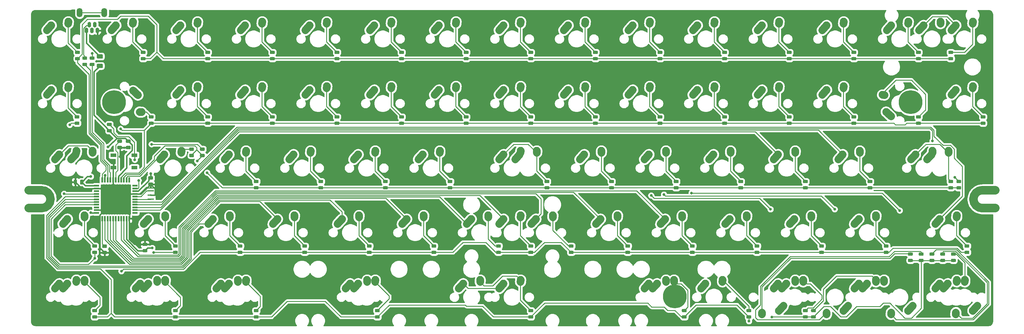
<source format=gbl>
G04 #@! TF.GenerationSoftware,KiCad,Pcbnew,(5.1.2-1)-1*
G04 #@! TF.CreationDate,2020-02-01T20:20:05+01:00*
G04 #@! TF.ProjectId,tsuka60,7473756b-6136-4302-9e6b-696361645f70,rev?*
G04 #@! TF.SameCoordinates,Original*
G04 #@! TF.FileFunction,Copper,L2,Bot*
G04 #@! TF.FilePolarity,Positive*
%FSLAX46Y46*%
G04 Gerber Fmt 4.6, Leading zero omitted, Abs format (unit mm)*
G04 Created by KiCad (PCBNEW (5.1.2-1)-1) date 2020-02-01 20:20:05*
%MOMM*%
%LPD*%
G04 APERTURE LIST*
%ADD10C,2.501900*%
%ADD11C,0.100000*%
%ADD12C,0.975000*%
%ADD13C,2.250000*%
%ADD14C,2.250000*%
%ADD15C,7.001300*%
%ADD16C,7.000240*%
%ADD17C,1.000000*%
%ADD18C,1.250000*%
%ADD19R,1.800000X1.100000*%
%ADD20R,1.500000X0.550000*%
%ADD21R,0.550000X1.500000*%
%ADD22R,1.900000X0.400000*%
%ADD23O,1.700000X2.700000*%
%ADD24O,1.100000X1.650000*%
%ADD25C,0.800000*%
%ADD26C,0.254000*%
%ADD27C,0.381000*%
G04 APERTURE END LIST*
D10*
X376031250Y-171394700D02*
X379881250Y-171394700D01*
X376031250Y-166092800D02*
X379831250Y-166092800D01*
X376031250Y-171394700D02*
G75*
G02X373380300Y-168743750I0J2650950D01*
G01*
X373380300Y-168743750D02*
G75*
G02X376031250Y-166092800I2650950J0D01*
G01*
X101282200Y-168743750D02*
G75*
G03X98631250Y-166092800I-2650950J0D01*
G01*
X98631250Y-171394700D02*
G75*
G03X101282200Y-168743750I0J2650950D01*
G01*
X94831250Y-171394700D02*
X98631250Y-171394700D01*
X94831250Y-166092800D02*
X98631250Y-166092800D01*
D11*
G36*
X122146142Y-151151674D02*
G01*
X122169803Y-151155184D01*
X122193007Y-151160996D01*
X122215529Y-151169054D01*
X122237153Y-151179282D01*
X122257670Y-151191579D01*
X122276883Y-151205829D01*
X122294607Y-151221893D01*
X122310671Y-151239617D01*
X122324921Y-151258830D01*
X122337218Y-151279347D01*
X122347446Y-151300971D01*
X122355504Y-151323493D01*
X122361316Y-151346697D01*
X122364826Y-151370358D01*
X122366000Y-151394250D01*
X122366000Y-151881750D01*
X122364826Y-151905642D01*
X122361316Y-151929303D01*
X122355504Y-151952507D01*
X122347446Y-151975029D01*
X122337218Y-151996653D01*
X122324921Y-152017170D01*
X122310671Y-152036383D01*
X122294607Y-152054107D01*
X122276883Y-152070171D01*
X122257670Y-152084421D01*
X122237153Y-152096718D01*
X122215529Y-152106946D01*
X122193007Y-152115004D01*
X122169803Y-152120816D01*
X122146142Y-152124326D01*
X122122250Y-152125500D01*
X121209750Y-152125500D01*
X121185858Y-152124326D01*
X121162197Y-152120816D01*
X121138993Y-152115004D01*
X121116471Y-152106946D01*
X121094847Y-152096718D01*
X121074330Y-152084421D01*
X121055117Y-152070171D01*
X121037393Y-152054107D01*
X121021329Y-152036383D01*
X121007079Y-152017170D01*
X120994782Y-151996653D01*
X120984554Y-151975029D01*
X120976496Y-151952507D01*
X120970684Y-151929303D01*
X120967174Y-151905642D01*
X120966000Y-151881750D01*
X120966000Y-151394250D01*
X120967174Y-151370358D01*
X120970684Y-151346697D01*
X120976496Y-151323493D01*
X120984554Y-151300971D01*
X120994782Y-151279347D01*
X121007079Y-151258830D01*
X121021329Y-151239617D01*
X121037393Y-151221893D01*
X121055117Y-151205829D01*
X121074330Y-151191579D01*
X121094847Y-151179282D01*
X121116471Y-151169054D01*
X121138993Y-151160996D01*
X121162197Y-151155184D01*
X121185858Y-151151674D01*
X121209750Y-151150500D01*
X122122250Y-151150500D01*
X122146142Y-151151674D01*
X122146142Y-151151674D01*
G37*
D12*
X121666000Y-151638000D03*
D11*
G36*
X122146142Y-153026674D02*
G01*
X122169803Y-153030184D01*
X122193007Y-153035996D01*
X122215529Y-153044054D01*
X122237153Y-153054282D01*
X122257670Y-153066579D01*
X122276883Y-153080829D01*
X122294607Y-153096893D01*
X122310671Y-153114617D01*
X122324921Y-153133830D01*
X122337218Y-153154347D01*
X122347446Y-153175971D01*
X122355504Y-153198493D01*
X122361316Y-153221697D01*
X122364826Y-153245358D01*
X122366000Y-153269250D01*
X122366000Y-153756750D01*
X122364826Y-153780642D01*
X122361316Y-153804303D01*
X122355504Y-153827507D01*
X122347446Y-153850029D01*
X122337218Y-153871653D01*
X122324921Y-153892170D01*
X122310671Y-153911383D01*
X122294607Y-153929107D01*
X122276883Y-153945171D01*
X122257670Y-153959421D01*
X122237153Y-153971718D01*
X122215529Y-153981946D01*
X122193007Y-153990004D01*
X122169803Y-153995816D01*
X122146142Y-153999326D01*
X122122250Y-154000500D01*
X121209750Y-154000500D01*
X121185858Y-153999326D01*
X121162197Y-153995816D01*
X121138993Y-153990004D01*
X121116471Y-153981946D01*
X121094847Y-153971718D01*
X121074330Y-153959421D01*
X121055117Y-153945171D01*
X121037393Y-153929107D01*
X121021329Y-153911383D01*
X121007079Y-153892170D01*
X120994782Y-153871653D01*
X120984554Y-153850029D01*
X120976496Y-153827507D01*
X120970684Y-153804303D01*
X120967174Y-153780642D01*
X120966000Y-153756750D01*
X120966000Y-153269250D01*
X120967174Y-153245358D01*
X120970684Y-153221697D01*
X120976496Y-153198493D01*
X120984554Y-153175971D01*
X120994782Y-153154347D01*
X121007079Y-153133830D01*
X121021329Y-153114617D01*
X121037393Y-153096893D01*
X121055117Y-153080829D01*
X121074330Y-153066579D01*
X121094847Y-153054282D01*
X121116471Y-153044054D01*
X121138993Y-153035996D01*
X121162197Y-153030184D01*
X121185858Y-153026674D01*
X121209750Y-153025500D01*
X122122250Y-153025500D01*
X122146142Y-153026674D01*
X122146142Y-153026674D01*
G37*
D12*
X121666000Y-153513000D03*
D13*
X111263750Y-173803750D03*
D14*
X111243750Y-174093750D02*
X111283750Y-173513750D01*
D13*
X111283750Y-173513750D03*
X105588751Y-175323750D03*
D14*
X104933750Y-176053750D02*
X106243752Y-174593750D01*
D13*
X106243750Y-174593750D03*
D15*
X120031250Y-140143750D03*
D16*
X285331250Y-197443750D03*
X354881250Y-140143750D03*
D17*
X120031250Y-137843750D03*
X117731250Y-140143750D03*
X122331250Y-140143750D03*
X120031250Y-142443750D03*
X118404904Y-138517404D03*
X121657596Y-138517404D03*
X118404904Y-141770096D03*
X121657596Y-141770096D03*
X354881250Y-137843750D03*
X354881250Y-142443750D03*
X356330250Y-142525750D03*
X353409250Y-142525750D03*
X353536250Y-137826750D03*
X356330250Y-137826750D03*
D13*
X239593750Y-155543750D03*
X238938751Y-156273750D03*
D14*
X238283750Y-157003750D02*
X239593752Y-155543750D01*
D13*
X244633750Y-154463750D03*
X244613750Y-154753750D03*
D14*
X244593750Y-155043750D02*
X244633750Y-154463750D01*
D13*
X239851250Y-116653750D03*
D14*
X239831250Y-116943750D02*
X239871250Y-116363750D01*
D13*
X239871250Y-116363750D03*
X234176251Y-118173750D03*
D14*
X233521250Y-118903750D02*
X234831252Y-117443750D01*
D13*
X234831250Y-117443750D03*
D11*
G36*
X131290142Y-163851674D02*
G01*
X131313803Y-163855184D01*
X131337007Y-163860996D01*
X131359529Y-163869054D01*
X131381153Y-163879282D01*
X131401670Y-163891579D01*
X131420883Y-163905829D01*
X131438607Y-163921893D01*
X131454671Y-163939617D01*
X131468921Y-163958830D01*
X131481218Y-163979347D01*
X131491446Y-164000971D01*
X131499504Y-164023493D01*
X131505316Y-164046697D01*
X131508826Y-164070358D01*
X131510000Y-164094250D01*
X131510000Y-164581750D01*
X131508826Y-164605642D01*
X131505316Y-164629303D01*
X131499504Y-164652507D01*
X131491446Y-164675029D01*
X131481218Y-164696653D01*
X131468921Y-164717170D01*
X131454671Y-164736383D01*
X131438607Y-164754107D01*
X131420883Y-164770171D01*
X131401670Y-164784421D01*
X131381153Y-164796718D01*
X131359529Y-164806946D01*
X131337007Y-164815004D01*
X131313803Y-164820816D01*
X131290142Y-164824326D01*
X131266250Y-164825500D01*
X130353750Y-164825500D01*
X130329858Y-164824326D01*
X130306197Y-164820816D01*
X130282993Y-164815004D01*
X130260471Y-164806946D01*
X130238847Y-164796718D01*
X130218330Y-164784421D01*
X130199117Y-164770171D01*
X130181393Y-164754107D01*
X130165329Y-164736383D01*
X130151079Y-164717170D01*
X130138782Y-164696653D01*
X130128554Y-164675029D01*
X130120496Y-164652507D01*
X130114684Y-164629303D01*
X130111174Y-164605642D01*
X130110000Y-164581750D01*
X130110000Y-164094250D01*
X130111174Y-164070358D01*
X130114684Y-164046697D01*
X130120496Y-164023493D01*
X130128554Y-164000971D01*
X130138782Y-163979347D01*
X130151079Y-163958830D01*
X130165329Y-163939617D01*
X130181393Y-163921893D01*
X130199117Y-163905829D01*
X130218330Y-163891579D01*
X130238847Y-163879282D01*
X130260471Y-163869054D01*
X130282993Y-163860996D01*
X130306197Y-163855184D01*
X130329858Y-163851674D01*
X130353750Y-163850500D01*
X131266250Y-163850500D01*
X131290142Y-163851674D01*
X131290142Y-163851674D01*
G37*
D12*
X130810000Y-164338000D03*
D11*
G36*
X131290142Y-161976674D02*
G01*
X131313803Y-161980184D01*
X131337007Y-161985996D01*
X131359529Y-161994054D01*
X131381153Y-162004282D01*
X131401670Y-162016579D01*
X131420883Y-162030829D01*
X131438607Y-162046893D01*
X131454671Y-162064617D01*
X131468921Y-162083830D01*
X131481218Y-162104347D01*
X131491446Y-162125971D01*
X131499504Y-162148493D01*
X131505316Y-162171697D01*
X131508826Y-162195358D01*
X131510000Y-162219250D01*
X131510000Y-162706750D01*
X131508826Y-162730642D01*
X131505316Y-162754303D01*
X131499504Y-162777507D01*
X131491446Y-162800029D01*
X131481218Y-162821653D01*
X131468921Y-162842170D01*
X131454671Y-162861383D01*
X131438607Y-162879107D01*
X131420883Y-162895171D01*
X131401670Y-162909421D01*
X131381153Y-162921718D01*
X131359529Y-162931946D01*
X131337007Y-162940004D01*
X131313803Y-162945816D01*
X131290142Y-162949326D01*
X131266250Y-162950500D01*
X130353750Y-162950500D01*
X130329858Y-162949326D01*
X130306197Y-162945816D01*
X130282993Y-162940004D01*
X130260471Y-162931946D01*
X130238847Y-162921718D01*
X130218330Y-162909421D01*
X130199117Y-162895171D01*
X130181393Y-162879107D01*
X130165329Y-162861383D01*
X130151079Y-162842170D01*
X130138782Y-162821653D01*
X130128554Y-162800029D01*
X130120496Y-162777507D01*
X130114684Y-162754303D01*
X130111174Y-162730642D01*
X130110000Y-162706750D01*
X130110000Y-162219250D01*
X130111174Y-162195358D01*
X130114684Y-162171697D01*
X130120496Y-162148493D01*
X130128554Y-162125971D01*
X130138782Y-162104347D01*
X130151079Y-162083830D01*
X130165329Y-162064617D01*
X130181393Y-162046893D01*
X130199117Y-162030829D01*
X130218330Y-162016579D01*
X130238847Y-162004282D01*
X130260471Y-161994054D01*
X130282993Y-161985996D01*
X130306197Y-161980184D01*
X130329858Y-161976674D01*
X130353750Y-161975500D01*
X131266250Y-161975500D01*
X131290142Y-161976674D01*
X131290142Y-161976674D01*
G37*
D12*
X130810000Y-162463000D03*
D11*
G36*
X129613742Y-183460474D02*
G01*
X129637403Y-183463984D01*
X129660607Y-183469796D01*
X129683129Y-183477854D01*
X129704753Y-183488082D01*
X129725270Y-183500379D01*
X129744483Y-183514629D01*
X129762207Y-183530693D01*
X129778271Y-183548417D01*
X129792521Y-183567630D01*
X129804818Y-183588147D01*
X129815046Y-183609771D01*
X129823104Y-183632293D01*
X129828916Y-183655497D01*
X129832426Y-183679158D01*
X129833600Y-183703050D01*
X129833600Y-184190550D01*
X129832426Y-184214442D01*
X129828916Y-184238103D01*
X129823104Y-184261307D01*
X129815046Y-184283829D01*
X129804818Y-184305453D01*
X129792521Y-184325970D01*
X129778271Y-184345183D01*
X129762207Y-184362907D01*
X129744483Y-184378971D01*
X129725270Y-184393221D01*
X129704753Y-184405518D01*
X129683129Y-184415746D01*
X129660607Y-184423804D01*
X129637403Y-184429616D01*
X129613742Y-184433126D01*
X129589850Y-184434300D01*
X128677350Y-184434300D01*
X128653458Y-184433126D01*
X128629797Y-184429616D01*
X128606593Y-184423804D01*
X128584071Y-184415746D01*
X128562447Y-184405518D01*
X128541930Y-184393221D01*
X128522717Y-184378971D01*
X128504993Y-184362907D01*
X128488929Y-184345183D01*
X128474679Y-184325970D01*
X128462382Y-184305453D01*
X128452154Y-184283829D01*
X128444096Y-184261307D01*
X128438284Y-184238103D01*
X128434774Y-184214442D01*
X128433600Y-184190550D01*
X128433600Y-183703050D01*
X128434774Y-183679158D01*
X128438284Y-183655497D01*
X128444096Y-183632293D01*
X128452154Y-183609771D01*
X128462382Y-183588147D01*
X128474679Y-183567630D01*
X128488929Y-183548417D01*
X128504993Y-183530693D01*
X128522717Y-183514629D01*
X128541930Y-183500379D01*
X128562447Y-183488082D01*
X128584071Y-183477854D01*
X128606593Y-183469796D01*
X128629797Y-183463984D01*
X128653458Y-183460474D01*
X128677350Y-183459300D01*
X129589850Y-183459300D01*
X129613742Y-183460474D01*
X129613742Y-183460474D01*
G37*
D12*
X129133600Y-183946800D03*
D11*
G36*
X129613742Y-181585474D02*
G01*
X129637403Y-181588984D01*
X129660607Y-181594796D01*
X129683129Y-181602854D01*
X129704753Y-181613082D01*
X129725270Y-181625379D01*
X129744483Y-181639629D01*
X129762207Y-181655693D01*
X129778271Y-181673417D01*
X129792521Y-181692630D01*
X129804818Y-181713147D01*
X129815046Y-181734771D01*
X129823104Y-181757293D01*
X129828916Y-181780497D01*
X129832426Y-181804158D01*
X129833600Y-181828050D01*
X129833600Y-182315550D01*
X129832426Y-182339442D01*
X129828916Y-182363103D01*
X129823104Y-182386307D01*
X129815046Y-182408829D01*
X129804818Y-182430453D01*
X129792521Y-182450970D01*
X129778271Y-182470183D01*
X129762207Y-182487907D01*
X129744483Y-182503971D01*
X129725270Y-182518221D01*
X129704753Y-182530518D01*
X129683129Y-182540746D01*
X129660607Y-182548804D01*
X129637403Y-182554616D01*
X129613742Y-182558126D01*
X129589850Y-182559300D01*
X128677350Y-182559300D01*
X128653458Y-182558126D01*
X128629797Y-182554616D01*
X128606593Y-182548804D01*
X128584071Y-182540746D01*
X128562447Y-182530518D01*
X128541930Y-182518221D01*
X128522717Y-182503971D01*
X128504993Y-182487907D01*
X128488929Y-182470183D01*
X128474679Y-182450970D01*
X128462382Y-182430453D01*
X128452154Y-182408829D01*
X128444096Y-182386307D01*
X128438284Y-182363103D01*
X128434774Y-182339442D01*
X128433600Y-182315550D01*
X128433600Y-181828050D01*
X128434774Y-181804158D01*
X128438284Y-181780497D01*
X128444096Y-181757293D01*
X128452154Y-181734771D01*
X128462382Y-181713147D01*
X128474679Y-181692630D01*
X128488929Y-181673417D01*
X128504993Y-181655693D01*
X128522717Y-181639629D01*
X128541930Y-181625379D01*
X128562447Y-181613082D01*
X128584071Y-181602854D01*
X128606593Y-181594796D01*
X128629797Y-181588984D01*
X128653458Y-181585474D01*
X128677350Y-181584300D01*
X129589850Y-181584300D01*
X129613742Y-181585474D01*
X129613742Y-181585474D01*
G37*
D12*
X129133600Y-182071800D03*
D11*
G36*
X124686142Y-153026674D02*
G01*
X124709803Y-153030184D01*
X124733007Y-153035996D01*
X124755529Y-153044054D01*
X124777153Y-153054282D01*
X124797670Y-153066579D01*
X124816883Y-153080829D01*
X124834607Y-153096893D01*
X124850671Y-153114617D01*
X124864921Y-153133830D01*
X124877218Y-153154347D01*
X124887446Y-153175971D01*
X124895504Y-153198493D01*
X124901316Y-153221697D01*
X124904826Y-153245358D01*
X124906000Y-153269250D01*
X124906000Y-153756750D01*
X124904826Y-153780642D01*
X124901316Y-153804303D01*
X124895504Y-153827507D01*
X124887446Y-153850029D01*
X124877218Y-153871653D01*
X124864921Y-153892170D01*
X124850671Y-153911383D01*
X124834607Y-153929107D01*
X124816883Y-153945171D01*
X124797670Y-153959421D01*
X124777153Y-153971718D01*
X124755529Y-153981946D01*
X124733007Y-153990004D01*
X124709803Y-153995816D01*
X124686142Y-153999326D01*
X124662250Y-154000500D01*
X123749750Y-154000500D01*
X123725858Y-153999326D01*
X123702197Y-153995816D01*
X123678993Y-153990004D01*
X123656471Y-153981946D01*
X123634847Y-153971718D01*
X123614330Y-153959421D01*
X123595117Y-153945171D01*
X123577393Y-153929107D01*
X123561329Y-153911383D01*
X123547079Y-153892170D01*
X123534782Y-153871653D01*
X123524554Y-153850029D01*
X123516496Y-153827507D01*
X123510684Y-153804303D01*
X123507174Y-153780642D01*
X123506000Y-153756750D01*
X123506000Y-153269250D01*
X123507174Y-153245358D01*
X123510684Y-153221697D01*
X123516496Y-153198493D01*
X123524554Y-153175971D01*
X123534782Y-153154347D01*
X123547079Y-153133830D01*
X123561329Y-153114617D01*
X123577393Y-153096893D01*
X123595117Y-153080829D01*
X123614330Y-153066579D01*
X123634847Y-153054282D01*
X123656471Y-153044054D01*
X123678993Y-153035996D01*
X123702197Y-153030184D01*
X123725858Y-153026674D01*
X123749750Y-153025500D01*
X124662250Y-153025500D01*
X124686142Y-153026674D01*
X124686142Y-153026674D01*
G37*
D12*
X124206000Y-153513000D03*
D11*
G36*
X124686142Y-151151674D02*
G01*
X124709803Y-151155184D01*
X124733007Y-151160996D01*
X124755529Y-151169054D01*
X124777153Y-151179282D01*
X124797670Y-151191579D01*
X124816883Y-151205829D01*
X124834607Y-151221893D01*
X124850671Y-151239617D01*
X124864921Y-151258830D01*
X124877218Y-151279347D01*
X124887446Y-151300971D01*
X124895504Y-151323493D01*
X124901316Y-151346697D01*
X124904826Y-151370358D01*
X124906000Y-151394250D01*
X124906000Y-151881750D01*
X124904826Y-151905642D01*
X124901316Y-151929303D01*
X124895504Y-151952507D01*
X124887446Y-151975029D01*
X124877218Y-151996653D01*
X124864921Y-152017170D01*
X124850671Y-152036383D01*
X124834607Y-152054107D01*
X124816883Y-152070171D01*
X124797670Y-152084421D01*
X124777153Y-152096718D01*
X124755529Y-152106946D01*
X124733007Y-152115004D01*
X124709803Y-152120816D01*
X124686142Y-152124326D01*
X124662250Y-152125500D01*
X123749750Y-152125500D01*
X123725858Y-152124326D01*
X123702197Y-152120816D01*
X123678993Y-152115004D01*
X123656471Y-152106946D01*
X123634847Y-152096718D01*
X123614330Y-152084421D01*
X123595117Y-152070171D01*
X123577393Y-152054107D01*
X123561329Y-152036383D01*
X123547079Y-152017170D01*
X123534782Y-151996653D01*
X123524554Y-151975029D01*
X123516496Y-151952507D01*
X123510684Y-151929303D01*
X123507174Y-151905642D01*
X123506000Y-151881750D01*
X123506000Y-151394250D01*
X123507174Y-151370358D01*
X123510684Y-151346697D01*
X123516496Y-151323493D01*
X123524554Y-151300971D01*
X123534782Y-151279347D01*
X123547079Y-151258830D01*
X123561329Y-151239617D01*
X123577393Y-151221893D01*
X123595117Y-151205829D01*
X123614330Y-151191579D01*
X123634847Y-151179282D01*
X123656471Y-151169054D01*
X123678993Y-151160996D01*
X123702197Y-151155184D01*
X123725858Y-151151674D01*
X123749750Y-151150500D01*
X124662250Y-151150500D01*
X124686142Y-151151674D01*
X124686142Y-151151674D01*
G37*
D12*
X124206000Y-151638000D03*
D11*
G36*
X108882642Y-163004174D02*
G01*
X108906303Y-163007684D01*
X108929507Y-163013496D01*
X108952029Y-163021554D01*
X108973653Y-163031782D01*
X108994170Y-163044079D01*
X109013383Y-163058329D01*
X109031107Y-163074393D01*
X109047171Y-163092117D01*
X109061421Y-163111330D01*
X109073718Y-163131847D01*
X109083946Y-163153471D01*
X109092004Y-163175993D01*
X109097816Y-163199197D01*
X109101326Y-163222858D01*
X109102500Y-163246750D01*
X109102500Y-164159250D01*
X109101326Y-164183142D01*
X109097816Y-164206803D01*
X109092004Y-164230007D01*
X109083946Y-164252529D01*
X109073718Y-164274153D01*
X109061421Y-164294670D01*
X109047171Y-164313883D01*
X109031107Y-164331607D01*
X109013383Y-164347671D01*
X108994170Y-164361921D01*
X108973653Y-164374218D01*
X108952029Y-164384446D01*
X108929507Y-164392504D01*
X108906303Y-164398316D01*
X108882642Y-164401826D01*
X108858750Y-164403000D01*
X108371250Y-164403000D01*
X108347358Y-164401826D01*
X108323697Y-164398316D01*
X108300493Y-164392504D01*
X108277971Y-164384446D01*
X108256347Y-164374218D01*
X108235830Y-164361921D01*
X108216617Y-164347671D01*
X108198893Y-164331607D01*
X108182829Y-164313883D01*
X108168579Y-164294670D01*
X108156282Y-164274153D01*
X108146054Y-164252529D01*
X108137996Y-164230007D01*
X108132184Y-164206803D01*
X108128674Y-164183142D01*
X108127500Y-164159250D01*
X108127500Y-163246750D01*
X108128674Y-163222858D01*
X108132184Y-163199197D01*
X108137996Y-163175993D01*
X108146054Y-163153471D01*
X108156282Y-163131847D01*
X108168579Y-163111330D01*
X108182829Y-163092117D01*
X108198893Y-163074393D01*
X108216617Y-163058329D01*
X108235830Y-163044079D01*
X108256347Y-163031782D01*
X108277971Y-163021554D01*
X108300493Y-163013496D01*
X108323697Y-163007684D01*
X108347358Y-163004174D01*
X108371250Y-163003000D01*
X108858750Y-163003000D01*
X108882642Y-163004174D01*
X108882642Y-163004174D01*
G37*
D12*
X108615000Y-163703000D03*
D11*
G36*
X110757642Y-163004174D02*
G01*
X110781303Y-163007684D01*
X110804507Y-163013496D01*
X110827029Y-163021554D01*
X110848653Y-163031782D01*
X110869170Y-163044079D01*
X110888383Y-163058329D01*
X110906107Y-163074393D01*
X110922171Y-163092117D01*
X110936421Y-163111330D01*
X110948718Y-163131847D01*
X110958946Y-163153471D01*
X110967004Y-163175993D01*
X110972816Y-163199197D01*
X110976326Y-163222858D01*
X110977500Y-163246750D01*
X110977500Y-164159250D01*
X110976326Y-164183142D01*
X110972816Y-164206803D01*
X110967004Y-164230007D01*
X110958946Y-164252529D01*
X110948718Y-164274153D01*
X110936421Y-164294670D01*
X110922171Y-164313883D01*
X110906107Y-164331607D01*
X110888383Y-164347671D01*
X110869170Y-164361921D01*
X110848653Y-164374218D01*
X110827029Y-164384446D01*
X110804507Y-164392504D01*
X110781303Y-164398316D01*
X110757642Y-164401826D01*
X110733750Y-164403000D01*
X110246250Y-164403000D01*
X110222358Y-164401826D01*
X110198697Y-164398316D01*
X110175493Y-164392504D01*
X110152971Y-164384446D01*
X110131347Y-164374218D01*
X110110830Y-164361921D01*
X110091617Y-164347671D01*
X110073893Y-164331607D01*
X110057829Y-164313883D01*
X110043579Y-164294670D01*
X110031282Y-164274153D01*
X110021054Y-164252529D01*
X110012996Y-164230007D01*
X110007184Y-164206803D01*
X110003674Y-164183142D01*
X110002500Y-164159250D01*
X110002500Y-163246750D01*
X110003674Y-163222858D01*
X110007184Y-163199197D01*
X110012996Y-163175993D01*
X110021054Y-163153471D01*
X110031282Y-163131847D01*
X110043579Y-163111330D01*
X110057829Y-163092117D01*
X110073893Y-163074393D01*
X110091617Y-163058329D01*
X110110830Y-163044079D01*
X110131347Y-163031782D01*
X110152971Y-163021554D01*
X110175493Y-163013496D01*
X110198697Y-163007684D01*
X110222358Y-163004174D01*
X110246250Y-163003000D01*
X110733750Y-163003000D01*
X110757642Y-163004174D01*
X110757642Y-163004174D01*
G37*
D12*
X110490000Y-163703000D03*
D11*
G36*
X109700142Y-126801174D02*
G01*
X109723803Y-126804684D01*
X109747007Y-126810496D01*
X109769529Y-126818554D01*
X109791153Y-126828782D01*
X109811670Y-126841079D01*
X109830883Y-126855329D01*
X109848607Y-126871393D01*
X109864671Y-126889117D01*
X109878921Y-126908330D01*
X109891218Y-126928847D01*
X109901446Y-126950471D01*
X109909504Y-126972993D01*
X109915316Y-126996197D01*
X109918826Y-127019858D01*
X109920000Y-127043750D01*
X109920000Y-127531250D01*
X109918826Y-127555142D01*
X109915316Y-127578803D01*
X109909504Y-127602007D01*
X109901446Y-127624529D01*
X109891218Y-127646153D01*
X109878921Y-127666670D01*
X109864671Y-127685883D01*
X109848607Y-127703607D01*
X109830883Y-127719671D01*
X109811670Y-127733921D01*
X109791153Y-127746218D01*
X109769529Y-127756446D01*
X109747007Y-127764504D01*
X109723803Y-127770316D01*
X109700142Y-127773826D01*
X109676250Y-127775000D01*
X108763750Y-127775000D01*
X108739858Y-127773826D01*
X108716197Y-127770316D01*
X108692993Y-127764504D01*
X108670471Y-127756446D01*
X108648847Y-127746218D01*
X108628330Y-127733921D01*
X108609117Y-127719671D01*
X108591393Y-127703607D01*
X108575329Y-127685883D01*
X108561079Y-127666670D01*
X108548782Y-127646153D01*
X108538554Y-127624529D01*
X108530496Y-127602007D01*
X108524684Y-127578803D01*
X108521174Y-127555142D01*
X108520000Y-127531250D01*
X108520000Y-127043750D01*
X108521174Y-127019858D01*
X108524684Y-126996197D01*
X108530496Y-126972993D01*
X108538554Y-126950471D01*
X108548782Y-126928847D01*
X108561079Y-126908330D01*
X108575329Y-126889117D01*
X108591393Y-126871393D01*
X108609117Y-126855329D01*
X108628330Y-126841079D01*
X108648847Y-126828782D01*
X108670471Y-126818554D01*
X108692993Y-126810496D01*
X108716197Y-126804684D01*
X108739858Y-126801174D01*
X108763750Y-126800000D01*
X109676250Y-126800000D01*
X109700142Y-126801174D01*
X109700142Y-126801174D01*
G37*
D12*
X109220000Y-127287500D03*
D11*
G36*
X109700142Y-124926174D02*
G01*
X109723803Y-124929684D01*
X109747007Y-124935496D01*
X109769529Y-124943554D01*
X109791153Y-124953782D01*
X109811670Y-124966079D01*
X109830883Y-124980329D01*
X109848607Y-124996393D01*
X109864671Y-125014117D01*
X109878921Y-125033330D01*
X109891218Y-125053847D01*
X109901446Y-125075471D01*
X109909504Y-125097993D01*
X109915316Y-125121197D01*
X109918826Y-125144858D01*
X109920000Y-125168750D01*
X109920000Y-125656250D01*
X109918826Y-125680142D01*
X109915316Y-125703803D01*
X109909504Y-125727007D01*
X109901446Y-125749529D01*
X109891218Y-125771153D01*
X109878921Y-125791670D01*
X109864671Y-125810883D01*
X109848607Y-125828607D01*
X109830883Y-125844671D01*
X109811670Y-125858921D01*
X109791153Y-125871218D01*
X109769529Y-125881446D01*
X109747007Y-125889504D01*
X109723803Y-125895316D01*
X109700142Y-125898826D01*
X109676250Y-125900000D01*
X108763750Y-125900000D01*
X108739858Y-125898826D01*
X108716197Y-125895316D01*
X108692993Y-125889504D01*
X108670471Y-125881446D01*
X108648847Y-125871218D01*
X108628330Y-125858921D01*
X108609117Y-125844671D01*
X108591393Y-125828607D01*
X108575329Y-125810883D01*
X108561079Y-125791670D01*
X108548782Y-125771153D01*
X108538554Y-125749529D01*
X108530496Y-125727007D01*
X108524684Y-125703803D01*
X108521174Y-125680142D01*
X108520000Y-125656250D01*
X108520000Y-125168750D01*
X108521174Y-125144858D01*
X108524684Y-125121197D01*
X108530496Y-125097993D01*
X108538554Y-125075471D01*
X108548782Y-125053847D01*
X108561079Y-125033330D01*
X108575329Y-125014117D01*
X108591393Y-124996393D01*
X108609117Y-124980329D01*
X108628330Y-124966079D01*
X108648847Y-124953782D01*
X108670471Y-124943554D01*
X108692993Y-124935496D01*
X108716197Y-124929684D01*
X108739858Y-124926174D01*
X108763750Y-124925000D01*
X109676250Y-124925000D01*
X109700142Y-124926174D01*
X109700142Y-124926174D01*
G37*
D12*
X109220000Y-125412500D03*
D11*
G36*
X129067642Y-124926174D02*
G01*
X129091303Y-124929684D01*
X129114507Y-124935496D01*
X129137029Y-124943554D01*
X129158653Y-124953782D01*
X129179170Y-124966079D01*
X129198383Y-124980329D01*
X129216107Y-124996393D01*
X129232171Y-125014117D01*
X129246421Y-125033330D01*
X129258718Y-125053847D01*
X129268946Y-125075471D01*
X129277004Y-125097993D01*
X129282816Y-125121197D01*
X129286326Y-125144858D01*
X129287500Y-125168750D01*
X129287500Y-125656250D01*
X129286326Y-125680142D01*
X129282816Y-125703803D01*
X129277004Y-125727007D01*
X129268946Y-125749529D01*
X129258718Y-125771153D01*
X129246421Y-125791670D01*
X129232171Y-125810883D01*
X129216107Y-125828607D01*
X129198383Y-125844671D01*
X129179170Y-125858921D01*
X129158653Y-125871218D01*
X129137029Y-125881446D01*
X129114507Y-125889504D01*
X129091303Y-125895316D01*
X129067642Y-125898826D01*
X129043750Y-125900000D01*
X128131250Y-125900000D01*
X128107358Y-125898826D01*
X128083697Y-125895316D01*
X128060493Y-125889504D01*
X128037971Y-125881446D01*
X128016347Y-125871218D01*
X127995830Y-125858921D01*
X127976617Y-125844671D01*
X127958893Y-125828607D01*
X127942829Y-125810883D01*
X127928579Y-125791670D01*
X127916282Y-125771153D01*
X127906054Y-125749529D01*
X127897996Y-125727007D01*
X127892184Y-125703803D01*
X127888674Y-125680142D01*
X127887500Y-125656250D01*
X127887500Y-125168750D01*
X127888674Y-125144858D01*
X127892184Y-125121197D01*
X127897996Y-125097993D01*
X127906054Y-125075471D01*
X127916282Y-125053847D01*
X127928579Y-125033330D01*
X127942829Y-125014117D01*
X127958893Y-124996393D01*
X127976617Y-124980329D01*
X127995830Y-124966079D01*
X128016347Y-124953782D01*
X128037971Y-124943554D01*
X128060493Y-124935496D01*
X128083697Y-124929684D01*
X128107358Y-124926174D01*
X128131250Y-124925000D01*
X129043750Y-124925000D01*
X129067642Y-124926174D01*
X129067642Y-124926174D01*
G37*
D12*
X128587500Y-125412500D03*
D11*
G36*
X129067642Y-126801174D02*
G01*
X129091303Y-126804684D01*
X129114507Y-126810496D01*
X129137029Y-126818554D01*
X129158653Y-126828782D01*
X129179170Y-126841079D01*
X129198383Y-126855329D01*
X129216107Y-126871393D01*
X129232171Y-126889117D01*
X129246421Y-126908330D01*
X129258718Y-126928847D01*
X129268946Y-126950471D01*
X129277004Y-126972993D01*
X129282816Y-126996197D01*
X129286326Y-127019858D01*
X129287500Y-127043750D01*
X129287500Y-127531250D01*
X129286326Y-127555142D01*
X129282816Y-127578803D01*
X129277004Y-127602007D01*
X129268946Y-127624529D01*
X129258718Y-127646153D01*
X129246421Y-127666670D01*
X129232171Y-127685883D01*
X129216107Y-127703607D01*
X129198383Y-127719671D01*
X129179170Y-127733921D01*
X129158653Y-127746218D01*
X129137029Y-127756446D01*
X129114507Y-127764504D01*
X129091303Y-127770316D01*
X129067642Y-127773826D01*
X129043750Y-127775000D01*
X128131250Y-127775000D01*
X128107358Y-127773826D01*
X128083697Y-127770316D01*
X128060493Y-127764504D01*
X128037971Y-127756446D01*
X128016347Y-127746218D01*
X127995830Y-127733921D01*
X127976617Y-127719671D01*
X127958893Y-127703607D01*
X127942829Y-127685883D01*
X127928579Y-127666670D01*
X127916282Y-127646153D01*
X127906054Y-127624529D01*
X127897996Y-127602007D01*
X127892184Y-127578803D01*
X127888674Y-127555142D01*
X127887500Y-127531250D01*
X127887500Y-127043750D01*
X127888674Y-127019858D01*
X127892184Y-126996197D01*
X127897996Y-126972993D01*
X127906054Y-126950471D01*
X127916282Y-126928847D01*
X127928579Y-126908330D01*
X127942829Y-126889117D01*
X127958893Y-126871393D01*
X127976617Y-126855329D01*
X127995830Y-126841079D01*
X128016347Y-126828782D01*
X128037971Y-126818554D01*
X128060493Y-126810496D01*
X128083697Y-126804684D01*
X128107358Y-126801174D01*
X128131250Y-126800000D01*
X129043750Y-126800000D01*
X129067642Y-126801174D01*
X129067642Y-126801174D01*
G37*
D12*
X128587500Y-127287500D03*
D11*
G36*
X148117642Y-126801174D02*
G01*
X148141303Y-126804684D01*
X148164507Y-126810496D01*
X148187029Y-126818554D01*
X148208653Y-126828782D01*
X148229170Y-126841079D01*
X148248383Y-126855329D01*
X148266107Y-126871393D01*
X148282171Y-126889117D01*
X148296421Y-126908330D01*
X148308718Y-126928847D01*
X148318946Y-126950471D01*
X148327004Y-126972993D01*
X148332816Y-126996197D01*
X148336326Y-127019858D01*
X148337500Y-127043750D01*
X148337500Y-127531250D01*
X148336326Y-127555142D01*
X148332816Y-127578803D01*
X148327004Y-127602007D01*
X148318946Y-127624529D01*
X148308718Y-127646153D01*
X148296421Y-127666670D01*
X148282171Y-127685883D01*
X148266107Y-127703607D01*
X148248383Y-127719671D01*
X148229170Y-127733921D01*
X148208653Y-127746218D01*
X148187029Y-127756446D01*
X148164507Y-127764504D01*
X148141303Y-127770316D01*
X148117642Y-127773826D01*
X148093750Y-127775000D01*
X147181250Y-127775000D01*
X147157358Y-127773826D01*
X147133697Y-127770316D01*
X147110493Y-127764504D01*
X147087971Y-127756446D01*
X147066347Y-127746218D01*
X147045830Y-127733921D01*
X147026617Y-127719671D01*
X147008893Y-127703607D01*
X146992829Y-127685883D01*
X146978579Y-127666670D01*
X146966282Y-127646153D01*
X146956054Y-127624529D01*
X146947996Y-127602007D01*
X146942184Y-127578803D01*
X146938674Y-127555142D01*
X146937500Y-127531250D01*
X146937500Y-127043750D01*
X146938674Y-127019858D01*
X146942184Y-126996197D01*
X146947996Y-126972993D01*
X146956054Y-126950471D01*
X146966282Y-126928847D01*
X146978579Y-126908330D01*
X146992829Y-126889117D01*
X147008893Y-126871393D01*
X147026617Y-126855329D01*
X147045830Y-126841079D01*
X147066347Y-126828782D01*
X147087971Y-126818554D01*
X147110493Y-126810496D01*
X147133697Y-126804684D01*
X147157358Y-126801174D01*
X147181250Y-126800000D01*
X148093750Y-126800000D01*
X148117642Y-126801174D01*
X148117642Y-126801174D01*
G37*
D12*
X147637500Y-127287500D03*
D11*
G36*
X148117642Y-124926174D02*
G01*
X148141303Y-124929684D01*
X148164507Y-124935496D01*
X148187029Y-124943554D01*
X148208653Y-124953782D01*
X148229170Y-124966079D01*
X148248383Y-124980329D01*
X148266107Y-124996393D01*
X148282171Y-125014117D01*
X148296421Y-125033330D01*
X148308718Y-125053847D01*
X148318946Y-125075471D01*
X148327004Y-125097993D01*
X148332816Y-125121197D01*
X148336326Y-125144858D01*
X148337500Y-125168750D01*
X148337500Y-125656250D01*
X148336326Y-125680142D01*
X148332816Y-125703803D01*
X148327004Y-125727007D01*
X148318946Y-125749529D01*
X148308718Y-125771153D01*
X148296421Y-125791670D01*
X148282171Y-125810883D01*
X148266107Y-125828607D01*
X148248383Y-125844671D01*
X148229170Y-125858921D01*
X148208653Y-125871218D01*
X148187029Y-125881446D01*
X148164507Y-125889504D01*
X148141303Y-125895316D01*
X148117642Y-125898826D01*
X148093750Y-125900000D01*
X147181250Y-125900000D01*
X147157358Y-125898826D01*
X147133697Y-125895316D01*
X147110493Y-125889504D01*
X147087971Y-125881446D01*
X147066347Y-125871218D01*
X147045830Y-125858921D01*
X147026617Y-125844671D01*
X147008893Y-125828607D01*
X146992829Y-125810883D01*
X146978579Y-125791670D01*
X146966282Y-125771153D01*
X146956054Y-125749529D01*
X146947996Y-125727007D01*
X146942184Y-125703803D01*
X146938674Y-125680142D01*
X146937500Y-125656250D01*
X146937500Y-125168750D01*
X146938674Y-125144858D01*
X146942184Y-125121197D01*
X146947996Y-125097993D01*
X146956054Y-125075471D01*
X146966282Y-125053847D01*
X146978579Y-125033330D01*
X146992829Y-125014117D01*
X147008893Y-124996393D01*
X147026617Y-124980329D01*
X147045830Y-124966079D01*
X147066347Y-124953782D01*
X147087971Y-124943554D01*
X147110493Y-124935496D01*
X147133697Y-124929684D01*
X147157358Y-124926174D01*
X147181250Y-124925000D01*
X148093750Y-124925000D01*
X148117642Y-124926174D01*
X148117642Y-124926174D01*
G37*
D12*
X147637500Y-125412500D03*
D11*
G36*
X167167642Y-124926174D02*
G01*
X167191303Y-124929684D01*
X167214507Y-124935496D01*
X167237029Y-124943554D01*
X167258653Y-124953782D01*
X167279170Y-124966079D01*
X167298383Y-124980329D01*
X167316107Y-124996393D01*
X167332171Y-125014117D01*
X167346421Y-125033330D01*
X167358718Y-125053847D01*
X167368946Y-125075471D01*
X167377004Y-125097993D01*
X167382816Y-125121197D01*
X167386326Y-125144858D01*
X167387500Y-125168750D01*
X167387500Y-125656250D01*
X167386326Y-125680142D01*
X167382816Y-125703803D01*
X167377004Y-125727007D01*
X167368946Y-125749529D01*
X167358718Y-125771153D01*
X167346421Y-125791670D01*
X167332171Y-125810883D01*
X167316107Y-125828607D01*
X167298383Y-125844671D01*
X167279170Y-125858921D01*
X167258653Y-125871218D01*
X167237029Y-125881446D01*
X167214507Y-125889504D01*
X167191303Y-125895316D01*
X167167642Y-125898826D01*
X167143750Y-125900000D01*
X166231250Y-125900000D01*
X166207358Y-125898826D01*
X166183697Y-125895316D01*
X166160493Y-125889504D01*
X166137971Y-125881446D01*
X166116347Y-125871218D01*
X166095830Y-125858921D01*
X166076617Y-125844671D01*
X166058893Y-125828607D01*
X166042829Y-125810883D01*
X166028579Y-125791670D01*
X166016282Y-125771153D01*
X166006054Y-125749529D01*
X165997996Y-125727007D01*
X165992184Y-125703803D01*
X165988674Y-125680142D01*
X165987500Y-125656250D01*
X165987500Y-125168750D01*
X165988674Y-125144858D01*
X165992184Y-125121197D01*
X165997996Y-125097993D01*
X166006054Y-125075471D01*
X166016282Y-125053847D01*
X166028579Y-125033330D01*
X166042829Y-125014117D01*
X166058893Y-124996393D01*
X166076617Y-124980329D01*
X166095830Y-124966079D01*
X166116347Y-124953782D01*
X166137971Y-124943554D01*
X166160493Y-124935496D01*
X166183697Y-124929684D01*
X166207358Y-124926174D01*
X166231250Y-124925000D01*
X167143750Y-124925000D01*
X167167642Y-124926174D01*
X167167642Y-124926174D01*
G37*
D12*
X166687500Y-125412500D03*
D11*
G36*
X167167642Y-126801174D02*
G01*
X167191303Y-126804684D01*
X167214507Y-126810496D01*
X167237029Y-126818554D01*
X167258653Y-126828782D01*
X167279170Y-126841079D01*
X167298383Y-126855329D01*
X167316107Y-126871393D01*
X167332171Y-126889117D01*
X167346421Y-126908330D01*
X167358718Y-126928847D01*
X167368946Y-126950471D01*
X167377004Y-126972993D01*
X167382816Y-126996197D01*
X167386326Y-127019858D01*
X167387500Y-127043750D01*
X167387500Y-127531250D01*
X167386326Y-127555142D01*
X167382816Y-127578803D01*
X167377004Y-127602007D01*
X167368946Y-127624529D01*
X167358718Y-127646153D01*
X167346421Y-127666670D01*
X167332171Y-127685883D01*
X167316107Y-127703607D01*
X167298383Y-127719671D01*
X167279170Y-127733921D01*
X167258653Y-127746218D01*
X167237029Y-127756446D01*
X167214507Y-127764504D01*
X167191303Y-127770316D01*
X167167642Y-127773826D01*
X167143750Y-127775000D01*
X166231250Y-127775000D01*
X166207358Y-127773826D01*
X166183697Y-127770316D01*
X166160493Y-127764504D01*
X166137971Y-127756446D01*
X166116347Y-127746218D01*
X166095830Y-127733921D01*
X166076617Y-127719671D01*
X166058893Y-127703607D01*
X166042829Y-127685883D01*
X166028579Y-127666670D01*
X166016282Y-127646153D01*
X166006054Y-127624529D01*
X165997996Y-127602007D01*
X165992184Y-127578803D01*
X165988674Y-127555142D01*
X165987500Y-127531250D01*
X165987500Y-127043750D01*
X165988674Y-127019858D01*
X165992184Y-126996197D01*
X165997996Y-126972993D01*
X166006054Y-126950471D01*
X166016282Y-126928847D01*
X166028579Y-126908330D01*
X166042829Y-126889117D01*
X166058893Y-126871393D01*
X166076617Y-126855329D01*
X166095830Y-126841079D01*
X166116347Y-126828782D01*
X166137971Y-126818554D01*
X166160493Y-126810496D01*
X166183697Y-126804684D01*
X166207358Y-126801174D01*
X166231250Y-126800000D01*
X167143750Y-126800000D01*
X167167642Y-126801174D01*
X167167642Y-126801174D01*
G37*
D12*
X166687500Y-127287500D03*
D11*
G36*
X186217642Y-124926174D02*
G01*
X186241303Y-124929684D01*
X186264507Y-124935496D01*
X186287029Y-124943554D01*
X186308653Y-124953782D01*
X186329170Y-124966079D01*
X186348383Y-124980329D01*
X186366107Y-124996393D01*
X186382171Y-125014117D01*
X186396421Y-125033330D01*
X186408718Y-125053847D01*
X186418946Y-125075471D01*
X186427004Y-125097993D01*
X186432816Y-125121197D01*
X186436326Y-125144858D01*
X186437500Y-125168750D01*
X186437500Y-125656250D01*
X186436326Y-125680142D01*
X186432816Y-125703803D01*
X186427004Y-125727007D01*
X186418946Y-125749529D01*
X186408718Y-125771153D01*
X186396421Y-125791670D01*
X186382171Y-125810883D01*
X186366107Y-125828607D01*
X186348383Y-125844671D01*
X186329170Y-125858921D01*
X186308653Y-125871218D01*
X186287029Y-125881446D01*
X186264507Y-125889504D01*
X186241303Y-125895316D01*
X186217642Y-125898826D01*
X186193750Y-125900000D01*
X185281250Y-125900000D01*
X185257358Y-125898826D01*
X185233697Y-125895316D01*
X185210493Y-125889504D01*
X185187971Y-125881446D01*
X185166347Y-125871218D01*
X185145830Y-125858921D01*
X185126617Y-125844671D01*
X185108893Y-125828607D01*
X185092829Y-125810883D01*
X185078579Y-125791670D01*
X185066282Y-125771153D01*
X185056054Y-125749529D01*
X185047996Y-125727007D01*
X185042184Y-125703803D01*
X185038674Y-125680142D01*
X185037500Y-125656250D01*
X185037500Y-125168750D01*
X185038674Y-125144858D01*
X185042184Y-125121197D01*
X185047996Y-125097993D01*
X185056054Y-125075471D01*
X185066282Y-125053847D01*
X185078579Y-125033330D01*
X185092829Y-125014117D01*
X185108893Y-124996393D01*
X185126617Y-124980329D01*
X185145830Y-124966079D01*
X185166347Y-124953782D01*
X185187971Y-124943554D01*
X185210493Y-124935496D01*
X185233697Y-124929684D01*
X185257358Y-124926174D01*
X185281250Y-124925000D01*
X186193750Y-124925000D01*
X186217642Y-124926174D01*
X186217642Y-124926174D01*
G37*
D12*
X185737500Y-125412500D03*
D11*
G36*
X186217642Y-126801174D02*
G01*
X186241303Y-126804684D01*
X186264507Y-126810496D01*
X186287029Y-126818554D01*
X186308653Y-126828782D01*
X186329170Y-126841079D01*
X186348383Y-126855329D01*
X186366107Y-126871393D01*
X186382171Y-126889117D01*
X186396421Y-126908330D01*
X186408718Y-126928847D01*
X186418946Y-126950471D01*
X186427004Y-126972993D01*
X186432816Y-126996197D01*
X186436326Y-127019858D01*
X186437500Y-127043750D01*
X186437500Y-127531250D01*
X186436326Y-127555142D01*
X186432816Y-127578803D01*
X186427004Y-127602007D01*
X186418946Y-127624529D01*
X186408718Y-127646153D01*
X186396421Y-127666670D01*
X186382171Y-127685883D01*
X186366107Y-127703607D01*
X186348383Y-127719671D01*
X186329170Y-127733921D01*
X186308653Y-127746218D01*
X186287029Y-127756446D01*
X186264507Y-127764504D01*
X186241303Y-127770316D01*
X186217642Y-127773826D01*
X186193750Y-127775000D01*
X185281250Y-127775000D01*
X185257358Y-127773826D01*
X185233697Y-127770316D01*
X185210493Y-127764504D01*
X185187971Y-127756446D01*
X185166347Y-127746218D01*
X185145830Y-127733921D01*
X185126617Y-127719671D01*
X185108893Y-127703607D01*
X185092829Y-127685883D01*
X185078579Y-127666670D01*
X185066282Y-127646153D01*
X185056054Y-127624529D01*
X185047996Y-127602007D01*
X185042184Y-127578803D01*
X185038674Y-127555142D01*
X185037500Y-127531250D01*
X185037500Y-127043750D01*
X185038674Y-127019858D01*
X185042184Y-126996197D01*
X185047996Y-126972993D01*
X185056054Y-126950471D01*
X185066282Y-126928847D01*
X185078579Y-126908330D01*
X185092829Y-126889117D01*
X185108893Y-126871393D01*
X185126617Y-126855329D01*
X185145830Y-126841079D01*
X185166347Y-126828782D01*
X185187971Y-126818554D01*
X185210493Y-126810496D01*
X185233697Y-126804684D01*
X185257358Y-126801174D01*
X185281250Y-126800000D01*
X186193750Y-126800000D01*
X186217642Y-126801174D01*
X186217642Y-126801174D01*
G37*
D12*
X185737500Y-127287500D03*
D11*
G36*
X205267642Y-126801174D02*
G01*
X205291303Y-126804684D01*
X205314507Y-126810496D01*
X205337029Y-126818554D01*
X205358653Y-126828782D01*
X205379170Y-126841079D01*
X205398383Y-126855329D01*
X205416107Y-126871393D01*
X205432171Y-126889117D01*
X205446421Y-126908330D01*
X205458718Y-126928847D01*
X205468946Y-126950471D01*
X205477004Y-126972993D01*
X205482816Y-126996197D01*
X205486326Y-127019858D01*
X205487500Y-127043750D01*
X205487500Y-127531250D01*
X205486326Y-127555142D01*
X205482816Y-127578803D01*
X205477004Y-127602007D01*
X205468946Y-127624529D01*
X205458718Y-127646153D01*
X205446421Y-127666670D01*
X205432171Y-127685883D01*
X205416107Y-127703607D01*
X205398383Y-127719671D01*
X205379170Y-127733921D01*
X205358653Y-127746218D01*
X205337029Y-127756446D01*
X205314507Y-127764504D01*
X205291303Y-127770316D01*
X205267642Y-127773826D01*
X205243750Y-127775000D01*
X204331250Y-127775000D01*
X204307358Y-127773826D01*
X204283697Y-127770316D01*
X204260493Y-127764504D01*
X204237971Y-127756446D01*
X204216347Y-127746218D01*
X204195830Y-127733921D01*
X204176617Y-127719671D01*
X204158893Y-127703607D01*
X204142829Y-127685883D01*
X204128579Y-127666670D01*
X204116282Y-127646153D01*
X204106054Y-127624529D01*
X204097996Y-127602007D01*
X204092184Y-127578803D01*
X204088674Y-127555142D01*
X204087500Y-127531250D01*
X204087500Y-127043750D01*
X204088674Y-127019858D01*
X204092184Y-126996197D01*
X204097996Y-126972993D01*
X204106054Y-126950471D01*
X204116282Y-126928847D01*
X204128579Y-126908330D01*
X204142829Y-126889117D01*
X204158893Y-126871393D01*
X204176617Y-126855329D01*
X204195830Y-126841079D01*
X204216347Y-126828782D01*
X204237971Y-126818554D01*
X204260493Y-126810496D01*
X204283697Y-126804684D01*
X204307358Y-126801174D01*
X204331250Y-126800000D01*
X205243750Y-126800000D01*
X205267642Y-126801174D01*
X205267642Y-126801174D01*
G37*
D12*
X204787500Y-127287500D03*
D11*
G36*
X205267642Y-124926174D02*
G01*
X205291303Y-124929684D01*
X205314507Y-124935496D01*
X205337029Y-124943554D01*
X205358653Y-124953782D01*
X205379170Y-124966079D01*
X205398383Y-124980329D01*
X205416107Y-124996393D01*
X205432171Y-125014117D01*
X205446421Y-125033330D01*
X205458718Y-125053847D01*
X205468946Y-125075471D01*
X205477004Y-125097993D01*
X205482816Y-125121197D01*
X205486326Y-125144858D01*
X205487500Y-125168750D01*
X205487500Y-125656250D01*
X205486326Y-125680142D01*
X205482816Y-125703803D01*
X205477004Y-125727007D01*
X205468946Y-125749529D01*
X205458718Y-125771153D01*
X205446421Y-125791670D01*
X205432171Y-125810883D01*
X205416107Y-125828607D01*
X205398383Y-125844671D01*
X205379170Y-125858921D01*
X205358653Y-125871218D01*
X205337029Y-125881446D01*
X205314507Y-125889504D01*
X205291303Y-125895316D01*
X205267642Y-125898826D01*
X205243750Y-125900000D01*
X204331250Y-125900000D01*
X204307358Y-125898826D01*
X204283697Y-125895316D01*
X204260493Y-125889504D01*
X204237971Y-125881446D01*
X204216347Y-125871218D01*
X204195830Y-125858921D01*
X204176617Y-125844671D01*
X204158893Y-125828607D01*
X204142829Y-125810883D01*
X204128579Y-125791670D01*
X204116282Y-125771153D01*
X204106054Y-125749529D01*
X204097996Y-125727007D01*
X204092184Y-125703803D01*
X204088674Y-125680142D01*
X204087500Y-125656250D01*
X204087500Y-125168750D01*
X204088674Y-125144858D01*
X204092184Y-125121197D01*
X204097996Y-125097993D01*
X204106054Y-125075471D01*
X204116282Y-125053847D01*
X204128579Y-125033330D01*
X204142829Y-125014117D01*
X204158893Y-124996393D01*
X204176617Y-124980329D01*
X204195830Y-124966079D01*
X204216347Y-124953782D01*
X204237971Y-124943554D01*
X204260493Y-124935496D01*
X204283697Y-124929684D01*
X204307358Y-124926174D01*
X204331250Y-124925000D01*
X205243750Y-124925000D01*
X205267642Y-124926174D01*
X205267642Y-124926174D01*
G37*
D12*
X204787500Y-125412500D03*
D11*
G36*
X224317642Y-124926174D02*
G01*
X224341303Y-124929684D01*
X224364507Y-124935496D01*
X224387029Y-124943554D01*
X224408653Y-124953782D01*
X224429170Y-124966079D01*
X224448383Y-124980329D01*
X224466107Y-124996393D01*
X224482171Y-125014117D01*
X224496421Y-125033330D01*
X224508718Y-125053847D01*
X224518946Y-125075471D01*
X224527004Y-125097993D01*
X224532816Y-125121197D01*
X224536326Y-125144858D01*
X224537500Y-125168750D01*
X224537500Y-125656250D01*
X224536326Y-125680142D01*
X224532816Y-125703803D01*
X224527004Y-125727007D01*
X224518946Y-125749529D01*
X224508718Y-125771153D01*
X224496421Y-125791670D01*
X224482171Y-125810883D01*
X224466107Y-125828607D01*
X224448383Y-125844671D01*
X224429170Y-125858921D01*
X224408653Y-125871218D01*
X224387029Y-125881446D01*
X224364507Y-125889504D01*
X224341303Y-125895316D01*
X224317642Y-125898826D01*
X224293750Y-125900000D01*
X223381250Y-125900000D01*
X223357358Y-125898826D01*
X223333697Y-125895316D01*
X223310493Y-125889504D01*
X223287971Y-125881446D01*
X223266347Y-125871218D01*
X223245830Y-125858921D01*
X223226617Y-125844671D01*
X223208893Y-125828607D01*
X223192829Y-125810883D01*
X223178579Y-125791670D01*
X223166282Y-125771153D01*
X223156054Y-125749529D01*
X223147996Y-125727007D01*
X223142184Y-125703803D01*
X223138674Y-125680142D01*
X223137500Y-125656250D01*
X223137500Y-125168750D01*
X223138674Y-125144858D01*
X223142184Y-125121197D01*
X223147996Y-125097993D01*
X223156054Y-125075471D01*
X223166282Y-125053847D01*
X223178579Y-125033330D01*
X223192829Y-125014117D01*
X223208893Y-124996393D01*
X223226617Y-124980329D01*
X223245830Y-124966079D01*
X223266347Y-124953782D01*
X223287971Y-124943554D01*
X223310493Y-124935496D01*
X223333697Y-124929684D01*
X223357358Y-124926174D01*
X223381250Y-124925000D01*
X224293750Y-124925000D01*
X224317642Y-124926174D01*
X224317642Y-124926174D01*
G37*
D12*
X223837500Y-125412500D03*
D11*
G36*
X224317642Y-126801174D02*
G01*
X224341303Y-126804684D01*
X224364507Y-126810496D01*
X224387029Y-126818554D01*
X224408653Y-126828782D01*
X224429170Y-126841079D01*
X224448383Y-126855329D01*
X224466107Y-126871393D01*
X224482171Y-126889117D01*
X224496421Y-126908330D01*
X224508718Y-126928847D01*
X224518946Y-126950471D01*
X224527004Y-126972993D01*
X224532816Y-126996197D01*
X224536326Y-127019858D01*
X224537500Y-127043750D01*
X224537500Y-127531250D01*
X224536326Y-127555142D01*
X224532816Y-127578803D01*
X224527004Y-127602007D01*
X224518946Y-127624529D01*
X224508718Y-127646153D01*
X224496421Y-127666670D01*
X224482171Y-127685883D01*
X224466107Y-127703607D01*
X224448383Y-127719671D01*
X224429170Y-127733921D01*
X224408653Y-127746218D01*
X224387029Y-127756446D01*
X224364507Y-127764504D01*
X224341303Y-127770316D01*
X224317642Y-127773826D01*
X224293750Y-127775000D01*
X223381250Y-127775000D01*
X223357358Y-127773826D01*
X223333697Y-127770316D01*
X223310493Y-127764504D01*
X223287971Y-127756446D01*
X223266347Y-127746218D01*
X223245830Y-127733921D01*
X223226617Y-127719671D01*
X223208893Y-127703607D01*
X223192829Y-127685883D01*
X223178579Y-127666670D01*
X223166282Y-127646153D01*
X223156054Y-127624529D01*
X223147996Y-127602007D01*
X223142184Y-127578803D01*
X223138674Y-127555142D01*
X223137500Y-127531250D01*
X223137500Y-127043750D01*
X223138674Y-127019858D01*
X223142184Y-126996197D01*
X223147996Y-126972993D01*
X223156054Y-126950471D01*
X223166282Y-126928847D01*
X223178579Y-126908330D01*
X223192829Y-126889117D01*
X223208893Y-126871393D01*
X223226617Y-126855329D01*
X223245830Y-126841079D01*
X223266347Y-126828782D01*
X223287971Y-126818554D01*
X223310493Y-126810496D01*
X223333697Y-126804684D01*
X223357358Y-126801174D01*
X223381250Y-126800000D01*
X224293750Y-126800000D01*
X224317642Y-126801174D01*
X224317642Y-126801174D01*
G37*
D12*
X223837500Y-127287500D03*
D11*
G36*
X243367642Y-126801174D02*
G01*
X243391303Y-126804684D01*
X243414507Y-126810496D01*
X243437029Y-126818554D01*
X243458653Y-126828782D01*
X243479170Y-126841079D01*
X243498383Y-126855329D01*
X243516107Y-126871393D01*
X243532171Y-126889117D01*
X243546421Y-126908330D01*
X243558718Y-126928847D01*
X243568946Y-126950471D01*
X243577004Y-126972993D01*
X243582816Y-126996197D01*
X243586326Y-127019858D01*
X243587500Y-127043750D01*
X243587500Y-127531250D01*
X243586326Y-127555142D01*
X243582816Y-127578803D01*
X243577004Y-127602007D01*
X243568946Y-127624529D01*
X243558718Y-127646153D01*
X243546421Y-127666670D01*
X243532171Y-127685883D01*
X243516107Y-127703607D01*
X243498383Y-127719671D01*
X243479170Y-127733921D01*
X243458653Y-127746218D01*
X243437029Y-127756446D01*
X243414507Y-127764504D01*
X243391303Y-127770316D01*
X243367642Y-127773826D01*
X243343750Y-127775000D01*
X242431250Y-127775000D01*
X242407358Y-127773826D01*
X242383697Y-127770316D01*
X242360493Y-127764504D01*
X242337971Y-127756446D01*
X242316347Y-127746218D01*
X242295830Y-127733921D01*
X242276617Y-127719671D01*
X242258893Y-127703607D01*
X242242829Y-127685883D01*
X242228579Y-127666670D01*
X242216282Y-127646153D01*
X242206054Y-127624529D01*
X242197996Y-127602007D01*
X242192184Y-127578803D01*
X242188674Y-127555142D01*
X242187500Y-127531250D01*
X242187500Y-127043750D01*
X242188674Y-127019858D01*
X242192184Y-126996197D01*
X242197996Y-126972993D01*
X242206054Y-126950471D01*
X242216282Y-126928847D01*
X242228579Y-126908330D01*
X242242829Y-126889117D01*
X242258893Y-126871393D01*
X242276617Y-126855329D01*
X242295830Y-126841079D01*
X242316347Y-126828782D01*
X242337971Y-126818554D01*
X242360493Y-126810496D01*
X242383697Y-126804684D01*
X242407358Y-126801174D01*
X242431250Y-126800000D01*
X243343750Y-126800000D01*
X243367642Y-126801174D01*
X243367642Y-126801174D01*
G37*
D12*
X242887500Y-127287500D03*
D11*
G36*
X243367642Y-124926174D02*
G01*
X243391303Y-124929684D01*
X243414507Y-124935496D01*
X243437029Y-124943554D01*
X243458653Y-124953782D01*
X243479170Y-124966079D01*
X243498383Y-124980329D01*
X243516107Y-124996393D01*
X243532171Y-125014117D01*
X243546421Y-125033330D01*
X243558718Y-125053847D01*
X243568946Y-125075471D01*
X243577004Y-125097993D01*
X243582816Y-125121197D01*
X243586326Y-125144858D01*
X243587500Y-125168750D01*
X243587500Y-125656250D01*
X243586326Y-125680142D01*
X243582816Y-125703803D01*
X243577004Y-125727007D01*
X243568946Y-125749529D01*
X243558718Y-125771153D01*
X243546421Y-125791670D01*
X243532171Y-125810883D01*
X243516107Y-125828607D01*
X243498383Y-125844671D01*
X243479170Y-125858921D01*
X243458653Y-125871218D01*
X243437029Y-125881446D01*
X243414507Y-125889504D01*
X243391303Y-125895316D01*
X243367642Y-125898826D01*
X243343750Y-125900000D01*
X242431250Y-125900000D01*
X242407358Y-125898826D01*
X242383697Y-125895316D01*
X242360493Y-125889504D01*
X242337971Y-125881446D01*
X242316347Y-125871218D01*
X242295830Y-125858921D01*
X242276617Y-125844671D01*
X242258893Y-125828607D01*
X242242829Y-125810883D01*
X242228579Y-125791670D01*
X242216282Y-125771153D01*
X242206054Y-125749529D01*
X242197996Y-125727007D01*
X242192184Y-125703803D01*
X242188674Y-125680142D01*
X242187500Y-125656250D01*
X242187500Y-125168750D01*
X242188674Y-125144858D01*
X242192184Y-125121197D01*
X242197996Y-125097993D01*
X242206054Y-125075471D01*
X242216282Y-125053847D01*
X242228579Y-125033330D01*
X242242829Y-125014117D01*
X242258893Y-124996393D01*
X242276617Y-124980329D01*
X242295830Y-124966079D01*
X242316347Y-124953782D01*
X242337971Y-124943554D01*
X242360493Y-124935496D01*
X242383697Y-124929684D01*
X242407358Y-124926174D01*
X242431250Y-124925000D01*
X243343750Y-124925000D01*
X243367642Y-124926174D01*
X243367642Y-124926174D01*
G37*
D12*
X242887500Y-125412500D03*
D11*
G36*
X262417642Y-124926174D02*
G01*
X262441303Y-124929684D01*
X262464507Y-124935496D01*
X262487029Y-124943554D01*
X262508653Y-124953782D01*
X262529170Y-124966079D01*
X262548383Y-124980329D01*
X262566107Y-124996393D01*
X262582171Y-125014117D01*
X262596421Y-125033330D01*
X262608718Y-125053847D01*
X262618946Y-125075471D01*
X262627004Y-125097993D01*
X262632816Y-125121197D01*
X262636326Y-125144858D01*
X262637500Y-125168750D01*
X262637500Y-125656250D01*
X262636326Y-125680142D01*
X262632816Y-125703803D01*
X262627004Y-125727007D01*
X262618946Y-125749529D01*
X262608718Y-125771153D01*
X262596421Y-125791670D01*
X262582171Y-125810883D01*
X262566107Y-125828607D01*
X262548383Y-125844671D01*
X262529170Y-125858921D01*
X262508653Y-125871218D01*
X262487029Y-125881446D01*
X262464507Y-125889504D01*
X262441303Y-125895316D01*
X262417642Y-125898826D01*
X262393750Y-125900000D01*
X261481250Y-125900000D01*
X261457358Y-125898826D01*
X261433697Y-125895316D01*
X261410493Y-125889504D01*
X261387971Y-125881446D01*
X261366347Y-125871218D01*
X261345830Y-125858921D01*
X261326617Y-125844671D01*
X261308893Y-125828607D01*
X261292829Y-125810883D01*
X261278579Y-125791670D01*
X261266282Y-125771153D01*
X261256054Y-125749529D01*
X261247996Y-125727007D01*
X261242184Y-125703803D01*
X261238674Y-125680142D01*
X261237500Y-125656250D01*
X261237500Y-125168750D01*
X261238674Y-125144858D01*
X261242184Y-125121197D01*
X261247996Y-125097993D01*
X261256054Y-125075471D01*
X261266282Y-125053847D01*
X261278579Y-125033330D01*
X261292829Y-125014117D01*
X261308893Y-124996393D01*
X261326617Y-124980329D01*
X261345830Y-124966079D01*
X261366347Y-124953782D01*
X261387971Y-124943554D01*
X261410493Y-124935496D01*
X261433697Y-124929684D01*
X261457358Y-124926174D01*
X261481250Y-124925000D01*
X262393750Y-124925000D01*
X262417642Y-124926174D01*
X262417642Y-124926174D01*
G37*
D12*
X261937500Y-125412500D03*
D11*
G36*
X262417642Y-126801174D02*
G01*
X262441303Y-126804684D01*
X262464507Y-126810496D01*
X262487029Y-126818554D01*
X262508653Y-126828782D01*
X262529170Y-126841079D01*
X262548383Y-126855329D01*
X262566107Y-126871393D01*
X262582171Y-126889117D01*
X262596421Y-126908330D01*
X262608718Y-126928847D01*
X262618946Y-126950471D01*
X262627004Y-126972993D01*
X262632816Y-126996197D01*
X262636326Y-127019858D01*
X262637500Y-127043750D01*
X262637500Y-127531250D01*
X262636326Y-127555142D01*
X262632816Y-127578803D01*
X262627004Y-127602007D01*
X262618946Y-127624529D01*
X262608718Y-127646153D01*
X262596421Y-127666670D01*
X262582171Y-127685883D01*
X262566107Y-127703607D01*
X262548383Y-127719671D01*
X262529170Y-127733921D01*
X262508653Y-127746218D01*
X262487029Y-127756446D01*
X262464507Y-127764504D01*
X262441303Y-127770316D01*
X262417642Y-127773826D01*
X262393750Y-127775000D01*
X261481250Y-127775000D01*
X261457358Y-127773826D01*
X261433697Y-127770316D01*
X261410493Y-127764504D01*
X261387971Y-127756446D01*
X261366347Y-127746218D01*
X261345830Y-127733921D01*
X261326617Y-127719671D01*
X261308893Y-127703607D01*
X261292829Y-127685883D01*
X261278579Y-127666670D01*
X261266282Y-127646153D01*
X261256054Y-127624529D01*
X261247996Y-127602007D01*
X261242184Y-127578803D01*
X261238674Y-127555142D01*
X261237500Y-127531250D01*
X261237500Y-127043750D01*
X261238674Y-127019858D01*
X261242184Y-126996197D01*
X261247996Y-126972993D01*
X261256054Y-126950471D01*
X261266282Y-126928847D01*
X261278579Y-126908330D01*
X261292829Y-126889117D01*
X261308893Y-126871393D01*
X261326617Y-126855329D01*
X261345830Y-126841079D01*
X261366347Y-126828782D01*
X261387971Y-126818554D01*
X261410493Y-126810496D01*
X261433697Y-126804684D01*
X261457358Y-126801174D01*
X261481250Y-126800000D01*
X262393750Y-126800000D01*
X262417642Y-126801174D01*
X262417642Y-126801174D01*
G37*
D12*
X261937500Y-127287500D03*
D11*
G36*
X281467642Y-126801174D02*
G01*
X281491303Y-126804684D01*
X281514507Y-126810496D01*
X281537029Y-126818554D01*
X281558653Y-126828782D01*
X281579170Y-126841079D01*
X281598383Y-126855329D01*
X281616107Y-126871393D01*
X281632171Y-126889117D01*
X281646421Y-126908330D01*
X281658718Y-126928847D01*
X281668946Y-126950471D01*
X281677004Y-126972993D01*
X281682816Y-126996197D01*
X281686326Y-127019858D01*
X281687500Y-127043750D01*
X281687500Y-127531250D01*
X281686326Y-127555142D01*
X281682816Y-127578803D01*
X281677004Y-127602007D01*
X281668946Y-127624529D01*
X281658718Y-127646153D01*
X281646421Y-127666670D01*
X281632171Y-127685883D01*
X281616107Y-127703607D01*
X281598383Y-127719671D01*
X281579170Y-127733921D01*
X281558653Y-127746218D01*
X281537029Y-127756446D01*
X281514507Y-127764504D01*
X281491303Y-127770316D01*
X281467642Y-127773826D01*
X281443750Y-127775000D01*
X280531250Y-127775000D01*
X280507358Y-127773826D01*
X280483697Y-127770316D01*
X280460493Y-127764504D01*
X280437971Y-127756446D01*
X280416347Y-127746218D01*
X280395830Y-127733921D01*
X280376617Y-127719671D01*
X280358893Y-127703607D01*
X280342829Y-127685883D01*
X280328579Y-127666670D01*
X280316282Y-127646153D01*
X280306054Y-127624529D01*
X280297996Y-127602007D01*
X280292184Y-127578803D01*
X280288674Y-127555142D01*
X280287500Y-127531250D01*
X280287500Y-127043750D01*
X280288674Y-127019858D01*
X280292184Y-126996197D01*
X280297996Y-126972993D01*
X280306054Y-126950471D01*
X280316282Y-126928847D01*
X280328579Y-126908330D01*
X280342829Y-126889117D01*
X280358893Y-126871393D01*
X280376617Y-126855329D01*
X280395830Y-126841079D01*
X280416347Y-126828782D01*
X280437971Y-126818554D01*
X280460493Y-126810496D01*
X280483697Y-126804684D01*
X280507358Y-126801174D01*
X280531250Y-126800000D01*
X281443750Y-126800000D01*
X281467642Y-126801174D01*
X281467642Y-126801174D01*
G37*
D12*
X280987500Y-127287500D03*
D11*
G36*
X281467642Y-124926174D02*
G01*
X281491303Y-124929684D01*
X281514507Y-124935496D01*
X281537029Y-124943554D01*
X281558653Y-124953782D01*
X281579170Y-124966079D01*
X281598383Y-124980329D01*
X281616107Y-124996393D01*
X281632171Y-125014117D01*
X281646421Y-125033330D01*
X281658718Y-125053847D01*
X281668946Y-125075471D01*
X281677004Y-125097993D01*
X281682816Y-125121197D01*
X281686326Y-125144858D01*
X281687500Y-125168750D01*
X281687500Y-125656250D01*
X281686326Y-125680142D01*
X281682816Y-125703803D01*
X281677004Y-125727007D01*
X281668946Y-125749529D01*
X281658718Y-125771153D01*
X281646421Y-125791670D01*
X281632171Y-125810883D01*
X281616107Y-125828607D01*
X281598383Y-125844671D01*
X281579170Y-125858921D01*
X281558653Y-125871218D01*
X281537029Y-125881446D01*
X281514507Y-125889504D01*
X281491303Y-125895316D01*
X281467642Y-125898826D01*
X281443750Y-125900000D01*
X280531250Y-125900000D01*
X280507358Y-125898826D01*
X280483697Y-125895316D01*
X280460493Y-125889504D01*
X280437971Y-125881446D01*
X280416347Y-125871218D01*
X280395830Y-125858921D01*
X280376617Y-125844671D01*
X280358893Y-125828607D01*
X280342829Y-125810883D01*
X280328579Y-125791670D01*
X280316282Y-125771153D01*
X280306054Y-125749529D01*
X280297996Y-125727007D01*
X280292184Y-125703803D01*
X280288674Y-125680142D01*
X280287500Y-125656250D01*
X280287500Y-125168750D01*
X280288674Y-125144858D01*
X280292184Y-125121197D01*
X280297996Y-125097993D01*
X280306054Y-125075471D01*
X280316282Y-125053847D01*
X280328579Y-125033330D01*
X280342829Y-125014117D01*
X280358893Y-124996393D01*
X280376617Y-124980329D01*
X280395830Y-124966079D01*
X280416347Y-124953782D01*
X280437971Y-124943554D01*
X280460493Y-124935496D01*
X280483697Y-124929684D01*
X280507358Y-124926174D01*
X280531250Y-124925000D01*
X281443750Y-124925000D01*
X281467642Y-124926174D01*
X281467642Y-124926174D01*
G37*
D12*
X280987500Y-125412500D03*
D11*
G36*
X300517642Y-124926174D02*
G01*
X300541303Y-124929684D01*
X300564507Y-124935496D01*
X300587029Y-124943554D01*
X300608653Y-124953782D01*
X300629170Y-124966079D01*
X300648383Y-124980329D01*
X300666107Y-124996393D01*
X300682171Y-125014117D01*
X300696421Y-125033330D01*
X300708718Y-125053847D01*
X300718946Y-125075471D01*
X300727004Y-125097993D01*
X300732816Y-125121197D01*
X300736326Y-125144858D01*
X300737500Y-125168750D01*
X300737500Y-125656250D01*
X300736326Y-125680142D01*
X300732816Y-125703803D01*
X300727004Y-125727007D01*
X300718946Y-125749529D01*
X300708718Y-125771153D01*
X300696421Y-125791670D01*
X300682171Y-125810883D01*
X300666107Y-125828607D01*
X300648383Y-125844671D01*
X300629170Y-125858921D01*
X300608653Y-125871218D01*
X300587029Y-125881446D01*
X300564507Y-125889504D01*
X300541303Y-125895316D01*
X300517642Y-125898826D01*
X300493750Y-125900000D01*
X299581250Y-125900000D01*
X299557358Y-125898826D01*
X299533697Y-125895316D01*
X299510493Y-125889504D01*
X299487971Y-125881446D01*
X299466347Y-125871218D01*
X299445830Y-125858921D01*
X299426617Y-125844671D01*
X299408893Y-125828607D01*
X299392829Y-125810883D01*
X299378579Y-125791670D01*
X299366282Y-125771153D01*
X299356054Y-125749529D01*
X299347996Y-125727007D01*
X299342184Y-125703803D01*
X299338674Y-125680142D01*
X299337500Y-125656250D01*
X299337500Y-125168750D01*
X299338674Y-125144858D01*
X299342184Y-125121197D01*
X299347996Y-125097993D01*
X299356054Y-125075471D01*
X299366282Y-125053847D01*
X299378579Y-125033330D01*
X299392829Y-125014117D01*
X299408893Y-124996393D01*
X299426617Y-124980329D01*
X299445830Y-124966079D01*
X299466347Y-124953782D01*
X299487971Y-124943554D01*
X299510493Y-124935496D01*
X299533697Y-124929684D01*
X299557358Y-124926174D01*
X299581250Y-124925000D01*
X300493750Y-124925000D01*
X300517642Y-124926174D01*
X300517642Y-124926174D01*
G37*
D12*
X300037500Y-125412500D03*
D11*
G36*
X300517642Y-126801174D02*
G01*
X300541303Y-126804684D01*
X300564507Y-126810496D01*
X300587029Y-126818554D01*
X300608653Y-126828782D01*
X300629170Y-126841079D01*
X300648383Y-126855329D01*
X300666107Y-126871393D01*
X300682171Y-126889117D01*
X300696421Y-126908330D01*
X300708718Y-126928847D01*
X300718946Y-126950471D01*
X300727004Y-126972993D01*
X300732816Y-126996197D01*
X300736326Y-127019858D01*
X300737500Y-127043750D01*
X300737500Y-127531250D01*
X300736326Y-127555142D01*
X300732816Y-127578803D01*
X300727004Y-127602007D01*
X300718946Y-127624529D01*
X300708718Y-127646153D01*
X300696421Y-127666670D01*
X300682171Y-127685883D01*
X300666107Y-127703607D01*
X300648383Y-127719671D01*
X300629170Y-127733921D01*
X300608653Y-127746218D01*
X300587029Y-127756446D01*
X300564507Y-127764504D01*
X300541303Y-127770316D01*
X300517642Y-127773826D01*
X300493750Y-127775000D01*
X299581250Y-127775000D01*
X299557358Y-127773826D01*
X299533697Y-127770316D01*
X299510493Y-127764504D01*
X299487971Y-127756446D01*
X299466347Y-127746218D01*
X299445830Y-127733921D01*
X299426617Y-127719671D01*
X299408893Y-127703607D01*
X299392829Y-127685883D01*
X299378579Y-127666670D01*
X299366282Y-127646153D01*
X299356054Y-127624529D01*
X299347996Y-127602007D01*
X299342184Y-127578803D01*
X299338674Y-127555142D01*
X299337500Y-127531250D01*
X299337500Y-127043750D01*
X299338674Y-127019858D01*
X299342184Y-126996197D01*
X299347996Y-126972993D01*
X299356054Y-126950471D01*
X299366282Y-126928847D01*
X299378579Y-126908330D01*
X299392829Y-126889117D01*
X299408893Y-126871393D01*
X299426617Y-126855329D01*
X299445830Y-126841079D01*
X299466347Y-126828782D01*
X299487971Y-126818554D01*
X299510493Y-126810496D01*
X299533697Y-126804684D01*
X299557358Y-126801174D01*
X299581250Y-126800000D01*
X300493750Y-126800000D01*
X300517642Y-126801174D01*
X300517642Y-126801174D01*
G37*
D12*
X300037500Y-127287500D03*
D11*
G36*
X319567642Y-126801174D02*
G01*
X319591303Y-126804684D01*
X319614507Y-126810496D01*
X319637029Y-126818554D01*
X319658653Y-126828782D01*
X319679170Y-126841079D01*
X319698383Y-126855329D01*
X319716107Y-126871393D01*
X319732171Y-126889117D01*
X319746421Y-126908330D01*
X319758718Y-126928847D01*
X319768946Y-126950471D01*
X319777004Y-126972993D01*
X319782816Y-126996197D01*
X319786326Y-127019858D01*
X319787500Y-127043750D01*
X319787500Y-127531250D01*
X319786326Y-127555142D01*
X319782816Y-127578803D01*
X319777004Y-127602007D01*
X319768946Y-127624529D01*
X319758718Y-127646153D01*
X319746421Y-127666670D01*
X319732171Y-127685883D01*
X319716107Y-127703607D01*
X319698383Y-127719671D01*
X319679170Y-127733921D01*
X319658653Y-127746218D01*
X319637029Y-127756446D01*
X319614507Y-127764504D01*
X319591303Y-127770316D01*
X319567642Y-127773826D01*
X319543750Y-127775000D01*
X318631250Y-127775000D01*
X318607358Y-127773826D01*
X318583697Y-127770316D01*
X318560493Y-127764504D01*
X318537971Y-127756446D01*
X318516347Y-127746218D01*
X318495830Y-127733921D01*
X318476617Y-127719671D01*
X318458893Y-127703607D01*
X318442829Y-127685883D01*
X318428579Y-127666670D01*
X318416282Y-127646153D01*
X318406054Y-127624529D01*
X318397996Y-127602007D01*
X318392184Y-127578803D01*
X318388674Y-127555142D01*
X318387500Y-127531250D01*
X318387500Y-127043750D01*
X318388674Y-127019858D01*
X318392184Y-126996197D01*
X318397996Y-126972993D01*
X318406054Y-126950471D01*
X318416282Y-126928847D01*
X318428579Y-126908330D01*
X318442829Y-126889117D01*
X318458893Y-126871393D01*
X318476617Y-126855329D01*
X318495830Y-126841079D01*
X318516347Y-126828782D01*
X318537971Y-126818554D01*
X318560493Y-126810496D01*
X318583697Y-126804684D01*
X318607358Y-126801174D01*
X318631250Y-126800000D01*
X319543750Y-126800000D01*
X319567642Y-126801174D01*
X319567642Y-126801174D01*
G37*
D12*
X319087500Y-127287500D03*
D11*
G36*
X319567642Y-124926174D02*
G01*
X319591303Y-124929684D01*
X319614507Y-124935496D01*
X319637029Y-124943554D01*
X319658653Y-124953782D01*
X319679170Y-124966079D01*
X319698383Y-124980329D01*
X319716107Y-124996393D01*
X319732171Y-125014117D01*
X319746421Y-125033330D01*
X319758718Y-125053847D01*
X319768946Y-125075471D01*
X319777004Y-125097993D01*
X319782816Y-125121197D01*
X319786326Y-125144858D01*
X319787500Y-125168750D01*
X319787500Y-125656250D01*
X319786326Y-125680142D01*
X319782816Y-125703803D01*
X319777004Y-125727007D01*
X319768946Y-125749529D01*
X319758718Y-125771153D01*
X319746421Y-125791670D01*
X319732171Y-125810883D01*
X319716107Y-125828607D01*
X319698383Y-125844671D01*
X319679170Y-125858921D01*
X319658653Y-125871218D01*
X319637029Y-125881446D01*
X319614507Y-125889504D01*
X319591303Y-125895316D01*
X319567642Y-125898826D01*
X319543750Y-125900000D01*
X318631250Y-125900000D01*
X318607358Y-125898826D01*
X318583697Y-125895316D01*
X318560493Y-125889504D01*
X318537971Y-125881446D01*
X318516347Y-125871218D01*
X318495830Y-125858921D01*
X318476617Y-125844671D01*
X318458893Y-125828607D01*
X318442829Y-125810883D01*
X318428579Y-125791670D01*
X318416282Y-125771153D01*
X318406054Y-125749529D01*
X318397996Y-125727007D01*
X318392184Y-125703803D01*
X318388674Y-125680142D01*
X318387500Y-125656250D01*
X318387500Y-125168750D01*
X318388674Y-125144858D01*
X318392184Y-125121197D01*
X318397996Y-125097993D01*
X318406054Y-125075471D01*
X318416282Y-125053847D01*
X318428579Y-125033330D01*
X318442829Y-125014117D01*
X318458893Y-124996393D01*
X318476617Y-124980329D01*
X318495830Y-124966079D01*
X318516347Y-124953782D01*
X318537971Y-124943554D01*
X318560493Y-124935496D01*
X318583697Y-124929684D01*
X318607358Y-124926174D01*
X318631250Y-124925000D01*
X319543750Y-124925000D01*
X319567642Y-124926174D01*
X319567642Y-124926174D01*
G37*
D12*
X319087500Y-125412500D03*
D11*
G36*
X338617642Y-124926174D02*
G01*
X338641303Y-124929684D01*
X338664507Y-124935496D01*
X338687029Y-124943554D01*
X338708653Y-124953782D01*
X338729170Y-124966079D01*
X338748383Y-124980329D01*
X338766107Y-124996393D01*
X338782171Y-125014117D01*
X338796421Y-125033330D01*
X338808718Y-125053847D01*
X338818946Y-125075471D01*
X338827004Y-125097993D01*
X338832816Y-125121197D01*
X338836326Y-125144858D01*
X338837500Y-125168750D01*
X338837500Y-125656250D01*
X338836326Y-125680142D01*
X338832816Y-125703803D01*
X338827004Y-125727007D01*
X338818946Y-125749529D01*
X338808718Y-125771153D01*
X338796421Y-125791670D01*
X338782171Y-125810883D01*
X338766107Y-125828607D01*
X338748383Y-125844671D01*
X338729170Y-125858921D01*
X338708653Y-125871218D01*
X338687029Y-125881446D01*
X338664507Y-125889504D01*
X338641303Y-125895316D01*
X338617642Y-125898826D01*
X338593750Y-125900000D01*
X337681250Y-125900000D01*
X337657358Y-125898826D01*
X337633697Y-125895316D01*
X337610493Y-125889504D01*
X337587971Y-125881446D01*
X337566347Y-125871218D01*
X337545830Y-125858921D01*
X337526617Y-125844671D01*
X337508893Y-125828607D01*
X337492829Y-125810883D01*
X337478579Y-125791670D01*
X337466282Y-125771153D01*
X337456054Y-125749529D01*
X337447996Y-125727007D01*
X337442184Y-125703803D01*
X337438674Y-125680142D01*
X337437500Y-125656250D01*
X337437500Y-125168750D01*
X337438674Y-125144858D01*
X337442184Y-125121197D01*
X337447996Y-125097993D01*
X337456054Y-125075471D01*
X337466282Y-125053847D01*
X337478579Y-125033330D01*
X337492829Y-125014117D01*
X337508893Y-124996393D01*
X337526617Y-124980329D01*
X337545830Y-124966079D01*
X337566347Y-124953782D01*
X337587971Y-124943554D01*
X337610493Y-124935496D01*
X337633697Y-124929684D01*
X337657358Y-124926174D01*
X337681250Y-124925000D01*
X338593750Y-124925000D01*
X338617642Y-124926174D01*
X338617642Y-124926174D01*
G37*
D12*
X338137500Y-125412500D03*
D11*
G36*
X338617642Y-126801174D02*
G01*
X338641303Y-126804684D01*
X338664507Y-126810496D01*
X338687029Y-126818554D01*
X338708653Y-126828782D01*
X338729170Y-126841079D01*
X338748383Y-126855329D01*
X338766107Y-126871393D01*
X338782171Y-126889117D01*
X338796421Y-126908330D01*
X338808718Y-126928847D01*
X338818946Y-126950471D01*
X338827004Y-126972993D01*
X338832816Y-126996197D01*
X338836326Y-127019858D01*
X338837500Y-127043750D01*
X338837500Y-127531250D01*
X338836326Y-127555142D01*
X338832816Y-127578803D01*
X338827004Y-127602007D01*
X338818946Y-127624529D01*
X338808718Y-127646153D01*
X338796421Y-127666670D01*
X338782171Y-127685883D01*
X338766107Y-127703607D01*
X338748383Y-127719671D01*
X338729170Y-127733921D01*
X338708653Y-127746218D01*
X338687029Y-127756446D01*
X338664507Y-127764504D01*
X338641303Y-127770316D01*
X338617642Y-127773826D01*
X338593750Y-127775000D01*
X337681250Y-127775000D01*
X337657358Y-127773826D01*
X337633697Y-127770316D01*
X337610493Y-127764504D01*
X337587971Y-127756446D01*
X337566347Y-127746218D01*
X337545830Y-127733921D01*
X337526617Y-127719671D01*
X337508893Y-127703607D01*
X337492829Y-127685883D01*
X337478579Y-127666670D01*
X337466282Y-127646153D01*
X337456054Y-127624529D01*
X337447996Y-127602007D01*
X337442184Y-127578803D01*
X337438674Y-127555142D01*
X337437500Y-127531250D01*
X337437500Y-127043750D01*
X337438674Y-127019858D01*
X337442184Y-126996197D01*
X337447996Y-126972993D01*
X337456054Y-126950471D01*
X337466282Y-126928847D01*
X337478579Y-126908330D01*
X337492829Y-126889117D01*
X337508893Y-126871393D01*
X337526617Y-126855329D01*
X337545830Y-126841079D01*
X337566347Y-126828782D01*
X337587971Y-126818554D01*
X337610493Y-126810496D01*
X337633697Y-126804684D01*
X337657358Y-126801174D01*
X337681250Y-126800000D01*
X338593750Y-126800000D01*
X338617642Y-126801174D01*
X338617642Y-126801174D01*
G37*
D12*
X338137500Y-127287500D03*
D11*
G36*
X357667642Y-126801174D02*
G01*
X357691303Y-126804684D01*
X357714507Y-126810496D01*
X357737029Y-126818554D01*
X357758653Y-126828782D01*
X357779170Y-126841079D01*
X357798383Y-126855329D01*
X357816107Y-126871393D01*
X357832171Y-126889117D01*
X357846421Y-126908330D01*
X357858718Y-126928847D01*
X357868946Y-126950471D01*
X357877004Y-126972993D01*
X357882816Y-126996197D01*
X357886326Y-127019858D01*
X357887500Y-127043750D01*
X357887500Y-127531250D01*
X357886326Y-127555142D01*
X357882816Y-127578803D01*
X357877004Y-127602007D01*
X357868946Y-127624529D01*
X357858718Y-127646153D01*
X357846421Y-127666670D01*
X357832171Y-127685883D01*
X357816107Y-127703607D01*
X357798383Y-127719671D01*
X357779170Y-127733921D01*
X357758653Y-127746218D01*
X357737029Y-127756446D01*
X357714507Y-127764504D01*
X357691303Y-127770316D01*
X357667642Y-127773826D01*
X357643750Y-127775000D01*
X356731250Y-127775000D01*
X356707358Y-127773826D01*
X356683697Y-127770316D01*
X356660493Y-127764504D01*
X356637971Y-127756446D01*
X356616347Y-127746218D01*
X356595830Y-127733921D01*
X356576617Y-127719671D01*
X356558893Y-127703607D01*
X356542829Y-127685883D01*
X356528579Y-127666670D01*
X356516282Y-127646153D01*
X356506054Y-127624529D01*
X356497996Y-127602007D01*
X356492184Y-127578803D01*
X356488674Y-127555142D01*
X356487500Y-127531250D01*
X356487500Y-127043750D01*
X356488674Y-127019858D01*
X356492184Y-126996197D01*
X356497996Y-126972993D01*
X356506054Y-126950471D01*
X356516282Y-126928847D01*
X356528579Y-126908330D01*
X356542829Y-126889117D01*
X356558893Y-126871393D01*
X356576617Y-126855329D01*
X356595830Y-126841079D01*
X356616347Y-126828782D01*
X356637971Y-126818554D01*
X356660493Y-126810496D01*
X356683697Y-126804684D01*
X356707358Y-126801174D01*
X356731250Y-126800000D01*
X357643750Y-126800000D01*
X357667642Y-126801174D01*
X357667642Y-126801174D01*
G37*
D12*
X357187500Y-127287500D03*
D11*
G36*
X357667642Y-124926174D02*
G01*
X357691303Y-124929684D01*
X357714507Y-124935496D01*
X357737029Y-124943554D01*
X357758653Y-124953782D01*
X357779170Y-124966079D01*
X357798383Y-124980329D01*
X357816107Y-124996393D01*
X357832171Y-125014117D01*
X357846421Y-125033330D01*
X357858718Y-125053847D01*
X357868946Y-125075471D01*
X357877004Y-125097993D01*
X357882816Y-125121197D01*
X357886326Y-125144858D01*
X357887500Y-125168750D01*
X357887500Y-125656250D01*
X357886326Y-125680142D01*
X357882816Y-125703803D01*
X357877004Y-125727007D01*
X357868946Y-125749529D01*
X357858718Y-125771153D01*
X357846421Y-125791670D01*
X357832171Y-125810883D01*
X357816107Y-125828607D01*
X357798383Y-125844671D01*
X357779170Y-125858921D01*
X357758653Y-125871218D01*
X357737029Y-125881446D01*
X357714507Y-125889504D01*
X357691303Y-125895316D01*
X357667642Y-125898826D01*
X357643750Y-125900000D01*
X356731250Y-125900000D01*
X356707358Y-125898826D01*
X356683697Y-125895316D01*
X356660493Y-125889504D01*
X356637971Y-125881446D01*
X356616347Y-125871218D01*
X356595830Y-125858921D01*
X356576617Y-125844671D01*
X356558893Y-125828607D01*
X356542829Y-125810883D01*
X356528579Y-125791670D01*
X356516282Y-125771153D01*
X356506054Y-125749529D01*
X356497996Y-125727007D01*
X356492184Y-125703803D01*
X356488674Y-125680142D01*
X356487500Y-125656250D01*
X356487500Y-125168750D01*
X356488674Y-125144858D01*
X356492184Y-125121197D01*
X356497996Y-125097993D01*
X356506054Y-125075471D01*
X356516282Y-125053847D01*
X356528579Y-125033330D01*
X356542829Y-125014117D01*
X356558893Y-124996393D01*
X356576617Y-124980329D01*
X356595830Y-124966079D01*
X356616347Y-124953782D01*
X356637971Y-124943554D01*
X356660493Y-124935496D01*
X356683697Y-124929684D01*
X356707358Y-124926174D01*
X356731250Y-124925000D01*
X357643750Y-124925000D01*
X357667642Y-124926174D01*
X357667642Y-124926174D01*
G37*
D12*
X357187500Y-125412500D03*
D11*
G36*
X367192642Y-124926174D02*
G01*
X367216303Y-124929684D01*
X367239507Y-124935496D01*
X367262029Y-124943554D01*
X367283653Y-124953782D01*
X367304170Y-124966079D01*
X367323383Y-124980329D01*
X367341107Y-124996393D01*
X367357171Y-125014117D01*
X367371421Y-125033330D01*
X367383718Y-125053847D01*
X367393946Y-125075471D01*
X367402004Y-125097993D01*
X367407816Y-125121197D01*
X367411326Y-125144858D01*
X367412500Y-125168750D01*
X367412500Y-125656250D01*
X367411326Y-125680142D01*
X367407816Y-125703803D01*
X367402004Y-125727007D01*
X367393946Y-125749529D01*
X367383718Y-125771153D01*
X367371421Y-125791670D01*
X367357171Y-125810883D01*
X367341107Y-125828607D01*
X367323383Y-125844671D01*
X367304170Y-125858921D01*
X367283653Y-125871218D01*
X367262029Y-125881446D01*
X367239507Y-125889504D01*
X367216303Y-125895316D01*
X367192642Y-125898826D01*
X367168750Y-125900000D01*
X366256250Y-125900000D01*
X366232358Y-125898826D01*
X366208697Y-125895316D01*
X366185493Y-125889504D01*
X366162971Y-125881446D01*
X366141347Y-125871218D01*
X366120830Y-125858921D01*
X366101617Y-125844671D01*
X366083893Y-125828607D01*
X366067829Y-125810883D01*
X366053579Y-125791670D01*
X366041282Y-125771153D01*
X366031054Y-125749529D01*
X366022996Y-125727007D01*
X366017184Y-125703803D01*
X366013674Y-125680142D01*
X366012500Y-125656250D01*
X366012500Y-125168750D01*
X366013674Y-125144858D01*
X366017184Y-125121197D01*
X366022996Y-125097993D01*
X366031054Y-125075471D01*
X366041282Y-125053847D01*
X366053579Y-125033330D01*
X366067829Y-125014117D01*
X366083893Y-124996393D01*
X366101617Y-124980329D01*
X366120830Y-124966079D01*
X366141347Y-124953782D01*
X366162971Y-124943554D01*
X366185493Y-124935496D01*
X366208697Y-124929684D01*
X366232358Y-124926174D01*
X366256250Y-124925000D01*
X367168750Y-124925000D01*
X367192642Y-124926174D01*
X367192642Y-124926174D01*
G37*
D12*
X366712500Y-125412500D03*
D11*
G36*
X367192642Y-126801174D02*
G01*
X367216303Y-126804684D01*
X367239507Y-126810496D01*
X367262029Y-126818554D01*
X367283653Y-126828782D01*
X367304170Y-126841079D01*
X367323383Y-126855329D01*
X367341107Y-126871393D01*
X367357171Y-126889117D01*
X367371421Y-126908330D01*
X367383718Y-126928847D01*
X367393946Y-126950471D01*
X367402004Y-126972993D01*
X367407816Y-126996197D01*
X367411326Y-127019858D01*
X367412500Y-127043750D01*
X367412500Y-127531250D01*
X367411326Y-127555142D01*
X367407816Y-127578803D01*
X367402004Y-127602007D01*
X367393946Y-127624529D01*
X367383718Y-127646153D01*
X367371421Y-127666670D01*
X367357171Y-127685883D01*
X367341107Y-127703607D01*
X367323383Y-127719671D01*
X367304170Y-127733921D01*
X367283653Y-127746218D01*
X367262029Y-127756446D01*
X367239507Y-127764504D01*
X367216303Y-127770316D01*
X367192642Y-127773826D01*
X367168750Y-127775000D01*
X366256250Y-127775000D01*
X366232358Y-127773826D01*
X366208697Y-127770316D01*
X366185493Y-127764504D01*
X366162971Y-127756446D01*
X366141347Y-127746218D01*
X366120830Y-127733921D01*
X366101617Y-127719671D01*
X366083893Y-127703607D01*
X366067829Y-127685883D01*
X366053579Y-127666670D01*
X366041282Y-127646153D01*
X366031054Y-127624529D01*
X366022996Y-127602007D01*
X366017184Y-127578803D01*
X366013674Y-127555142D01*
X366012500Y-127531250D01*
X366012500Y-127043750D01*
X366013674Y-127019858D01*
X366017184Y-126996197D01*
X366022996Y-126972993D01*
X366031054Y-126950471D01*
X366041282Y-126928847D01*
X366053579Y-126908330D01*
X366067829Y-126889117D01*
X366083893Y-126871393D01*
X366101617Y-126855329D01*
X366120830Y-126841079D01*
X366141347Y-126828782D01*
X366162971Y-126818554D01*
X366185493Y-126810496D01*
X366208697Y-126804684D01*
X366232358Y-126801174D01*
X366256250Y-126800000D01*
X367168750Y-126800000D01*
X367192642Y-126801174D01*
X367192642Y-126801174D01*
G37*
D12*
X366712500Y-127287500D03*
D11*
G36*
X109573142Y-143976174D02*
G01*
X109596803Y-143979684D01*
X109620007Y-143985496D01*
X109642529Y-143993554D01*
X109664153Y-144003782D01*
X109684670Y-144016079D01*
X109703883Y-144030329D01*
X109721607Y-144046393D01*
X109737671Y-144064117D01*
X109751921Y-144083330D01*
X109764218Y-144103847D01*
X109774446Y-144125471D01*
X109782504Y-144147993D01*
X109788316Y-144171197D01*
X109791826Y-144194858D01*
X109793000Y-144218750D01*
X109793000Y-144706250D01*
X109791826Y-144730142D01*
X109788316Y-144753803D01*
X109782504Y-144777007D01*
X109774446Y-144799529D01*
X109764218Y-144821153D01*
X109751921Y-144841670D01*
X109737671Y-144860883D01*
X109721607Y-144878607D01*
X109703883Y-144894671D01*
X109684670Y-144908921D01*
X109664153Y-144921218D01*
X109642529Y-144931446D01*
X109620007Y-144939504D01*
X109596803Y-144945316D01*
X109573142Y-144948826D01*
X109549250Y-144950000D01*
X108636750Y-144950000D01*
X108612858Y-144948826D01*
X108589197Y-144945316D01*
X108565993Y-144939504D01*
X108543471Y-144931446D01*
X108521847Y-144921218D01*
X108501330Y-144908921D01*
X108482117Y-144894671D01*
X108464393Y-144878607D01*
X108448329Y-144860883D01*
X108434079Y-144841670D01*
X108421782Y-144821153D01*
X108411554Y-144799529D01*
X108403496Y-144777007D01*
X108397684Y-144753803D01*
X108394174Y-144730142D01*
X108393000Y-144706250D01*
X108393000Y-144218750D01*
X108394174Y-144194858D01*
X108397684Y-144171197D01*
X108403496Y-144147993D01*
X108411554Y-144125471D01*
X108421782Y-144103847D01*
X108434079Y-144083330D01*
X108448329Y-144064117D01*
X108464393Y-144046393D01*
X108482117Y-144030329D01*
X108501330Y-144016079D01*
X108521847Y-144003782D01*
X108543471Y-143993554D01*
X108565993Y-143985496D01*
X108589197Y-143979684D01*
X108612858Y-143976174D01*
X108636750Y-143975000D01*
X109549250Y-143975000D01*
X109573142Y-143976174D01*
X109573142Y-143976174D01*
G37*
D12*
X109093000Y-144462500D03*
D11*
G36*
X109573142Y-145851174D02*
G01*
X109596803Y-145854684D01*
X109620007Y-145860496D01*
X109642529Y-145868554D01*
X109664153Y-145878782D01*
X109684670Y-145891079D01*
X109703883Y-145905329D01*
X109721607Y-145921393D01*
X109737671Y-145939117D01*
X109751921Y-145958330D01*
X109764218Y-145978847D01*
X109774446Y-146000471D01*
X109782504Y-146022993D01*
X109788316Y-146046197D01*
X109791826Y-146069858D01*
X109793000Y-146093750D01*
X109793000Y-146581250D01*
X109791826Y-146605142D01*
X109788316Y-146628803D01*
X109782504Y-146652007D01*
X109774446Y-146674529D01*
X109764218Y-146696153D01*
X109751921Y-146716670D01*
X109737671Y-146735883D01*
X109721607Y-146753607D01*
X109703883Y-146769671D01*
X109684670Y-146783921D01*
X109664153Y-146796218D01*
X109642529Y-146806446D01*
X109620007Y-146814504D01*
X109596803Y-146820316D01*
X109573142Y-146823826D01*
X109549250Y-146825000D01*
X108636750Y-146825000D01*
X108612858Y-146823826D01*
X108589197Y-146820316D01*
X108565993Y-146814504D01*
X108543471Y-146806446D01*
X108521847Y-146796218D01*
X108501330Y-146783921D01*
X108482117Y-146769671D01*
X108464393Y-146753607D01*
X108448329Y-146735883D01*
X108434079Y-146716670D01*
X108421782Y-146696153D01*
X108411554Y-146674529D01*
X108403496Y-146652007D01*
X108397684Y-146628803D01*
X108394174Y-146605142D01*
X108393000Y-146581250D01*
X108393000Y-146093750D01*
X108394174Y-146069858D01*
X108397684Y-146046197D01*
X108403496Y-146022993D01*
X108411554Y-146000471D01*
X108421782Y-145978847D01*
X108434079Y-145958330D01*
X108448329Y-145939117D01*
X108464393Y-145921393D01*
X108482117Y-145905329D01*
X108501330Y-145891079D01*
X108521847Y-145878782D01*
X108543471Y-145868554D01*
X108565993Y-145860496D01*
X108589197Y-145854684D01*
X108612858Y-145851174D01*
X108636750Y-145850000D01*
X109549250Y-145850000D01*
X109573142Y-145851174D01*
X109573142Y-145851174D01*
G37*
D12*
X109093000Y-146337500D03*
D11*
G36*
X131448892Y-145851174D02*
G01*
X131472553Y-145854684D01*
X131495757Y-145860496D01*
X131518279Y-145868554D01*
X131539903Y-145878782D01*
X131560420Y-145891079D01*
X131579633Y-145905329D01*
X131597357Y-145921393D01*
X131613421Y-145939117D01*
X131627671Y-145958330D01*
X131639968Y-145978847D01*
X131650196Y-146000471D01*
X131658254Y-146022993D01*
X131664066Y-146046197D01*
X131667576Y-146069858D01*
X131668750Y-146093750D01*
X131668750Y-146581250D01*
X131667576Y-146605142D01*
X131664066Y-146628803D01*
X131658254Y-146652007D01*
X131650196Y-146674529D01*
X131639968Y-146696153D01*
X131627671Y-146716670D01*
X131613421Y-146735883D01*
X131597357Y-146753607D01*
X131579633Y-146769671D01*
X131560420Y-146783921D01*
X131539903Y-146796218D01*
X131518279Y-146806446D01*
X131495757Y-146814504D01*
X131472553Y-146820316D01*
X131448892Y-146823826D01*
X131425000Y-146825000D01*
X130512500Y-146825000D01*
X130488608Y-146823826D01*
X130464947Y-146820316D01*
X130441743Y-146814504D01*
X130419221Y-146806446D01*
X130397597Y-146796218D01*
X130377080Y-146783921D01*
X130357867Y-146769671D01*
X130340143Y-146753607D01*
X130324079Y-146735883D01*
X130309829Y-146716670D01*
X130297532Y-146696153D01*
X130287304Y-146674529D01*
X130279246Y-146652007D01*
X130273434Y-146628803D01*
X130269924Y-146605142D01*
X130268750Y-146581250D01*
X130268750Y-146093750D01*
X130269924Y-146069858D01*
X130273434Y-146046197D01*
X130279246Y-146022993D01*
X130287304Y-146000471D01*
X130297532Y-145978847D01*
X130309829Y-145958330D01*
X130324079Y-145939117D01*
X130340143Y-145921393D01*
X130357867Y-145905329D01*
X130377080Y-145891079D01*
X130397597Y-145878782D01*
X130419221Y-145868554D01*
X130441743Y-145860496D01*
X130464947Y-145854684D01*
X130488608Y-145851174D01*
X130512500Y-145850000D01*
X131425000Y-145850000D01*
X131448892Y-145851174D01*
X131448892Y-145851174D01*
G37*
D12*
X130968750Y-146337500D03*
D11*
G36*
X131448892Y-143976174D02*
G01*
X131472553Y-143979684D01*
X131495757Y-143985496D01*
X131518279Y-143993554D01*
X131539903Y-144003782D01*
X131560420Y-144016079D01*
X131579633Y-144030329D01*
X131597357Y-144046393D01*
X131613421Y-144064117D01*
X131627671Y-144083330D01*
X131639968Y-144103847D01*
X131650196Y-144125471D01*
X131658254Y-144147993D01*
X131664066Y-144171197D01*
X131667576Y-144194858D01*
X131668750Y-144218750D01*
X131668750Y-144706250D01*
X131667576Y-144730142D01*
X131664066Y-144753803D01*
X131658254Y-144777007D01*
X131650196Y-144799529D01*
X131639968Y-144821153D01*
X131627671Y-144841670D01*
X131613421Y-144860883D01*
X131597357Y-144878607D01*
X131579633Y-144894671D01*
X131560420Y-144908921D01*
X131539903Y-144921218D01*
X131518279Y-144931446D01*
X131495757Y-144939504D01*
X131472553Y-144945316D01*
X131448892Y-144948826D01*
X131425000Y-144950000D01*
X130512500Y-144950000D01*
X130488608Y-144948826D01*
X130464947Y-144945316D01*
X130441743Y-144939504D01*
X130419221Y-144931446D01*
X130397597Y-144921218D01*
X130377080Y-144908921D01*
X130357867Y-144894671D01*
X130340143Y-144878607D01*
X130324079Y-144860883D01*
X130309829Y-144841670D01*
X130297532Y-144821153D01*
X130287304Y-144799529D01*
X130279246Y-144777007D01*
X130273434Y-144753803D01*
X130269924Y-144730142D01*
X130268750Y-144706250D01*
X130268750Y-144218750D01*
X130269924Y-144194858D01*
X130273434Y-144171197D01*
X130279246Y-144147993D01*
X130287304Y-144125471D01*
X130297532Y-144103847D01*
X130309829Y-144083330D01*
X130324079Y-144064117D01*
X130340143Y-144046393D01*
X130357867Y-144030329D01*
X130377080Y-144016079D01*
X130397597Y-144003782D01*
X130419221Y-143993554D01*
X130441743Y-143985496D01*
X130464947Y-143979684D01*
X130488608Y-143976174D01*
X130512500Y-143975000D01*
X131425000Y-143975000D01*
X131448892Y-143976174D01*
X131448892Y-143976174D01*
G37*
D12*
X130968750Y-144462500D03*
D11*
G36*
X148117642Y-143976174D02*
G01*
X148141303Y-143979684D01*
X148164507Y-143985496D01*
X148187029Y-143993554D01*
X148208653Y-144003782D01*
X148229170Y-144016079D01*
X148248383Y-144030329D01*
X148266107Y-144046393D01*
X148282171Y-144064117D01*
X148296421Y-144083330D01*
X148308718Y-144103847D01*
X148318946Y-144125471D01*
X148327004Y-144147993D01*
X148332816Y-144171197D01*
X148336326Y-144194858D01*
X148337500Y-144218750D01*
X148337500Y-144706250D01*
X148336326Y-144730142D01*
X148332816Y-144753803D01*
X148327004Y-144777007D01*
X148318946Y-144799529D01*
X148308718Y-144821153D01*
X148296421Y-144841670D01*
X148282171Y-144860883D01*
X148266107Y-144878607D01*
X148248383Y-144894671D01*
X148229170Y-144908921D01*
X148208653Y-144921218D01*
X148187029Y-144931446D01*
X148164507Y-144939504D01*
X148141303Y-144945316D01*
X148117642Y-144948826D01*
X148093750Y-144950000D01*
X147181250Y-144950000D01*
X147157358Y-144948826D01*
X147133697Y-144945316D01*
X147110493Y-144939504D01*
X147087971Y-144931446D01*
X147066347Y-144921218D01*
X147045830Y-144908921D01*
X147026617Y-144894671D01*
X147008893Y-144878607D01*
X146992829Y-144860883D01*
X146978579Y-144841670D01*
X146966282Y-144821153D01*
X146956054Y-144799529D01*
X146947996Y-144777007D01*
X146942184Y-144753803D01*
X146938674Y-144730142D01*
X146937500Y-144706250D01*
X146937500Y-144218750D01*
X146938674Y-144194858D01*
X146942184Y-144171197D01*
X146947996Y-144147993D01*
X146956054Y-144125471D01*
X146966282Y-144103847D01*
X146978579Y-144083330D01*
X146992829Y-144064117D01*
X147008893Y-144046393D01*
X147026617Y-144030329D01*
X147045830Y-144016079D01*
X147066347Y-144003782D01*
X147087971Y-143993554D01*
X147110493Y-143985496D01*
X147133697Y-143979684D01*
X147157358Y-143976174D01*
X147181250Y-143975000D01*
X148093750Y-143975000D01*
X148117642Y-143976174D01*
X148117642Y-143976174D01*
G37*
D12*
X147637500Y-144462500D03*
D11*
G36*
X148117642Y-145851174D02*
G01*
X148141303Y-145854684D01*
X148164507Y-145860496D01*
X148187029Y-145868554D01*
X148208653Y-145878782D01*
X148229170Y-145891079D01*
X148248383Y-145905329D01*
X148266107Y-145921393D01*
X148282171Y-145939117D01*
X148296421Y-145958330D01*
X148308718Y-145978847D01*
X148318946Y-146000471D01*
X148327004Y-146022993D01*
X148332816Y-146046197D01*
X148336326Y-146069858D01*
X148337500Y-146093750D01*
X148337500Y-146581250D01*
X148336326Y-146605142D01*
X148332816Y-146628803D01*
X148327004Y-146652007D01*
X148318946Y-146674529D01*
X148308718Y-146696153D01*
X148296421Y-146716670D01*
X148282171Y-146735883D01*
X148266107Y-146753607D01*
X148248383Y-146769671D01*
X148229170Y-146783921D01*
X148208653Y-146796218D01*
X148187029Y-146806446D01*
X148164507Y-146814504D01*
X148141303Y-146820316D01*
X148117642Y-146823826D01*
X148093750Y-146825000D01*
X147181250Y-146825000D01*
X147157358Y-146823826D01*
X147133697Y-146820316D01*
X147110493Y-146814504D01*
X147087971Y-146806446D01*
X147066347Y-146796218D01*
X147045830Y-146783921D01*
X147026617Y-146769671D01*
X147008893Y-146753607D01*
X146992829Y-146735883D01*
X146978579Y-146716670D01*
X146966282Y-146696153D01*
X146956054Y-146674529D01*
X146947996Y-146652007D01*
X146942184Y-146628803D01*
X146938674Y-146605142D01*
X146937500Y-146581250D01*
X146937500Y-146093750D01*
X146938674Y-146069858D01*
X146942184Y-146046197D01*
X146947996Y-146022993D01*
X146956054Y-146000471D01*
X146966282Y-145978847D01*
X146978579Y-145958330D01*
X146992829Y-145939117D01*
X147008893Y-145921393D01*
X147026617Y-145905329D01*
X147045830Y-145891079D01*
X147066347Y-145878782D01*
X147087971Y-145868554D01*
X147110493Y-145860496D01*
X147133697Y-145854684D01*
X147157358Y-145851174D01*
X147181250Y-145850000D01*
X148093750Y-145850000D01*
X148117642Y-145851174D01*
X148117642Y-145851174D01*
G37*
D12*
X147637500Y-146337500D03*
D11*
G36*
X167167642Y-145851174D02*
G01*
X167191303Y-145854684D01*
X167214507Y-145860496D01*
X167237029Y-145868554D01*
X167258653Y-145878782D01*
X167279170Y-145891079D01*
X167298383Y-145905329D01*
X167316107Y-145921393D01*
X167332171Y-145939117D01*
X167346421Y-145958330D01*
X167358718Y-145978847D01*
X167368946Y-146000471D01*
X167377004Y-146022993D01*
X167382816Y-146046197D01*
X167386326Y-146069858D01*
X167387500Y-146093750D01*
X167387500Y-146581250D01*
X167386326Y-146605142D01*
X167382816Y-146628803D01*
X167377004Y-146652007D01*
X167368946Y-146674529D01*
X167358718Y-146696153D01*
X167346421Y-146716670D01*
X167332171Y-146735883D01*
X167316107Y-146753607D01*
X167298383Y-146769671D01*
X167279170Y-146783921D01*
X167258653Y-146796218D01*
X167237029Y-146806446D01*
X167214507Y-146814504D01*
X167191303Y-146820316D01*
X167167642Y-146823826D01*
X167143750Y-146825000D01*
X166231250Y-146825000D01*
X166207358Y-146823826D01*
X166183697Y-146820316D01*
X166160493Y-146814504D01*
X166137971Y-146806446D01*
X166116347Y-146796218D01*
X166095830Y-146783921D01*
X166076617Y-146769671D01*
X166058893Y-146753607D01*
X166042829Y-146735883D01*
X166028579Y-146716670D01*
X166016282Y-146696153D01*
X166006054Y-146674529D01*
X165997996Y-146652007D01*
X165992184Y-146628803D01*
X165988674Y-146605142D01*
X165987500Y-146581250D01*
X165987500Y-146093750D01*
X165988674Y-146069858D01*
X165992184Y-146046197D01*
X165997996Y-146022993D01*
X166006054Y-146000471D01*
X166016282Y-145978847D01*
X166028579Y-145958330D01*
X166042829Y-145939117D01*
X166058893Y-145921393D01*
X166076617Y-145905329D01*
X166095830Y-145891079D01*
X166116347Y-145878782D01*
X166137971Y-145868554D01*
X166160493Y-145860496D01*
X166183697Y-145854684D01*
X166207358Y-145851174D01*
X166231250Y-145850000D01*
X167143750Y-145850000D01*
X167167642Y-145851174D01*
X167167642Y-145851174D01*
G37*
D12*
X166687500Y-146337500D03*
D11*
G36*
X167167642Y-143976174D02*
G01*
X167191303Y-143979684D01*
X167214507Y-143985496D01*
X167237029Y-143993554D01*
X167258653Y-144003782D01*
X167279170Y-144016079D01*
X167298383Y-144030329D01*
X167316107Y-144046393D01*
X167332171Y-144064117D01*
X167346421Y-144083330D01*
X167358718Y-144103847D01*
X167368946Y-144125471D01*
X167377004Y-144147993D01*
X167382816Y-144171197D01*
X167386326Y-144194858D01*
X167387500Y-144218750D01*
X167387500Y-144706250D01*
X167386326Y-144730142D01*
X167382816Y-144753803D01*
X167377004Y-144777007D01*
X167368946Y-144799529D01*
X167358718Y-144821153D01*
X167346421Y-144841670D01*
X167332171Y-144860883D01*
X167316107Y-144878607D01*
X167298383Y-144894671D01*
X167279170Y-144908921D01*
X167258653Y-144921218D01*
X167237029Y-144931446D01*
X167214507Y-144939504D01*
X167191303Y-144945316D01*
X167167642Y-144948826D01*
X167143750Y-144950000D01*
X166231250Y-144950000D01*
X166207358Y-144948826D01*
X166183697Y-144945316D01*
X166160493Y-144939504D01*
X166137971Y-144931446D01*
X166116347Y-144921218D01*
X166095830Y-144908921D01*
X166076617Y-144894671D01*
X166058893Y-144878607D01*
X166042829Y-144860883D01*
X166028579Y-144841670D01*
X166016282Y-144821153D01*
X166006054Y-144799529D01*
X165997996Y-144777007D01*
X165992184Y-144753803D01*
X165988674Y-144730142D01*
X165987500Y-144706250D01*
X165987500Y-144218750D01*
X165988674Y-144194858D01*
X165992184Y-144171197D01*
X165997996Y-144147993D01*
X166006054Y-144125471D01*
X166016282Y-144103847D01*
X166028579Y-144083330D01*
X166042829Y-144064117D01*
X166058893Y-144046393D01*
X166076617Y-144030329D01*
X166095830Y-144016079D01*
X166116347Y-144003782D01*
X166137971Y-143993554D01*
X166160493Y-143985496D01*
X166183697Y-143979684D01*
X166207358Y-143976174D01*
X166231250Y-143975000D01*
X167143750Y-143975000D01*
X167167642Y-143976174D01*
X167167642Y-143976174D01*
G37*
D12*
X166687500Y-144462500D03*
D11*
G36*
X186217642Y-143976174D02*
G01*
X186241303Y-143979684D01*
X186264507Y-143985496D01*
X186287029Y-143993554D01*
X186308653Y-144003782D01*
X186329170Y-144016079D01*
X186348383Y-144030329D01*
X186366107Y-144046393D01*
X186382171Y-144064117D01*
X186396421Y-144083330D01*
X186408718Y-144103847D01*
X186418946Y-144125471D01*
X186427004Y-144147993D01*
X186432816Y-144171197D01*
X186436326Y-144194858D01*
X186437500Y-144218750D01*
X186437500Y-144706250D01*
X186436326Y-144730142D01*
X186432816Y-144753803D01*
X186427004Y-144777007D01*
X186418946Y-144799529D01*
X186408718Y-144821153D01*
X186396421Y-144841670D01*
X186382171Y-144860883D01*
X186366107Y-144878607D01*
X186348383Y-144894671D01*
X186329170Y-144908921D01*
X186308653Y-144921218D01*
X186287029Y-144931446D01*
X186264507Y-144939504D01*
X186241303Y-144945316D01*
X186217642Y-144948826D01*
X186193750Y-144950000D01*
X185281250Y-144950000D01*
X185257358Y-144948826D01*
X185233697Y-144945316D01*
X185210493Y-144939504D01*
X185187971Y-144931446D01*
X185166347Y-144921218D01*
X185145830Y-144908921D01*
X185126617Y-144894671D01*
X185108893Y-144878607D01*
X185092829Y-144860883D01*
X185078579Y-144841670D01*
X185066282Y-144821153D01*
X185056054Y-144799529D01*
X185047996Y-144777007D01*
X185042184Y-144753803D01*
X185038674Y-144730142D01*
X185037500Y-144706250D01*
X185037500Y-144218750D01*
X185038674Y-144194858D01*
X185042184Y-144171197D01*
X185047996Y-144147993D01*
X185056054Y-144125471D01*
X185066282Y-144103847D01*
X185078579Y-144083330D01*
X185092829Y-144064117D01*
X185108893Y-144046393D01*
X185126617Y-144030329D01*
X185145830Y-144016079D01*
X185166347Y-144003782D01*
X185187971Y-143993554D01*
X185210493Y-143985496D01*
X185233697Y-143979684D01*
X185257358Y-143976174D01*
X185281250Y-143975000D01*
X186193750Y-143975000D01*
X186217642Y-143976174D01*
X186217642Y-143976174D01*
G37*
D12*
X185737500Y-144462500D03*
D11*
G36*
X186217642Y-145851174D02*
G01*
X186241303Y-145854684D01*
X186264507Y-145860496D01*
X186287029Y-145868554D01*
X186308653Y-145878782D01*
X186329170Y-145891079D01*
X186348383Y-145905329D01*
X186366107Y-145921393D01*
X186382171Y-145939117D01*
X186396421Y-145958330D01*
X186408718Y-145978847D01*
X186418946Y-146000471D01*
X186427004Y-146022993D01*
X186432816Y-146046197D01*
X186436326Y-146069858D01*
X186437500Y-146093750D01*
X186437500Y-146581250D01*
X186436326Y-146605142D01*
X186432816Y-146628803D01*
X186427004Y-146652007D01*
X186418946Y-146674529D01*
X186408718Y-146696153D01*
X186396421Y-146716670D01*
X186382171Y-146735883D01*
X186366107Y-146753607D01*
X186348383Y-146769671D01*
X186329170Y-146783921D01*
X186308653Y-146796218D01*
X186287029Y-146806446D01*
X186264507Y-146814504D01*
X186241303Y-146820316D01*
X186217642Y-146823826D01*
X186193750Y-146825000D01*
X185281250Y-146825000D01*
X185257358Y-146823826D01*
X185233697Y-146820316D01*
X185210493Y-146814504D01*
X185187971Y-146806446D01*
X185166347Y-146796218D01*
X185145830Y-146783921D01*
X185126617Y-146769671D01*
X185108893Y-146753607D01*
X185092829Y-146735883D01*
X185078579Y-146716670D01*
X185066282Y-146696153D01*
X185056054Y-146674529D01*
X185047996Y-146652007D01*
X185042184Y-146628803D01*
X185038674Y-146605142D01*
X185037500Y-146581250D01*
X185037500Y-146093750D01*
X185038674Y-146069858D01*
X185042184Y-146046197D01*
X185047996Y-146022993D01*
X185056054Y-146000471D01*
X185066282Y-145978847D01*
X185078579Y-145958330D01*
X185092829Y-145939117D01*
X185108893Y-145921393D01*
X185126617Y-145905329D01*
X185145830Y-145891079D01*
X185166347Y-145878782D01*
X185187971Y-145868554D01*
X185210493Y-145860496D01*
X185233697Y-145854684D01*
X185257358Y-145851174D01*
X185281250Y-145850000D01*
X186193750Y-145850000D01*
X186217642Y-145851174D01*
X186217642Y-145851174D01*
G37*
D12*
X185737500Y-146337500D03*
D11*
G36*
X205267642Y-145851174D02*
G01*
X205291303Y-145854684D01*
X205314507Y-145860496D01*
X205337029Y-145868554D01*
X205358653Y-145878782D01*
X205379170Y-145891079D01*
X205398383Y-145905329D01*
X205416107Y-145921393D01*
X205432171Y-145939117D01*
X205446421Y-145958330D01*
X205458718Y-145978847D01*
X205468946Y-146000471D01*
X205477004Y-146022993D01*
X205482816Y-146046197D01*
X205486326Y-146069858D01*
X205487500Y-146093750D01*
X205487500Y-146581250D01*
X205486326Y-146605142D01*
X205482816Y-146628803D01*
X205477004Y-146652007D01*
X205468946Y-146674529D01*
X205458718Y-146696153D01*
X205446421Y-146716670D01*
X205432171Y-146735883D01*
X205416107Y-146753607D01*
X205398383Y-146769671D01*
X205379170Y-146783921D01*
X205358653Y-146796218D01*
X205337029Y-146806446D01*
X205314507Y-146814504D01*
X205291303Y-146820316D01*
X205267642Y-146823826D01*
X205243750Y-146825000D01*
X204331250Y-146825000D01*
X204307358Y-146823826D01*
X204283697Y-146820316D01*
X204260493Y-146814504D01*
X204237971Y-146806446D01*
X204216347Y-146796218D01*
X204195830Y-146783921D01*
X204176617Y-146769671D01*
X204158893Y-146753607D01*
X204142829Y-146735883D01*
X204128579Y-146716670D01*
X204116282Y-146696153D01*
X204106054Y-146674529D01*
X204097996Y-146652007D01*
X204092184Y-146628803D01*
X204088674Y-146605142D01*
X204087500Y-146581250D01*
X204087500Y-146093750D01*
X204088674Y-146069858D01*
X204092184Y-146046197D01*
X204097996Y-146022993D01*
X204106054Y-146000471D01*
X204116282Y-145978847D01*
X204128579Y-145958330D01*
X204142829Y-145939117D01*
X204158893Y-145921393D01*
X204176617Y-145905329D01*
X204195830Y-145891079D01*
X204216347Y-145878782D01*
X204237971Y-145868554D01*
X204260493Y-145860496D01*
X204283697Y-145854684D01*
X204307358Y-145851174D01*
X204331250Y-145850000D01*
X205243750Y-145850000D01*
X205267642Y-145851174D01*
X205267642Y-145851174D01*
G37*
D12*
X204787500Y-146337500D03*
D11*
G36*
X205267642Y-143976174D02*
G01*
X205291303Y-143979684D01*
X205314507Y-143985496D01*
X205337029Y-143993554D01*
X205358653Y-144003782D01*
X205379170Y-144016079D01*
X205398383Y-144030329D01*
X205416107Y-144046393D01*
X205432171Y-144064117D01*
X205446421Y-144083330D01*
X205458718Y-144103847D01*
X205468946Y-144125471D01*
X205477004Y-144147993D01*
X205482816Y-144171197D01*
X205486326Y-144194858D01*
X205487500Y-144218750D01*
X205487500Y-144706250D01*
X205486326Y-144730142D01*
X205482816Y-144753803D01*
X205477004Y-144777007D01*
X205468946Y-144799529D01*
X205458718Y-144821153D01*
X205446421Y-144841670D01*
X205432171Y-144860883D01*
X205416107Y-144878607D01*
X205398383Y-144894671D01*
X205379170Y-144908921D01*
X205358653Y-144921218D01*
X205337029Y-144931446D01*
X205314507Y-144939504D01*
X205291303Y-144945316D01*
X205267642Y-144948826D01*
X205243750Y-144950000D01*
X204331250Y-144950000D01*
X204307358Y-144948826D01*
X204283697Y-144945316D01*
X204260493Y-144939504D01*
X204237971Y-144931446D01*
X204216347Y-144921218D01*
X204195830Y-144908921D01*
X204176617Y-144894671D01*
X204158893Y-144878607D01*
X204142829Y-144860883D01*
X204128579Y-144841670D01*
X204116282Y-144821153D01*
X204106054Y-144799529D01*
X204097996Y-144777007D01*
X204092184Y-144753803D01*
X204088674Y-144730142D01*
X204087500Y-144706250D01*
X204087500Y-144218750D01*
X204088674Y-144194858D01*
X204092184Y-144171197D01*
X204097996Y-144147993D01*
X204106054Y-144125471D01*
X204116282Y-144103847D01*
X204128579Y-144083330D01*
X204142829Y-144064117D01*
X204158893Y-144046393D01*
X204176617Y-144030329D01*
X204195830Y-144016079D01*
X204216347Y-144003782D01*
X204237971Y-143993554D01*
X204260493Y-143985496D01*
X204283697Y-143979684D01*
X204307358Y-143976174D01*
X204331250Y-143975000D01*
X205243750Y-143975000D01*
X205267642Y-143976174D01*
X205267642Y-143976174D01*
G37*
D12*
X204787500Y-144462500D03*
D11*
G36*
X224317642Y-143976174D02*
G01*
X224341303Y-143979684D01*
X224364507Y-143985496D01*
X224387029Y-143993554D01*
X224408653Y-144003782D01*
X224429170Y-144016079D01*
X224448383Y-144030329D01*
X224466107Y-144046393D01*
X224482171Y-144064117D01*
X224496421Y-144083330D01*
X224508718Y-144103847D01*
X224518946Y-144125471D01*
X224527004Y-144147993D01*
X224532816Y-144171197D01*
X224536326Y-144194858D01*
X224537500Y-144218750D01*
X224537500Y-144706250D01*
X224536326Y-144730142D01*
X224532816Y-144753803D01*
X224527004Y-144777007D01*
X224518946Y-144799529D01*
X224508718Y-144821153D01*
X224496421Y-144841670D01*
X224482171Y-144860883D01*
X224466107Y-144878607D01*
X224448383Y-144894671D01*
X224429170Y-144908921D01*
X224408653Y-144921218D01*
X224387029Y-144931446D01*
X224364507Y-144939504D01*
X224341303Y-144945316D01*
X224317642Y-144948826D01*
X224293750Y-144950000D01*
X223381250Y-144950000D01*
X223357358Y-144948826D01*
X223333697Y-144945316D01*
X223310493Y-144939504D01*
X223287971Y-144931446D01*
X223266347Y-144921218D01*
X223245830Y-144908921D01*
X223226617Y-144894671D01*
X223208893Y-144878607D01*
X223192829Y-144860883D01*
X223178579Y-144841670D01*
X223166282Y-144821153D01*
X223156054Y-144799529D01*
X223147996Y-144777007D01*
X223142184Y-144753803D01*
X223138674Y-144730142D01*
X223137500Y-144706250D01*
X223137500Y-144218750D01*
X223138674Y-144194858D01*
X223142184Y-144171197D01*
X223147996Y-144147993D01*
X223156054Y-144125471D01*
X223166282Y-144103847D01*
X223178579Y-144083330D01*
X223192829Y-144064117D01*
X223208893Y-144046393D01*
X223226617Y-144030329D01*
X223245830Y-144016079D01*
X223266347Y-144003782D01*
X223287971Y-143993554D01*
X223310493Y-143985496D01*
X223333697Y-143979684D01*
X223357358Y-143976174D01*
X223381250Y-143975000D01*
X224293750Y-143975000D01*
X224317642Y-143976174D01*
X224317642Y-143976174D01*
G37*
D12*
X223837500Y-144462500D03*
D11*
G36*
X224317642Y-145851174D02*
G01*
X224341303Y-145854684D01*
X224364507Y-145860496D01*
X224387029Y-145868554D01*
X224408653Y-145878782D01*
X224429170Y-145891079D01*
X224448383Y-145905329D01*
X224466107Y-145921393D01*
X224482171Y-145939117D01*
X224496421Y-145958330D01*
X224508718Y-145978847D01*
X224518946Y-146000471D01*
X224527004Y-146022993D01*
X224532816Y-146046197D01*
X224536326Y-146069858D01*
X224537500Y-146093750D01*
X224537500Y-146581250D01*
X224536326Y-146605142D01*
X224532816Y-146628803D01*
X224527004Y-146652007D01*
X224518946Y-146674529D01*
X224508718Y-146696153D01*
X224496421Y-146716670D01*
X224482171Y-146735883D01*
X224466107Y-146753607D01*
X224448383Y-146769671D01*
X224429170Y-146783921D01*
X224408653Y-146796218D01*
X224387029Y-146806446D01*
X224364507Y-146814504D01*
X224341303Y-146820316D01*
X224317642Y-146823826D01*
X224293750Y-146825000D01*
X223381250Y-146825000D01*
X223357358Y-146823826D01*
X223333697Y-146820316D01*
X223310493Y-146814504D01*
X223287971Y-146806446D01*
X223266347Y-146796218D01*
X223245830Y-146783921D01*
X223226617Y-146769671D01*
X223208893Y-146753607D01*
X223192829Y-146735883D01*
X223178579Y-146716670D01*
X223166282Y-146696153D01*
X223156054Y-146674529D01*
X223147996Y-146652007D01*
X223142184Y-146628803D01*
X223138674Y-146605142D01*
X223137500Y-146581250D01*
X223137500Y-146093750D01*
X223138674Y-146069858D01*
X223142184Y-146046197D01*
X223147996Y-146022993D01*
X223156054Y-146000471D01*
X223166282Y-145978847D01*
X223178579Y-145958330D01*
X223192829Y-145939117D01*
X223208893Y-145921393D01*
X223226617Y-145905329D01*
X223245830Y-145891079D01*
X223266347Y-145878782D01*
X223287971Y-145868554D01*
X223310493Y-145860496D01*
X223333697Y-145854684D01*
X223357358Y-145851174D01*
X223381250Y-145850000D01*
X224293750Y-145850000D01*
X224317642Y-145851174D01*
X224317642Y-145851174D01*
G37*
D12*
X223837500Y-146337500D03*
D11*
G36*
X243367642Y-145851174D02*
G01*
X243391303Y-145854684D01*
X243414507Y-145860496D01*
X243437029Y-145868554D01*
X243458653Y-145878782D01*
X243479170Y-145891079D01*
X243498383Y-145905329D01*
X243516107Y-145921393D01*
X243532171Y-145939117D01*
X243546421Y-145958330D01*
X243558718Y-145978847D01*
X243568946Y-146000471D01*
X243577004Y-146022993D01*
X243582816Y-146046197D01*
X243586326Y-146069858D01*
X243587500Y-146093750D01*
X243587500Y-146581250D01*
X243586326Y-146605142D01*
X243582816Y-146628803D01*
X243577004Y-146652007D01*
X243568946Y-146674529D01*
X243558718Y-146696153D01*
X243546421Y-146716670D01*
X243532171Y-146735883D01*
X243516107Y-146753607D01*
X243498383Y-146769671D01*
X243479170Y-146783921D01*
X243458653Y-146796218D01*
X243437029Y-146806446D01*
X243414507Y-146814504D01*
X243391303Y-146820316D01*
X243367642Y-146823826D01*
X243343750Y-146825000D01*
X242431250Y-146825000D01*
X242407358Y-146823826D01*
X242383697Y-146820316D01*
X242360493Y-146814504D01*
X242337971Y-146806446D01*
X242316347Y-146796218D01*
X242295830Y-146783921D01*
X242276617Y-146769671D01*
X242258893Y-146753607D01*
X242242829Y-146735883D01*
X242228579Y-146716670D01*
X242216282Y-146696153D01*
X242206054Y-146674529D01*
X242197996Y-146652007D01*
X242192184Y-146628803D01*
X242188674Y-146605142D01*
X242187500Y-146581250D01*
X242187500Y-146093750D01*
X242188674Y-146069858D01*
X242192184Y-146046197D01*
X242197996Y-146022993D01*
X242206054Y-146000471D01*
X242216282Y-145978847D01*
X242228579Y-145958330D01*
X242242829Y-145939117D01*
X242258893Y-145921393D01*
X242276617Y-145905329D01*
X242295830Y-145891079D01*
X242316347Y-145878782D01*
X242337971Y-145868554D01*
X242360493Y-145860496D01*
X242383697Y-145854684D01*
X242407358Y-145851174D01*
X242431250Y-145850000D01*
X243343750Y-145850000D01*
X243367642Y-145851174D01*
X243367642Y-145851174D01*
G37*
D12*
X242887500Y-146337500D03*
D11*
G36*
X243367642Y-143976174D02*
G01*
X243391303Y-143979684D01*
X243414507Y-143985496D01*
X243437029Y-143993554D01*
X243458653Y-144003782D01*
X243479170Y-144016079D01*
X243498383Y-144030329D01*
X243516107Y-144046393D01*
X243532171Y-144064117D01*
X243546421Y-144083330D01*
X243558718Y-144103847D01*
X243568946Y-144125471D01*
X243577004Y-144147993D01*
X243582816Y-144171197D01*
X243586326Y-144194858D01*
X243587500Y-144218750D01*
X243587500Y-144706250D01*
X243586326Y-144730142D01*
X243582816Y-144753803D01*
X243577004Y-144777007D01*
X243568946Y-144799529D01*
X243558718Y-144821153D01*
X243546421Y-144841670D01*
X243532171Y-144860883D01*
X243516107Y-144878607D01*
X243498383Y-144894671D01*
X243479170Y-144908921D01*
X243458653Y-144921218D01*
X243437029Y-144931446D01*
X243414507Y-144939504D01*
X243391303Y-144945316D01*
X243367642Y-144948826D01*
X243343750Y-144950000D01*
X242431250Y-144950000D01*
X242407358Y-144948826D01*
X242383697Y-144945316D01*
X242360493Y-144939504D01*
X242337971Y-144931446D01*
X242316347Y-144921218D01*
X242295830Y-144908921D01*
X242276617Y-144894671D01*
X242258893Y-144878607D01*
X242242829Y-144860883D01*
X242228579Y-144841670D01*
X242216282Y-144821153D01*
X242206054Y-144799529D01*
X242197996Y-144777007D01*
X242192184Y-144753803D01*
X242188674Y-144730142D01*
X242187500Y-144706250D01*
X242187500Y-144218750D01*
X242188674Y-144194858D01*
X242192184Y-144171197D01*
X242197996Y-144147993D01*
X242206054Y-144125471D01*
X242216282Y-144103847D01*
X242228579Y-144083330D01*
X242242829Y-144064117D01*
X242258893Y-144046393D01*
X242276617Y-144030329D01*
X242295830Y-144016079D01*
X242316347Y-144003782D01*
X242337971Y-143993554D01*
X242360493Y-143985496D01*
X242383697Y-143979684D01*
X242407358Y-143976174D01*
X242431250Y-143975000D01*
X243343750Y-143975000D01*
X243367642Y-143976174D01*
X243367642Y-143976174D01*
G37*
D12*
X242887500Y-144462500D03*
D11*
G36*
X262417642Y-143976174D02*
G01*
X262441303Y-143979684D01*
X262464507Y-143985496D01*
X262487029Y-143993554D01*
X262508653Y-144003782D01*
X262529170Y-144016079D01*
X262548383Y-144030329D01*
X262566107Y-144046393D01*
X262582171Y-144064117D01*
X262596421Y-144083330D01*
X262608718Y-144103847D01*
X262618946Y-144125471D01*
X262627004Y-144147993D01*
X262632816Y-144171197D01*
X262636326Y-144194858D01*
X262637500Y-144218750D01*
X262637500Y-144706250D01*
X262636326Y-144730142D01*
X262632816Y-144753803D01*
X262627004Y-144777007D01*
X262618946Y-144799529D01*
X262608718Y-144821153D01*
X262596421Y-144841670D01*
X262582171Y-144860883D01*
X262566107Y-144878607D01*
X262548383Y-144894671D01*
X262529170Y-144908921D01*
X262508653Y-144921218D01*
X262487029Y-144931446D01*
X262464507Y-144939504D01*
X262441303Y-144945316D01*
X262417642Y-144948826D01*
X262393750Y-144950000D01*
X261481250Y-144950000D01*
X261457358Y-144948826D01*
X261433697Y-144945316D01*
X261410493Y-144939504D01*
X261387971Y-144931446D01*
X261366347Y-144921218D01*
X261345830Y-144908921D01*
X261326617Y-144894671D01*
X261308893Y-144878607D01*
X261292829Y-144860883D01*
X261278579Y-144841670D01*
X261266282Y-144821153D01*
X261256054Y-144799529D01*
X261247996Y-144777007D01*
X261242184Y-144753803D01*
X261238674Y-144730142D01*
X261237500Y-144706250D01*
X261237500Y-144218750D01*
X261238674Y-144194858D01*
X261242184Y-144171197D01*
X261247996Y-144147993D01*
X261256054Y-144125471D01*
X261266282Y-144103847D01*
X261278579Y-144083330D01*
X261292829Y-144064117D01*
X261308893Y-144046393D01*
X261326617Y-144030329D01*
X261345830Y-144016079D01*
X261366347Y-144003782D01*
X261387971Y-143993554D01*
X261410493Y-143985496D01*
X261433697Y-143979684D01*
X261457358Y-143976174D01*
X261481250Y-143975000D01*
X262393750Y-143975000D01*
X262417642Y-143976174D01*
X262417642Y-143976174D01*
G37*
D12*
X261937500Y-144462500D03*
D11*
G36*
X262417642Y-145851174D02*
G01*
X262441303Y-145854684D01*
X262464507Y-145860496D01*
X262487029Y-145868554D01*
X262508653Y-145878782D01*
X262529170Y-145891079D01*
X262548383Y-145905329D01*
X262566107Y-145921393D01*
X262582171Y-145939117D01*
X262596421Y-145958330D01*
X262608718Y-145978847D01*
X262618946Y-146000471D01*
X262627004Y-146022993D01*
X262632816Y-146046197D01*
X262636326Y-146069858D01*
X262637500Y-146093750D01*
X262637500Y-146581250D01*
X262636326Y-146605142D01*
X262632816Y-146628803D01*
X262627004Y-146652007D01*
X262618946Y-146674529D01*
X262608718Y-146696153D01*
X262596421Y-146716670D01*
X262582171Y-146735883D01*
X262566107Y-146753607D01*
X262548383Y-146769671D01*
X262529170Y-146783921D01*
X262508653Y-146796218D01*
X262487029Y-146806446D01*
X262464507Y-146814504D01*
X262441303Y-146820316D01*
X262417642Y-146823826D01*
X262393750Y-146825000D01*
X261481250Y-146825000D01*
X261457358Y-146823826D01*
X261433697Y-146820316D01*
X261410493Y-146814504D01*
X261387971Y-146806446D01*
X261366347Y-146796218D01*
X261345830Y-146783921D01*
X261326617Y-146769671D01*
X261308893Y-146753607D01*
X261292829Y-146735883D01*
X261278579Y-146716670D01*
X261266282Y-146696153D01*
X261256054Y-146674529D01*
X261247996Y-146652007D01*
X261242184Y-146628803D01*
X261238674Y-146605142D01*
X261237500Y-146581250D01*
X261237500Y-146093750D01*
X261238674Y-146069858D01*
X261242184Y-146046197D01*
X261247996Y-146022993D01*
X261256054Y-146000471D01*
X261266282Y-145978847D01*
X261278579Y-145958330D01*
X261292829Y-145939117D01*
X261308893Y-145921393D01*
X261326617Y-145905329D01*
X261345830Y-145891079D01*
X261366347Y-145878782D01*
X261387971Y-145868554D01*
X261410493Y-145860496D01*
X261433697Y-145854684D01*
X261457358Y-145851174D01*
X261481250Y-145850000D01*
X262393750Y-145850000D01*
X262417642Y-145851174D01*
X262417642Y-145851174D01*
G37*
D12*
X261937500Y-146337500D03*
D11*
G36*
X281467642Y-145851174D02*
G01*
X281491303Y-145854684D01*
X281514507Y-145860496D01*
X281537029Y-145868554D01*
X281558653Y-145878782D01*
X281579170Y-145891079D01*
X281598383Y-145905329D01*
X281616107Y-145921393D01*
X281632171Y-145939117D01*
X281646421Y-145958330D01*
X281658718Y-145978847D01*
X281668946Y-146000471D01*
X281677004Y-146022993D01*
X281682816Y-146046197D01*
X281686326Y-146069858D01*
X281687500Y-146093750D01*
X281687500Y-146581250D01*
X281686326Y-146605142D01*
X281682816Y-146628803D01*
X281677004Y-146652007D01*
X281668946Y-146674529D01*
X281658718Y-146696153D01*
X281646421Y-146716670D01*
X281632171Y-146735883D01*
X281616107Y-146753607D01*
X281598383Y-146769671D01*
X281579170Y-146783921D01*
X281558653Y-146796218D01*
X281537029Y-146806446D01*
X281514507Y-146814504D01*
X281491303Y-146820316D01*
X281467642Y-146823826D01*
X281443750Y-146825000D01*
X280531250Y-146825000D01*
X280507358Y-146823826D01*
X280483697Y-146820316D01*
X280460493Y-146814504D01*
X280437971Y-146806446D01*
X280416347Y-146796218D01*
X280395830Y-146783921D01*
X280376617Y-146769671D01*
X280358893Y-146753607D01*
X280342829Y-146735883D01*
X280328579Y-146716670D01*
X280316282Y-146696153D01*
X280306054Y-146674529D01*
X280297996Y-146652007D01*
X280292184Y-146628803D01*
X280288674Y-146605142D01*
X280287500Y-146581250D01*
X280287500Y-146093750D01*
X280288674Y-146069858D01*
X280292184Y-146046197D01*
X280297996Y-146022993D01*
X280306054Y-146000471D01*
X280316282Y-145978847D01*
X280328579Y-145958330D01*
X280342829Y-145939117D01*
X280358893Y-145921393D01*
X280376617Y-145905329D01*
X280395830Y-145891079D01*
X280416347Y-145878782D01*
X280437971Y-145868554D01*
X280460493Y-145860496D01*
X280483697Y-145854684D01*
X280507358Y-145851174D01*
X280531250Y-145850000D01*
X281443750Y-145850000D01*
X281467642Y-145851174D01*
X281467642Y-145851174D01*
G37*
D12*
X280987500Y-146337500D03*
D11*
G36*
X281467642Y-143976174D02*
G01*
X281491303Y-143979684D01*
X281514507Y-143985496D01*
X281537029Y-143993554D01*
X281558653Y-144003782D01*
X281579170Y-144016079D01*
X281598383Y-144030329D01*
X281616107Y-144046393D01*
X281632171Y-144064117D01*
X281646421Y-144083330D01*
X281658718Y-144103847D01*
X281668946Y-144125471D01*
X281677004Y-144147993D01*
X281682816Y-144171197D01*
X281686326Y-144194858D01*
X281687500Y-144218750D01*
X281687500Y-144706250D01*
X281686326Y-144730142D01*
X281682816Y-144753803D01*
X281677004Y-144777007D01*
X281668946Y-144799529D01*
X281658718Y-144821153D01*
X281646421Y-144841670D01*
X281632171Y-144860883D01*
X281616107Y-144878607D01*
X281598383Y-144894671D01*
X281579170Y-144908921D01*
X281558653Y-144921218D01*
X281537029Y-144931446D01*
X281514507Y-144939504D01*
X281491303Y-144945316D01*
X281467642Y-144948826D01*
X281443750Y-144950000D01*
X280531250Y-144950000D01*
X280507358Y-144948826D01*
X280483697Y-144945316D01*
X280460493Y-144939504D01*
X280437971Y-144931446D01*
X280416347Y-144921218D01*
X280395830Y-144908921D01*
X280376617Y-144894671D01*
X280358893Y-144878607D01*
X280342829Y-144860883D01*
X280328579Y-144841670D01*
X280316282Y-144821153D01*
X280306054Y-144799529D01*
X280297996Y-144777007D01*
X280292184Y-144753803D01*
X280288674Y-144730142D01*
X280287500Y-144706250D01*
X280287500Y-144218750D01*
X280288674Y-144194858D01*
X280292184Y-144171197D01*
X280297996Y-144147993D01*
X280306054Y-144125471D01*
X280316282Y-144103847D01*
X280328579Y-144083330D01*
X280342829Y-144064117D01*
X280358893Y-144046393D01*
X280376617Y-144030329D01*
X280395830Y-144016079D01*
X280416347Y-144003782D01*
X280437971Y-143993554D01*
X280460493Y-143985496D01*
X280483697Y-143979684D01*
X280507358Y-143976174D01*
X280531250Y-143975000D01*
X281443750Y-143975000D01*
X281467642Y-143976174D01*
X281467642Y-143976174D01*
G37*
D12*
X280987500Y-144462500D03*
D11*
G36*
X300517642Y-143976174D02*
G01*
X300541303Y-143979684D01*
X300564507Y-143985496D01*
X300587029Y-143993554D01*
X300608653Y-144003782D01*
X300629170Y-144016079D01*
X300648383Y-144030329D01*
X300666107Y-144046393D01*
X300682171Y-144064117D01*
X300696421Y-144083330D01*
X300708718Y-144103847D01*
X300718946Y-144125471D01*
X300727004Y-144147993D01*
X300732816Y-144171197D01*
X300736326Y-144194858D01*
X300737500Y-144218750D01*
X300737500Y-144706250D01*
X300736326Y-144730142D01*
X300732816Y-144753803D01*
X300727004Y-144777007D01*
X300718946Y-144799529D01*
X300708718Y-144821153D01*
X300696421Y-144841670D01*
X300682171Y-144860883D01*
X300666107Y-144878607D01*
X300648383Y-144894671D01*
X300629170Y-144908921D01*
X300608653Y-144921218D01*
X300587029Y-144931446D01*
X300564507Y-144939504D01*
X300541303Y-144945316D01*
X300517642Y-144948826D01*
X300493750Y-144950000D01*
X299581250Y-144950000D01*
X299557358Y-144948826D01*
X299533697Y-144945316D01*
X299510493Y-144939504D01*
X299487971Y-144931446D01*
X299466347Y-144921218D01*
X299445830Y-144908921D01*
X299426617Y-144894671D01*
X299408893Y-144878607D01*
X299392829Y-144860883D01*
X299378579Y-144841670D01*
X299366282Y-144821153D01*
X299356054Y-144799529D01*
X299347996Y-144777007D01*
X299342184Y-144753803D01*
X299338674Y-144730142D01*
X299337500Y-144706250D01*
X299337500Y-144218750D01*
X299338674Y-144194858D01*
X299342184Y-144171197D01*
X299347996Y-144147993D01*
X299356054Y-144125471D01*
X299366282Y-144103847D01*
X299378579Y-144083330D01*
X299392829Y-144064117D01*
X299408893Y-144046393D01*
X299426617Y-144030329D01*
X299445830Y-144016079D01*
X299466347Y-144003782D01*
X299487971Y-143993554D01*
X299510493Y-143985496D01*
X299533697Y-143979684D01*
X299557358Y-143976174D01*
X299581250Y-143975000D01*
X300493750Y-143975000D01*
X300517642Y-143976174D01*
X300517642Y-143976174D01*
G37*
D12*
X300037500Y-144462500D03*
D11*
G36*
X300517642Y-145851174D02*
G01*
X300541303Y-145854684D01*
X300564507Y-145860496D01*
X300587029Y-145868554D01*
X300608653Y-145878782D01*
X300629170Y-145891079D01*
X300648383Y-145905329D01*
X300666107Y-145921393D01*
X300682171Y-145939117D01*
X300696421Y-145958330D01*
X300708718Y-145978847D01*
X300718946Y-146000471D01*
X300727004Y-146022993D01*
X300732816Y-146046197D01*
X300736326Y-146069858D01*
X300737500Y-146093750D01*
X300737500Y-146581250D01*
X300736326Y-146605142D01*
X300732816Y-146628803D01*
X300727004Y-146652007D01*
X300718946Y-146674529D01*
X300708718Y-146696153D01*
X300696421Y-146716670D01*
X300682171Y-146735883D01*
X300666107Y-146753607D01*
X300648383Y-146769671D01*
X300629170Y-146783921D01*
X300608653Y-146796218D01*
X300587029Y-146806446D01*
X300564507Y-146814504D01*
X300541303Y-146820316D01*
X300517642Y-146823826D01*
X300493750Y-146825000D01*
X299581250Y-146825000D01*
X299557358Y-146823826D01*
X299533697Y-146820316D01*
X299510493Y-146814504D01*
X299487971Y-146806446D01*
X299466347Y-146796218D01*
X299445830Y-146783921D01*
X299426617Y-146769671D01*
X299408893Y-146753607D01*
X299392829Y-146735883D01*
X299378579Y-146716670D01*
X299366282Y-146696153D01*
X299356054Y-146674529D01*
X299347996Y-146652007D01*
X299342184Y-146628803D01*
X299338674Y-146605142D01*
X299337500Y-146581250D01*
X299337500Y-146093750D01*
X299338674Y-146069858D01*
X299342184Y-146046197D01*
X299347996Y-146022993D01*
X299356054Y-146000471D01*
X299366282Y-145978847D01*
X299378579Y-145958330D01*
X299392829Y-145939117D01*
X299408893Y-145921393D01*
X299426617Y-145905329D01*
X299445830Y-145891079D01*
X299466347Y-145878782D01*
X299487971Y-145868554D01*
X299510493Y-145860496D01*
X299533697Y-145854684D01*
X299557358Y-145851174D01*
X299581250Y-145850000D01*
X300493750Y-145850000D01*
X300517642Y-145851174D01*
X300517642Y-145851174D01*
G37*
D12*
X300037500Y-146337500D03*
D11*
G36*
X319567642Y-145851174D02*
G01*
X319591303Y-145854684D01*
X319614507Y-145860496D01*
X319637029Y-145868554D01*
X319658653Y-145878782D01*
X319679170Y-145891079D01*
X319698383Y-145905329D01*
X319716107Y-145921393D01*
X319732171Y-145939117D01*
X319746421Y-145958330D01*
X319758718Y-145978847D01*
X319768946Y-146000471D01*
X319777004Y-146022993D01*
X319782816Y-146046197D01*
X319786326Y-146069858D01*
X319787500Y-146093750D01*
X319787500Y-146581250D01*
X319786326Y-146605142D01*
X319782816Y-146628803D01*
X319777004Y-146652007D01*
X319768946Y-146674529D01*
X319758718Y-146696153D01*
X319746421Y-146716670D01*
X319732171Y-146735883D01*
X319716107Y-146753607D01*
X319698383Y-146769671D01*
X319679170Y-146783921D01*
X319658653Y-146796218D01*
X319637029Y-146806446D01*
X319614507Y-146814504D01*
X319591303Y-146820316D01*
X319567642Y-146823826D01*
X319543750Y-146825000D01*
X318631250Y-146825000D01*
X318607358Y-146823826D01*
X318583697Y-146820316D01*
X318560493Y-146814504D01*
X318537971Y-146806446D01*
X318516347Y-146796218D01*
X318495830Y-146783921D01*
X318476617Y-146769671D01*
X318458893Y-146753607D01*
X318442829Y-146735883D01*
X318428579Y-146716670D01*
X318416282Y-146696153D01*
X318406054Y-146674529D01*
X318397996Y-146652007D01*
X318392184Y-146628803D01*
X318388674Y-146605142D01*
X318387500Y-146581250D01*
X318387500Y-146093750D01*
X318388674Y-146069858D01*
X318392184Y-146046197D01*
X318397996Y-146022993D01*
X318406054Y-146000471D01*
X318416282Y-145978847D01*
X318428579Y-145958330D01*
X318442829Y-145939117D01*
X318458893Y-145921393D01*
X318476617Y-145905329D01*
X318495830Y-145891079D01*
X318516347Y-145878782D01*
X318537971Y-145868554D01*
X318560493Y-145860496D01*
X318583697Y-145854684D01*
X318607358Y-145851174D01*
X318631250Y-145850000D01*
X319543750Y-145850000D01*
X319567642Y-145851174D01*
X319567642Y-145851174D01*
G37*
D12*
X319087500Y-146337500D03*
D11*
G36*
X319567642Y-143976174D02*
G01*
X319591303Y-143979684D01*
X319614507Y-143985496D01*
X319637029Y-143993554D01*
X319658653Y-144003782D01*
X319679170Y-144016079D01*
X319698383Y-144030329D01*
X319716107Y-144046393D01*
X319732171Y-144064117D01*
X319746421Y-144083330D01*
X319758718Y-144103847D01*
X319768946Y-144125471D01*
X319777004Y-144147993D01*
X319782816Y-144171197D01*
X319786326Y-144194858D01*
X319787500Y-144218750D01*
X319787500Y-144706250D01*
X319786326Y-144730142D01*
X319782816Y-144753803D01*
X319777004Y-144777007D01*
X319768946Y-144799529D01*
X319758718Y-144821153D01*
X319746421Y-144841670D01*
X319732171Y-144860883D01*
X319716107Y-144878607D01*
X319698383Y-144894671D01*
X319679170Y-144908921D01*
X319658653Y-144921218D01*
X319637029Y-144931446D01*
X319614507Y-144939504D01*
X319591303Y-144945316D01*
X319567642Y-144948826D01*
X319543750Y-144950000D01*
X318631250Y-144950000D01*
X318607358Y-144948826D01*
X318583697Y-144945316D01*
X318560493Y-144939504D01*
X318537971Y-144931446D01*
X318516347Y-144921218D01*
X318495830Y-144908921D01*
X318476617Y-144894671D01*
X318458893Y-144878607D01*
X318442829Y-144860883D01*
X318428579Y-144841670D01*
X318416282Y-144821153D01*
X318406054Y-144799529D01*
X318397996Y-144777007D01*
X318392184Y-144753803D01*
X318388674Y-144730142D01*
X318387500Y-144706250D01*
X318387500Y-144218750D01*
X318388674Y-144194858D01*
X318392184Y-144171197D01*
X318397996Y-144147993D01*
X318406054Y-144125471D01*
X318416282Y-144103847D01*
X318428579Y-144083330D01*
X318442829Y-144064117D01*
X318458893Y-144046393D01*
X318476617Y-144030329D01*
X318495830Y-144016079D01*
X318516347Y-144003782D01*
X318537971Y-143993554D01*
X318560493Y-143985496D01*
X318583697Y-143979684D01*
X318607358Y-143976174D01*
X318631250Y-143975000D01*
X319543750Y-143975000D01*
X319567642Y-143976174D01*
X319567642Y-143976174D01*
G37*
D12*
X319087500Y-144462500D03*
D11*
G36*
X338617642Y-143976174D02*
G01*
X338641303Y-143979684D01*
X338664507Y-143985496D01*
X338687029Y-143993554D01*
X338708653Y-144003782D01*
X338729170Y-144016079D01*
X338748383Y-144030329D01*
X338766107Y-144046393D01*
X338782171Y-144064117D01*
X338796421Y-144083330D01*
X338808718Y-144103847D01*
X338818946Y-144125471D01*
X338827004Y-144147993D01*
X338832816Y-144171197D01*
X338836326Y-144194858D01*
X338837500Y-144218750D01*
X338837500Y-144706250D01*
X338836326Y-144730142D01*
X338832816Y-144753803D01*
X338827004Y-144777007D01*
X338818946Y-144799529D01*
X338808718Y-144821153D01*
X338796421Y-144841670D01*
X338782171Y-144860883D01*
X338766107Y-144878607D01*
X338748383Y-144894671D01*
X338729170Y-144908921D01*
X338708653Y-144921218D01*
X338687029Y-144931446D01*
X338664507Y-144939504D01*
X338641303Y-144945316D01*
X338617642Y-144948826D01*
X338593750Y-144950000D01*
X337681250Y-144950000D01*
X337657358Y-144948826D01*
X337633697Y-144945316D01*
X337610493Y-144939504D01*
X337587971Y-144931446D01*
X337566347Y-144921218D01*
X337545830Y-144908921D01*
X337526617Y-144894671D01*
X337508893Y-144878607D01*
X337492829Y-144860883D01*
X337478579Y-144841670D01*
X337466282Y-144821153D01*
X337456054Y-144799529D01*
X337447996Y-144777007D01*
X337442184Y-144753803D01*
X337438674Y-144730142D01*
X337437500Y-144706250D01*
X337437500Y-144218750D01*
X337438674Y-144194858D01*
X337442184Y-144171197D01*
X337447996Y-144147993D01*
X337456054Y-144125471D01*
X337466282Y-144103847D01*
X337478579Y-144083330D01*
X337492829Y-144064117D01*
X337508893Y-144046393D01*
X337526617Y-144030329D01*
X337545830Y-144016079D01*
X337566347Y-144003782D01*
X337587971Y-143993554D01*
X337610493Y-143985496D01*
X337633697Y-143979684D01*
X337657358Y-143976174D01*
X337681250Y-143975000D01*
X338593750Y-143975000D01*
X338617642Y-143976174D01*
X338617642Y-143976174D01*
G37*
D12*
X338137500Y-144462500D03*
D11*
G36*
X338617642Y-145851174D02*
G01*
X338641303Y-145854684D01*
X338664507Y-145860496D01*
X338687029Y-145868554D01*
X338708653Y-145878782D01*
X338729170Y-145891079D01*
X338748383Y-145905329D01*
X338766107Y-145921393D01*
X338782171Y-145939117D01*
X338796421Y-145958330D01*
X338808718Y-145978847D01*
X338818946Y-146000471D01*
X338827004Y-146022993D01*
X338832816Y-146046197D01*
X338836326Y-146069858D01*
X338837500Y-146093750D01*
X338837500Y-146581250D01*
X338836326Y-146605142D01*
X338832816Y-146628803D01*
X338827004Y-146652007D01*
X338818946Y-146674529D01*
X338808718Y-146696153D01*
X338796421Y-146716670D01*
X338782171Y-146735883D01*
X338766107Y-146753607D01*
X338748383Y-146769671D01*
X338729170Y-146783921D01*
X338708653Y-146796218D01*
X338687029Y-146806446D01*
X338664507Y-146814504D01*
X338641303Y-146820316D01*
X338617642Y-146823826D01*
X338593750Y-146825000D01*
X337681250Y-146825000D01*
X337657358Y-146823826D01*
X337633697Y-146820316D01*
X337610493Y-146814504D01*
X337587971Y-146806446D01*
X337566347Y-146796218D01*
X337545830Y-146783921D01*
X337526617Y-146769671D01*
X337508893Y-146753607D01*
X337492829Y-146735883D01*
X337478579Y-146716670D01*
X337466282Y-146696153D01*
X337456054Y-146674529D01*
X337447996Y-146652007D01*
X337442184Y-146628803D01*
X337438674Y-146605142D01*
X337437500Y-146581250D01*
X337437500Y-146093750D01*
X337438674Y-146069858D01*
X337442184Y-146046197D01*
X337447996Y-146022993D01*
X337456054Y-146000471D01*
X337466282Y-145978847D01*
X337478579Y-145958330D01*
X337492829Y-145939117D01*
X337508893Y-145921393D01*
X337526617Y-145905329D01*
X337545830Y-145891079D01*
X337566347Y-145878782D01*
X337587971Y-145868554D01*
X337610493Y-145860496D01*
X337633697Y-145854684D01*
X337657358Y-145851174D01*
X337681250Y-145850000D01*
X338593750Y-145850000D01*
X338617642Y-145851174D01*
X338617642Y-145851174D01*
G37*
D12*
X338137500Y-146337500D03*
D11*
G36*
X357667642Y-145851174D02*
G01*
X357691303Y-145854684D01*
X357714507Y-145860496D01*
X357737029Y-145868554D01*
X357758653Y-145878782D01*
X357779170Y-145891079D01*
X357798383Y-145905329D01*
X357816107Y-145921393D01*
X357832171Y-145939117D01*
X357846421Y-145958330D01*
X357858718Y-145978847D01*
X357868946Y-146000471D01*
X357877004Y-146022993D01*
X357882816Y-146046197D01*
X357886326Y-146069858D01*
X357887500Y-146093750D01*
X357887500Y-146581250D01*
X357886326Y-146605142D01*
X357882816Y-146628803D01*
X357877004Y-146652007D01*
X357868946Y-146674529D01*
X357858718Y-146696153D01*
X357846421Y-146716670D01*
X357832171Y-146735883D01*
X357816107Y-146753607D01*
X357798383Y-146769671D01*
X357779170Y-146783921D01*
X357758653Y-146796218D01*
X357737029Y-146806446D01*
X357714507Y-146814504D01*
X357691303Y-146820316D01*
X357667642Y-146823826D01*
X357643750Y-146825000D01*
X356731250Y-146825000D01*
X356707358Y-146823826D01*
X356683697Y-146820316D01*
X356660493Y-146814504D01*
X356637971Y-146806446D01*
X356616347Y-146796218D01*
X356595830Y-146783921D01*
X356576617Y-146769671D01*
X356558893Y-146753607D01*
X356542829Y-146735883D01*
X356528579Y-146716670D01*
X356516282Y-146696153D01*
X356506054Y-146674529D01*
X356497996Y-146652007D01*
X356492184Y-146628803D01*
X356488674Y-146605142D01*
X356487500Y-146581250D01*
X356487500Y-146093750D01*
X356488674Y-146069858D01*
X356492184Y-146046197D01*
X356497996Y-146022993D01*
X356506054Y-146000471D01*
X356516282Y-145978847D01*
X356528579Y-145958330D01*
X356542829Y-145939117D01*
X356558893Y-145921393D01*
X356576617Y-145905329D01*
X356595830Y-145891079D01*
X356616347Y-145878782D01*
X356637971Y-145868554D01*
X356660493Y-145860496D01*
X356683697Y-145854684D01*
X356707358Y-145851174D01*
X356731250Y-145850000D01*
X357643750Y-145850000D01*
X357667642Y-145851174D01*
X357667642Y-145851174D01*
G37*
D12*
X357187500Y-146337500D03*
D11*
G36*
X357667642Y-143976174D02*
G01*
X357691303Y-143979684D01*
X357714507Y-143985496D01*
X357737029Y-143993554D01*
X357758653Y-144003782D01*
X357779170Y-144016079D01*
X357798383Y-144030329D01*
X357816107Y-144046393D01*
X357832171Y-144064117D01*
X357846421Y-144083330D01*
X357858718Y-144103847D01*
X357868946Y-144125471D01*
X357877004Y-144147993D01*
X357882816Y-144171197D01*
X357886326Y-144194858D01*
X357887500Y-144218750D01*
X357887500Y-144706250D01*
X357886326Y-144730142D01*
X357882816Y-144753803D01*
X357877004Y-144777007D01*
X357868946Y-144799529D01*
X357858718Y-144821153D01*
X357846421Y-144841670D01*
X357832171Y-144860883D01*
X357816107Y-144878607D01*
X357798383Y-144894671D01*
X357779170Y-144908921D01*
X357758653Y-144921218D01*
X357737029Y-144931446D01*
X357714507Y-144939504D01*
X357691303Y-144945316D01*
X357667642Y-144948826D01*
X357643750Y-144950000D01*
X356731250Y-144950000D01*
X356707358Y-144948826D01*
X356683697Y-144945316D01*
X356660493Y-144939504D01*
X356637971Y-144931446D01*
X356616347Y-144921218D01*
X356595830Y-144908921D01*
X356576617Y-144894671D01*
X356558893Y-144878607D01*
X356542829Y-144860883D01*
X356528579Y-144841670D01*
X356516282Y-144821153D01*
X356506054Y-144799529D01*
X356497996Y-144777007D01*
X356492184Y-144753803D01*
X356488674Y-144730142D01*
X356487500Y-144706250D01*
X356487500Y-144218750D01*
X356488674Y-144194858D01*
X356492184Y-144171197D01*
X356497996Y-144147993D01*
X356506054Y-144125471D01*
X356516282Y-144103847D01*
X356528579Y-144083330D01*
X356542829Y-144064117D01*
X356558893Y-144046393D01*
X356576617Y-144030329D01*
X356595830Y-144016079D01*
X356616347Y-144003782D01*
X356637971Y-143993554D01*
X356660493Y-143985496D01*
X356683697Y-143979684D01*
X356707358Y-143976174D01*
X356731250Y-143975000D01*
X357643750Y-143975000D01*
X357667642Y-143976174D01*
X357667642Y-143976174D01*
G37*
D12*
X357187500Y-144462500D03*
D11*
G36*
X376717642Y-143976174D02*
G01*
X376741303Y-143979684D01*
X376764507Y-143985496D01*
X376787029Y-143993554D01*
X376808653Y-144003782D01*
X376829170Y-144016079D01*
X376848383Y-144030329D01*
X376866107Y-144046393D01*
X376882171Y-144064117D01*
X376896421Y-144083330D01*
X376908718Y-144103847D01*
X376918946Y-144125471D01*
X376927004Y-144147993D01*
X376932816Y-144171197D01*
X376936326Y-144194858D01*
X376937500Y-144218750D01*
X376937500Y-144706250D01*
X376936326Y-144730142D01*
X376932816Y-144753803D01*
X376927004Y-144777007D01*
X376918946Y-144799529D01*
X376908718Y-144821153D01*
X376896421Y-144841670D01*
X376882171Y-144860883D01*
X376866107Y-144878607D01*
X376848383Y-144894671D01*
X376829170Y-144908921D01*
X376808653Y-144921218D01*
X376787029Y-144931446D01*
X376764507Y-144939504D01*
X376741303Y-144945316D01*
X376717642Y-144948826D01*
X376693750Y-144950000D01*
X375781250Y-144950000D01*
X375757358Y-144948826D01*
X375733697Y-144945316D01*
X375710493Y-144939504D01*
X375687971Y-144931446D01*
X375666347Y-144921218D01*
X375645830Y-144908921D01*
X375626617Y-144894671D01*
X375608893Y-144878607D01*
X375592829Y-144860883D01*
X375578579Y-144841670D01*
X375566282Y-144821153D01*
X375556054Y-144799529D01*
X375547996Y-144777007D01*
X375542184Y-144753803D01*
X375538674Y-144730142D01*
X375537500Y-144706250D01*
X375537500Y-144218750D01*
X375538674Y-144194858D01*
X375542184Y-144171197D01*
X375547996Y-144147993D01*
X375556054Y-144125471D01*
X375566282Y-144103847D01*
X375578579Y-144083330D01*
X375592829Y-144064117D01*
X375608893Y-144046393D01*
X375626617Y-144030329D01*
X375645830Y-144016079D01*
X375666347Y-144003782D01*
X375687971Y-143993554D01*
X375710493Y-143985496D01*
X375733697Y-143979684D01*
X375757358Y-143976174D01*
X375781250Y-143975000D01*
X376693750Y-143975000D01*
X376717642Y-143976174D01*
X376717642Y-143976174D01*
G37*
D12*
X376237500Y-144462500D03*
D11*
G36*
X376717642Y-145851174D02*
G01*
X376741303Y-145854684D01*
X376764507Y-145860496D01*
X376787029Y-145868554D01*
X376808653Y-145878782D01*
X376829170Y-145891079D01*
X376848383Y-145905329D01*
X376866107Y-145921393D01*
X376882171Y-145939117D01*
X376896421Y-145958330D01*
X376908718Y-145978847D01*
X376918946Y-146000471D01*
X376927004Y-146022993D01*
X376932816Y-146046197D01*
X376936326Y-146069858D01*
X376937500Y-146093750D01*
X376937500Y-146581250D01*
X376936326Y-146605142D01*
X376932816Y-146628803D01*
X376927004Y-146652007D01*
X376918946Y-146674529D01*
X376908718Y-146696153D01*
X376896421Y-146716670D01*
X376882171Y-146735883D01*
X376866107Y-146753607D01*
X376848383Y-146769671D01*
X376829170Y-146783921D01*
X376808653Y-146796218D01*
X376787029Y-146806446D01*
X376764507Y-146814504D01*
X376741303Y-146820316D01*
X376717642Y-146823826D01*
X376693750Y-146825000D01*
X375781250Y-146825000D01*
X375757358Y-146823826D01*
X375733697Y-146820316D01*
X375710493Y-146814504D01*
X375687971Y-146806446D01*
X375666347Y-146796218D01*
X375645830Y-146783921D01*
X375626617Y-146769671D01*
X375608893Y-146753607D01*
X375592829Y-146735883D01*
X375578579Y-146716670D01*
X375566282Y-146696153D01*
X375556054Y-146674529D01*
X375547996Y-146652007D01*
X375542184Y-146628803D01*
X375538674Y-146605142D01*
X375537500Y-146581250D01*
X375537500Y-146093750D01*
X375538674Y-146069858D01*
X375542184Y-146046197D01*
X375547996Y-146022993D01*
X375556054Y-146000471D01*
X375566282Y-145978847D01*
X375578579Y-145958330D01*
X375592829Y-145939117D01*
X375608893Y-145921393D01*
X375626617Y-145905329D01*
X375645830Y-145891079D01*
X375666347Y-145878782D01*
X375687971Y-145868554D01*
X375710493Y-145860496D01*
X375733697Y-145854684D01*
X375757358Y-145851174D01*
X375781250Y-145850000D01*
X376693750Y-145850000D01*
X376717642Y-145851174D01*
X376717642Y-145851174D01*
G37*
D12*
X376237500Y-146337500D03*
D11*
G36*
X146530142Y-153501174D02*
G01*
X146553803Y-153504684D01*
X146577007Y-153510496D01*
X146599529Y-153518554D01*
X146621153Y-153528782D01*
X146641670Y-153541079D01*
X146660883Y-153555329D01*
X146678607Y-153571393D01*
X146694671Y-153589117D01*
X146708921Y-153608330D01*
X146721218Y-153628847D01*
X146731446Y-153650471D01*
X146739504Y-153672993D01*
X146745316Y-153696197D01*
X146748826Y-153719858D01*
X146750000Y-153743750D01*
X146750000Y-154231250D01*
X146748826Y-154255142D01*
X146745316Y-154278803D01*
X146739504Y-154302007D01*
X146731446Y-154324529D01*
X146721218Y-154346153D01*
X146708921Y-154366670D01*
X146694671Y-154385883D01*
X146678607Y-154403607D01*
X146660883Y-154419671D01*
X146641670Y-154433921D01*
X146621153Y-154446218D01*
X146599529Y-154456446D01*
X146577007Y-154464504D01*
X146553803Y-154470316D01*
X146530142Y-154473826D01*
X146506250Y-154475000D01*
X145593750Y-154475000D01*
X145569858Y-154473826D01*
X145546197Y-154470316D01*
X145522993Y-154464504D01*
X145500471Y-154456446D01*
X145478847Y-154446218D01*
X145458330Y-154433921D01*
X145439117Y-154419671D01*
X145421393Y-154403607D01*
X145405329Y-154385883D01*
X145391079Y-154366670D01*
X145378782Y-154346153D01*
X145368554Y-154324529D01*
X145360496Y-154302007D01*
X145354684Y-154278803D01*
X145351174Y-154255142D01*
X145350000Y-154231250D01*
X145350000Y-153743750D01*
X145351174Y-153719858D01*
X145354684Y-153696197D01*
X145360496Y-153672993D01*
X145368554Y-153650471D01*
X145378782Y-153628847D01*
X145391079Y-153608330D01*
X145405329Y-153589117D01*
X145421393Y-153571393D01*
X145439117Y-153555329D01*
X145458330Y-153541079D01*
X145478847Y-153528782D01*
X145500471Y-153518554D01*
X145522993Y-153510496D01*
X145546197Y-153504684D01*
X145569858Y-153501174D01*
X145593750Y-153500000D01*
X146506250Y-153500000D01*
X146530142Y-153501174D01*
X146530142Y-153501174D01*
G37*
D12*
X146050000Y-153987500D03*
D11*
G36*
X146530142Y-155376174D02*
G01*
X146553803Y-155379684D01*
X146577007Y-155385496D01*
X146599529Y-155393554D01*
X146621153Y-155403782D01*
X146641670Y-155416079D01*
X146660883Y-155430329D01*
X146678607Y-155446393D01*
X146694671Y-155464117D01*
X146708921Y-155483330D01*
X146721218Y-155503847D01*
X146731446Y-155525471D01*
X146739504Y-155547993D01*
X146745316Y-155571197D01*
X146748826Y-155594858D01*
X146750000Y-155618750D01*
X146750000Y-156106250D01*
X146748826Y-156130142D01*
X146745316Y-156153803D01*
X146739504Y-156177007D01*
X146731446Y-156199529D01*
X146721218Y-156221153D01*
X146708921Y-156241670D01*
X146694671Y-156260883D01*
X146678607Y-156278607D01*
X146660883Y-156294671D01*
X146641670Y-156308921D01*
X146621153Y-156321218D01*
X146599529Y-156331446D01*
X146577007Y-156339504D01*
X146553803Y-156345316D01*
X146530142Y-156348826D01*
X146506250Y-156350000D01*
X145593750Y-156350000D01*
X145569858Y-156348826D01*
X145546197Y-156345316D01*
X145522993Y-156339504D01*
X145500471Y-156331446D01*
X145478847Y-156321218D01*
X145458330Y-156308921D01*
X145439117Y-156294671D01*
X145421393Y-156278607D01*
X145405329Y-156260883D01*
X145391079Y-156241670D01*
X145378782Y-156221153D01*
X145368554Y-156199529D01*
X145360496Y-156177007D01*
X145354684Y-156153803D01*
X145351174Y-156130142D01*
X145350000Y-156106250D01*
X145350000Y-155618750D01*
X145351174Y-155594858D01*
X145354684Y-155571197D01*
X145360496Y-155547993D01*
X145368554Y-155525471D01*
X145378782Y-155503847D01*
X145391079Y-155483330D01*
X145405329Y-155464117D01*
X145421393Y-155446393D01*
X145439117Y-155430329D01*
X145458330Y-155416079D01*
X145478847Y-155403782D01*
X145500471Y-155393554D01*
X145522993Y-155385496D01*
X145546197Y-155379684D01*
X145569858Y-155376174D01*
X145593750Y-155375000D01*
X146506250Y-155375000D01*
X146530142Y-155376174D01*
X146530142Y-155376174D01*
G37*
D12*
X146050000Y-155862500D03*
D11*
G36*
X143355142Y-153501174D02*
G01*
X143378803Y-153504684D01*
X143402007Y-153510496D01*
X143424529Y-153518554D01*
X143446153Y-153528782D01*
X143466670Y-153541079D01*
X143485883Y-153555329D01*
X143503607Y-153571393D01*
X143519671Y-153589117D01*
X143533921Y-153608330D01*
X143546218Y-153628847D01*
X143556446Y-153650471D01*
X143564504Y-153672993D01*
X143570316Y-153696197D01*
X143573826Y-153719858D01*
X143575000Y-153743750D01*
X143575000Y-154231250D01*
X143573826Y-154255142D01*
X143570316Y-154278803D01*
X143564504Y-154302007D01*
X143556446Y-154324529D01*
X143546218Y-154346153D01*
X143533921Y-154366670D01*
X143519671Y-154385883D01*
X143503607Y-154403607D01*
X143485883Y-154419671D01*
X143466670Y-154433921D01*
X143446153Y-154446218D01*
X143424529Y-154456446D01*
X143402007Y-154464504D01*
X143378803Y-154470316D01*
X143355142Y-154473826D01*
X143331250Y-154475000D01*
X142418750Y-154475000D01*
X142394858Y-154473826D01*
X142371197Y-154470316D01*
X142347993Y-154464504D01*
X142325471Y-154456446D01*
X142303847Y-154446218D01*
X142283330Y-154433921D01*
X142264117Y-154419671D01*
X142246393Y-154403607D01*
X142230329Y-154385883D01*
X142216079Y-154366670D01*
X142203782Y-154346153D01*
X142193554Y-154324529D01*
X142185496Y-154302007D01*
X142179684Y-154278803D01*
X142176174Y-154255142D01*
X142175000Y-154231250D01*
X142175000Y-153743750D01*
X142176174Y-153719858D01*
X142179684Y-153696197D01*
X142185496Y-153672993D01*
X142193554Y-153650471D01*
X142203782Y-153628847D01*
X142216079Y-153608330D01*
X142230329Y-153589117D01*
X142246393Y-153571393D01*
X142264117Y-153555329D01*
X142283330Y-153541079D01*
X142303847Y-153528782D01*
X142325471Y-153518554D01*
X142347993Y-153510496D01*
X142371197Y-153504684D01*
X142394858Y-153501174D01*
X142418750Y-153500000D01*
X143331250Y-153500000D01*
X143355142Y-153501174D01*
X143355142Y-153501174D01*
G37*
D12*
X142875000Y-153987500D03*
D11*
G36*
X143355142Y-155376174D02*
G01*
X143378803Y-155379684D01*
X143402007Y-155385496D01*
X143424529Y-155393554D01*
X143446153Y-155403782D01*
X143466670Y-155416079D01*
X143485883Y-155430329D01*
X143503607Y-155446393D01*
X143519671Y-155464117D01*
X143533921Y-155483330D01*
X143546218Y-155503847D01*
X143556446Y-155525471D01*
X143564504Y-155547993D01*
X143570316Y-155571197D01*
X143573826Y-155594858D01*
X143575000Y-155618750D01*
X143575000Y-156106250D01*
X143573826Y-156130142D01*
X143570316Y-156153803D01*
X143564504Y-156177007D01*
X143556446Y-156199529D01*
X143546218Y-156221153D01*
X143533921Y-156241670D01*
X143519671Y-156260883D01*
X143503607Y-156278607D01*
X143485883Y-156294671D01*
X143466670Y-156308921D01*
X143446153Y-156321218D01*
X143424529Y-156331446D01*
X143402007Y-156339504D01*
X143378803Y-156345316D01*
X143355142Y-156348826D01*
X143331250Y-156350000D01*
X142418750Y-156350000D01*
X142394858Y-156348826D01*
X142371197Y-156345316D01*
X142347993Y-156339504D01*
X142325471Y-156331446D01*
X142303847Y-156321218D01*
X142283330Y-156308921D01*
X142264117Y-156294671D01*
X142246393Y-156278607D01*
X142230329Y-156260883D01*
X142216079Y-156241670D01*
X142203782Y-156221153D01*
X142193554Y-156199529D01*
X142185496Y-156177007D01*
X142179684Y-156153803D01*
X142176174Y-156130142D01*
X142175000Y-156106250D01*
X142175000Y-155618750D01*
X142176174Y-155594858D01*
X142179684Y-155571197D01*
X142185496Y-155547993D01*
X142193554Y-155525471D01*
X142203782Y-155503847D01*
X142216079Y-155483330D01*
X142230329Y-155464117D01*
X142246393Y-155446393D01*
X142264117Y-155430329D01*
X142283330Y-155416079D01*
X142303847Y-155403782D01*
X142325471Y-155393554D01*
X142347993Y-155385496D01*
X142371197Y-155379684D01*
X142394858Y-155376174D01*
X142418750Y-155375000D01*
X143331250Y-155375000D01*
X143355142Y-155376174D01*
X143355142Y-155376174D01*
G37*
D12*
X142875000Y-155862500D03*
D11*
G36*
X162405142Y-164901174D02*
G01*
X162428803Y-164904684D01*
X162452007Y-164910496D01*
X162474529Y-164918554D01*
X162496153Y-164928782D01*
X162516670Y-164941079D01*
X162535883Y-164955329D01*
X162553607Y-164971393D01*
X162569671Y-164989117D01*
X162583921Y-165008330D01*
X162596218Y-165028847D01*
X162606446Y-165050471D01*
X162614504Y-165072993D01*
X162620316Y-165096197D01*
X162623826Y-165119858D01*
X162625000Y-165143750D01*
X162625000Y-165631250D01*
X162623826Y-165655142D01*
X162620316Y-165678803D01*
X162614504Y-165702007D01*
X162606446Y-165724529D01*
X162596218Y-165746153D01*
X162583921Y-165766670D01*
X162569671Y-165785883D01*
X162553607Y-165803607D01*
X162535883Y-165819671D01*
X162516670Y-165833921D01*
X162496153Y-165846218D01*
X162474529Y-165856446D01*
X162452007Y-165864504D01*
X162428803Y-165870316D01*
X162405142Y-165873826D01*
X162381250Y-165875000D01*
X161468750Y-165875000D01*
X161444858Y-165873826D01*
X161421197Y-165870316D01*
X161397993Y-165864504D01*
X161375471Y-165856446D01*
X161353847Y-165846218D01*
X161333330Y-165833921D01*
X161314117Y-165819671D01*
X161296393Y-165803607D01*
X161280329Y-165785883D01*
X161266079Y-165766670D01*
X161253782Y-165746153D01*
X161243554Y-165724529D01*
X161235496Y-165702007D01*
X161229684Y-165678803D01*
X161226174Y-165655142D01*
X161225000Y-165631250D01*
X161225000Y-165143750D01*
X161226174Y-165119858D01*
X161229684Y-165096197D01*
X161235496Y-165072993D01*
X161243554Y-165050471D01*
X161253782Y-165028847D01*
X161266079Y-165008330D01*
X161280329Y-164989117D01*
X161296393Y-164971393D01*
X161314117Y-164955329D01*
X161333330Y-164941079D01*
X161353847Y-164928782D01*
X161375471Y-164918554D01*
X161397993Y-164910496D01*
X161421197Y-164904684D01*
X161444858Y-164901174D01*
X161468750Y-164900000D01*
X162381250Y-164900000D01*
X162405142Y-164901174D01*
X162405142Y-164901174D01*
G37*
D12*
X161925000Y-165387500D03*
D11*
G36*
X162405142Y-163026174D02*
G01*
X162428803Y-163029684D01*
X162452007Y-163035496D01*
X162474529Y-163043554D01*
X162496153Y-163053782D01*
X162516670Y-163066079D01*
X162535883Y-163080329D01*
X162553607Y-163096393D01*
X162569671Y-163114117D01*
X162583921Y-163133330D01*
X162596218Y-163153847D01*
X162606446Y-163175471D01*
X162614504Y-163197993D01*
X162620316Y-163221197D01*
X162623826Y-163244858D01*
X162625000Y-163268750D01*
X162625000Y-163756250D01*
X162623826Y-163780142D01*
X162620316Y-163803803D01*
X162614504Y-163827007D01*
X162606446Y-163849529D01*
X162596218Y-163871153D01*
X162583921Y-163891670D01*
X162569671Y-163910883D01*
X162553607Y-163928607D01*
X162535883Y-163944671D01*
X162516670Y-163958921D01*
X162496153Y-163971218D01*
X162474529Y-163981446D01*
X162452007Y-163989504D01*
X162428803Y-163995316D01*
X162405142Y-163998826D01*
X162381250Y-164000000D01*
X161468750Y-164000000D01*
X161444858Y-163998826D01*
X161421197Y-163995316D01*
X161397993Y-163989504D01*
X161375471Y-163981446D01*
X161353847Y-163971218D01*
X161333330Y-163958921D01*
X161314117Y-163944671D01*
X161296393Y-163928607D01*
X161280329Y-163910883D01*
X161266079Y-163891670D01*
X161253782Y-163871153D01*
X161243554Y-163849529D01*
X161235496Y-163827007D01*
X161229684Y-163803803D01*
X161226174Y-163780142D01*
X161225000Y-163756250D01*
X161225000Y-163268750D01*
X161226174Y-163244858D01*
X161229684Y-163221197D01*
X161235496Y-163197993D01*
X161243554Y-163175471D01*
X161253782Y-163153847D01*
X161266079Y-163133330D01*
X161280329Y-163114117D01*
X161296393Y-163096393D01*
X161314117Y-163080329D01*
X161333330Y-163066079D01*
X161353847Y-163053782D01*
X161375471Y-163043554D01*
X161397993Y-163035496D01*
X161421197Y-163029684D01*
X161444858Y-163026174D01*
X161468750Y-163025000D01*
X162381250Y-163025000D01*
X162405142Y-163026174D01*
X162405142Y-163026174D01*
G37*
D12*
X161925000Y-163512500D03*
D11*
G36*
X181455142Y-163026174D02*
G01*
X181478803Y-163029684D01*
X181502007Y-163035496D01*
X181524529Y-163043554D01*
X181546153Y-163053782D01*
X181566670Y-163066079D01*
X181585883Y-163080329D01*
X181603607Y-163096393D01*
X181619671Y-163114117D01*
X181633921Y-163133330D01*
X181646218Y-163153847D01*
X181656446Y-163175471D01*
X181664504Y-163197993D01*
X181670316Y-163221197D01*
X181673826Y-163244858D01*
X181675000Y-163268750D01*
X181675000Y-163756250D01*
X181673826Y-163780142D01*
X181670316Y-163803803D01*
X181664504Y-163827007D01*
X181656446Y-163849529D01*
X181646218Y-163871153D01*
X181633921Y-163891670D01*
X181619671Y-163910883D01*
X181603607Y-163928607D01*
X181585883Y-163944671D01*
X181566670Y-163958921D01*
X181546153Y-163971218D01*
X181524529Y-163981446D01*
X181502007Y-163989504D01*
X181478803Y-163995316D01*
X181455142Y-163998826D01*
X181431250Y-164000000D01*
X180518750Y-164000000D01*
X180494858Y-163998826D01*
X180471197Y-163995316D01*
X180447993Y-163989504D01*
X180425471Y-163981446D01*
X180403847Y-163971218D01*
X180383330Y-163958921D01*
X180364117Y-163944671D01*
X180346393Y-163928607D01*
X180330329Y-163910883D01*
X180316079Y-163891670D01*
X180303782Y-163871153D01*
X180293554Y-163849529D01*
X180285496Y-163827007D01*
X180279684Y-163803803D01*
X180276174Y-163780142D01*
X180275000Y-163756250D01*
X180275000Y-163268750D01*
X180276174Y-163244858D01*
X180279684Y-163221197D01*
X180285496Y-163197993D01*
X180293554Y-163175471D01*
X180303782Y-163153847D01*
X180316079Y-163133330D01*
X180330329Y-163114117D01*
X180346393Y-163096393D01*
X180364117Y-163080329D01*
X180383330Y-163066079D01*
X180403847Y-163053782D01*
X180425471Y-163043554D01*
X180447993Y-163035496D01*
X180471197Y-163029684D01*
X180494858Y-163026174D01*
X180518750Y-163025000D01*
X181431250Y-163025000D01*
X181455142Y-163026174D01*
X181455142Y-163026174D01*
G37*
D12*
X180975000Y-163512500D03*
D11*
G36*
X181455142Y-164901174D02*
G01*
X181478803Y-164904684D01*
X181502007Y-164910496D01*
X181524529Y-164918554D01*
X181546153Y-164928782D01*
X181566670Y-164941079D01*
X181585883Y-164955329D01*
X181603607Y-164971393D01*
X181619671Y-164989117D01*
X181633921Y-165008330D01*
X181646218Y-165028847D01*
X181656446Y-165050471D01*
X181664504Y-165072993D01*
X181670316Y-165096197D01*
X181673826Y-165119858D01*
X181675000Y-165143750D01*
X181675000Y-165631250D01*
X181673826Y-165655142D01*
X181670316Y-165678803D01*
X181664504Y-165702007D01*
X181656446Y-165724529D01*
X181646218Y-165746153D01*
X181633921Y-165766670D01*
X181619671Y-165785883D01*
X181603607Y-165803607D01*
X181585883Y-165819671D01*
X181566670Y-165833921D01*
X181546153Y-165846218D01*
X181524529Y-165856446D01*
X181502007Y-165864504D01*
X181478803Y-165870316D01*
X181455142Y-165873826D01*
X181431250Y-165875000D01*
X180518750Y-165875000D01*
X180494858Y-165873826D01*
X180471197Y-165870316D01*
X180447993Y-165864504D01*
X180425471Y-165856446D01*
X180403847Y-165846218D01*
X180383330Y-165833921D01*
X180364117Y-165819671D01*
X180346393Y-165803607D01*
X180330329Y-165785883D01*
X180316079Y-165766670D01*
X180303782Y-165746153D01*
X180293554Y-165724529D01*
X180285496Y-165702007D01*
X180279684Y-165678803D01*
X180276174Y-165655142D01*
X180275000Y-165631250D01*
X180275000Y-165143750D01*
X180276174Y-165119858D01*
X180279684Y-165096197D01*
X180285496Y-165072993D01*
X180293554Y-165050471D01*
X180303782Y-165028847D01*
X180316079Y-165008330D01*
X180330329Y-164989117D01*
X180346393Y-164971393D01*
X180364117Y-164955329D01*
X180383330Y-164941079D01*
X180403847Y-164928782D01*
X180425471Y-164918554D01*
X180447993Y-164910496D01*
X180471197Y-164904684D01*
X180494858Y-164901174D01*
X180518750Y-164900000D01*
X181431250Y-164900000D01*
X181455142Y-164901174D01*
X181455142Y-164901174D01*
G37*
D12*
X180975000Y-165387500D03*
D11*
G36*
X200505142Y-164901174D02*
G01*
X200528803Y-164904684D01*
X200552007Y-164910496D01*
X200574529Y-164918554D01*
X200596153Y-164928782D01*
X200616670Y-164941079D01*
X200635883Y-164955329D01*
X200653607Y-164971393D01*
X200669671Y-164989117D01*
X200683921Y-165008330D01*
X200696218Y-165028847D01*
X200706446Y-165050471D01*
X200714504Y-165072993D01*
X200720316Y-165096197D01*
X200723826Y-165119858D01*
X200725000Y-165143750D01*
X200725000Y-165631250D01*
X200723826Y-165655142D01*
X200720316Y-165678803D01*
X200714504Y-165702007D01*
X200706446Y-165724529D01*
X200696218Y-165746153D01*
X200683921Y-165766670D01*
X200669671Y-165785883D01*
X200653607Y-165803607D01*
X200635883Y-165819671D01*
X200616670Y-165833921D01*
X200596153Y-165846218D01*
X200574529Y-165856446D01*
X200552007Y-165864504D01*
X200528803Y-165870316D01*
X200505142Y-165873826D01*
X200481250Y-165875000D01*
X199568750Y-165875000D01*
X199544858Y-165873826D01*
X199521197Y-165870316D01*
X199497993Y-165864504D01*
X199475471Y-165856446D01*
X199453847Y-165846218D01*
X199433330Y-165833921D01*
X199414117Y-165819671D01*
X199396393Y-165803607D01*
X199380329Y-165785883D01*
X199366079Y-165766670D01*
X199353782Y-165746153D01*
X199343554Y-165724529D01*
X199335496Y-165702007D01*
X199329684Y-165678803D01*
X199326174Y-165655142D01*
X199325000Y-165631250D01*
X199325000Y-165143750D01*
X199326174Y-165119858D01*
X199329684Y-165096197D01*
X199335496Y-165072993D01*
X199343554Y-165050471D01*
X199353782Y-165028847D01*
X199366079Y-165008330D01*
X199380329Y-164989117D01*
X199396393Y-164971393D01*
X199414117Y-164955329D01*
X199433330Y-164941079D01*
X199453847Y-164928782D01*
X199475471Y-164918554D01*
X199497993Y-164910496D01*
X199521197Y-164904684D01*
X199544858Y-164901174D01*
X199568750Y-164900000D01*
X200481250Y-164900000D01*
X200505142Y-164901174D01*
X200505142Y-164901174D01*
G37*
D12*
X200025000Y-165387500D03*
D11*
G36*
X200505142Y-163026174D02*
G01*
X200528803Y-163029684D01*
X200552007Y-163035496D01*
X200574529Y-163043554D01*
X200596153Y-163053782D01*
X200616670Y-163066079D01*
X200635883Y-163080329D01*
X200653607Y-163096393D01*
X200669671Y-163114117D01*
X200683921Y-163133330D01*
X200696218Y-163153847D01*
X200706446Y-163175471D01*
X200714504Y-163197993D01*
X200720316Y-163221197D01*
X200723826Y-163244858D01*
X200725000Y-163268750D01*
X200725000Y-163756250D01*
X200723826Y-163780142D01*
X200720316Y-163803803D01*
X200714504Y-163827007D01*
X200706446Y-163849529D01*
X200696218Y-163871153D01*
X200683921Y-163891670D01*
X200669671Y-163910883D01*
X200653607Y-163928607D01*
X200635883Y-163944671D01*
X200616670Y-163958921D01*
X200596153Y-163971218D01*
X200574529Y-163981446D01*
X200552007Y-163989504D01*
X200528803Y-163995316D01*
X200505142Y-163998826D01*
X200481250Y-164000000D01*
X199568750Y-164000000D01*
X199544858Y-163998826D01*
X199521197Y-163995316D01*
X199497993Y-163989504D01*
X199475471Y-163981446D01*
X199453847Y-163971218D01*
X199433330Y-163958921D01*
X199414117Y-163944671D01*
X199396393Y-163928607D01*
X199380329Y-163910883D01*
X199366079Y-163891670D01*
X199353782Y-163871153D01*
X199343554Y-163849529D01*
X199335496Y-163827007D01*
X199329684Y-163803803D01*
X199326174Y-163780142D01*
X199325000Y-163756250D01*
X199325000Y-163268750D01*
X199326174Y-163244858D01*
X199329684Y-163221197D01*
X199335496Y-163197993D01*
X199343554Y-163175471D01*
X199353782Y-163153847D01*
X199366079Y-163133330D01*
X199380329Y-163114117D01*
X199396393Y-163096393D01*
X199414117Y-163080329D01*
X199433330Y-163066079D01*
X199453847Y-163053782D01*
X199475471Y-163043554D01*
X199497993Y-163035496D01*
X199521197Y-163029684D01*
X199544858Y-163026174D01*
X199568750Y-163025000D01*
X200481250Y-163025000D01*
X200505142Y-163026174D01*
X200505142Y-163026174D01*
G37*
D12*
X200025000Y-163512500D03*
D11*
G36*
X219555142Y-163026174D02*
G01*
X219578803Y-163029684D01*
X219602007Y-163035496D01*
X219624529Y-163043554D01*
X219646153Y-163053782D01*
X219666670Y-163066079D01*
X219685883Y-163080329D01*
X219703607Y-163096393D01*
X219719671Y-163114117D01*
X219733921Y-163133330D01*
X219746218Y-163153847D01*
X219756446Y-163175471D01*
X219764504Y-163197993D01*
X219770316Y-163221197D01*
X219773826Y-163244858D01*
X219775000Y-163268750D01*
X219775000Y-163756250D01*
X219773826Y-163780142D01*
X219770316Y-163803803D01*
X219764504Y-163827007D01*
X219756446Y-163849529D01*
X219746218Y-163871153D01*
X219733921Y-163891670D01*
X219719671Y-163910883D01*
X219703607Y-163928607D01*
X219685883Y-163944671D01*
X219666670Y-163958921D01*
X219646153Y-163971218D01*
X219624529Y-163981446D01*
X219602007Y-163989504D01*
X219578803Y-163995316D01*
X219555142Y-163998826D01*
X219531250Y-164000000D01*
X218618750Y-164000000D01*
X218594858Y-163998826D01*
X218571197Y-163995316D01*
X218547993Y-163989504D01*
X218525471Y-163981446D01*
X218503847Y-163971218D01*
X218483330Y-163958921D01*
X218464117Y-163944671D01*
X218446393Y-163928607D01*
X218430329Y-163910883D01*
X218416079Y-163891670D01*
X218403782Y-163871153D01*
X218393554Y-163849529D01*
X218385496Y-163827007D01*
X218379684Y-163803803D01*
X218376174Y-163780142D01*
X218375000Y-163756250D01*
X218375000Y-163268750D01*
X218376174Y-163244858D01*
X218379684Y-163221197D01*
X218385496Y-163197993D01*
X218393554Y-163175471D01*
X218403782Y-163153847D01*
X218416079Y-163133330D01*
X218430329Y-163114117D01*
X218446393Y-163096393D01*
X218464117Y-163080329D01*
X218483330Y-163066079D01*
X218503847Y-163053782D01*
X218525471Y-163043554D01*
X218547993Y-163035496D01*
X218571197Y-163029684D01*
X218594858Y-163026174D01*
X218618750Y-163025000D01*
X219531250Y-163025000D01*
X219555142Y-163026174D01*
X219555142Y-163026174D01*
G37*
D12*
X219075000Y-163512500D03*
D11*
G36*
X219555142Y-164901174D02*
G01*
X219578803Y-164904684D01*
X219602007Y-164910496D01*
X219624529Y-164918554D01*
X219646153Y-164928782D01*
X219666670Y-164941079D01*
X219685883Y-164955329D01*
X219703607Y-164971393D01*
X219719671Y-164989117D01*
X219733921Y-165008330D01*
X219746218Y-165028847D01*
X219756446Y-165050471D01*
X219764504Y-165072993D01*
X219770316Y-165096197D01*
X219773826Y-165119858D01*
X219775000Y-165143750D01*
X219775000Y-165631250D01*
X219773826Y-165655142D01*
X219770316Y-165678803D01*
X219764504Y-165702007D01*
X219756446Y-165724529D01*
X219746218Y-165746153D01*
X219733921Y-165766670D01*
X219719671Y-165785883D01*
X219703607Y-165803607D01*
X219685883Y-165819671D01*
X219666670Y-165833921D01*
X219646153Y-165846218D01*
X219624529Y-165856446D01*
X219602007Y-165864504D01*
X219578803Y-165870316D01*
X219555142Y-165873826D01*
X219531250Y-165875000D01*
X218618750Y-165875000D01*
X218594858Y-165873826D01*
X218571197Y-165870316D01*
X218547993Y-165864504D01*
X218525471Y-165856446D01*
X218503847Y-165846218D01*
X218483330Y-165833921D01*
X218464117Y-165819671D01*
X218446393Y-165803607D01*
X218430329Y-165785883D01*
X218416079Y-165766670D01*
X218403782Y-165746153D01*
X218393554Y-165724529D01*
X218385496Y-165702007D01*
X218379684Y-165678803D01*
X218376174Y-165655142D01*
X218375000Y-165631250D01*
X218375000Y-165143750D01*
X218376174Y-165119858D01*
X218379684Y-165096197D01*
X218385496Y-165072993D01*
X218393554Y-165050471D01*
X218403782Y-165028847D01*
X218416079Y-165008330D01*
X218430329Y-164989117D01*
X218446393Y-164971393D01*
X218464117Y-164955329D01*
X218483330Y-164941079D01*
X218503847Y-164928782D01*
X218525471Y-164918554D01*
X218547993Y-164910496D01*
X218571197Y-164904684D01*
X218594858Y-164901174D01*
X218618750Y-164900000D01*
X219531250Y-164900000D01*
X219555142Y-164901174D01*
X219555142Y-164901174D01*
G37*
D12*
X219075000Y-165387500D03*
D11*
G36*
X286230142Y-163026174D02*
G01*
X286253803Y-163029684D01*
X286277007Y-163035496D01*
X286299529Y-163043554D01*
X286321153Y-163053782D01*
X286341670Y-163066079D01*
X286360883Y-163080329D01*
X286378607Y-163096393D01*
X286394671Y-163114117D01*
X286408921Y-163133330D01*
X286421218Y-163153847D01*
X286431446Y-163175471D01*
X286439504Y-163197993D01*
X286445316Y-163221197D01*
X286448826Y-163244858D01*
X286450000Y-163268750D01*
X286450000Y-163756250D01*
X286448826Y-163780142D01*
X286445316Y-163803803D01*
X286439504Y-163827007D01*
X286431446Y-163849529D01*
X286421218Y-163871153D01*
X286408921Y-163891670D01*
X286394671Y-163910883D01*
X286378607Y-163928607D01*
X286360883Y-163944671D01*
X286341670Y-163958921D01*
X286321153Y-163971218D01*
X286299529Y-163981446D01*
X286277007Y-163989504D01*
X286253803Y-163995316D01*
X286230142Y-163998826D01*
X286206250Y-164000000D01*
X285293750Y-164000000D01*
X285269858Y-163998826D01*
X285246197Y-163995316D01*
X285222993Y-163989504D01*
X285200471Y-163981446D01*
X285178847Y-163971218D01*
X285158330Y-163958921D01*
X285139117Y-163944671D01*
X285121393Y-163928607D01*
X285105329Y-163910883D01*
X285091079Y-163891670D01*
X285078782Y-163871153D01*
X285068554Y-163849529D01*
X285060496Y-163827007D01*
X285054684Y-163803803D01*
X285051174Y-163780142D01*
X285050000Y-163756250D01*
X285050000Y-163268750D01*
X285051174Y-163244858D01*
X285054684Y-163221197D01*
X285060496Y-163197993D01*
X285068554Y-163175471D01*
X285078782Y-163153847D01*
X285091079Y-163133330D01*
X285105329Y-163114117D01*
X285121393Y-163096393D01*
X285139117Y-163080329D01*
X285158330Y-163066079D01*
X285178847Y-163053782D01*
X285200471Y-163043554D01*
X285222993Y-163035496D01*
X285246197Y-163029684D01*
X285269858Y-163026174D01*
X285293750Y-163025000D01*
X286206250Y-163025000D01*
X286230142Y-163026174D01*
X286230142Y-163026174D01*
G37*
D12*
X285750000Y-163512500D03*
D11*
G36*
X286230142Y-164901174D02*
G01*
X286253803Y-164904684D01*
X286277007Y-164910496D01*
X286299529Y-164918554D01*
X286321153Y-164928782D01*
X286341670Y-164941079D01*
X286360883Y-164955329D01*
X286378607Y-164971393D01*
X286394671Y-164989117D01*
X286408921Y-165008330D01*
X286421218Y-165028847D01*
X286431446Y-165050471D01*
X286439504Y-165072993D01*
X286445316Y-165096197D01*
X286448826Y-165119858D01*
X286450000Y-165143750D01*
X286450000Y-165631250D01*
X286448826Y-165655142D01*
X286445316Y-165678803D01*
X286439504Y-165702007D01*
X286431446Y-165724529D01*
X286421218Y-165746153D01*
X286408921Y-165766670D01*
X286394671Y-165785883D01*
X286378607Y-165803607D01*
X286360883Y-165819671D01*
X286341670Y-165833921D01*
X286321153Y-165846218D01*
X286299529Y-165856446D01*
X286277007Y-165864504D01*
X286253803Y-165870316D01*
X286230142Y-165873826D01*
X286206250Y-165875000D01*
X285293750Y-165875000D01*
X285269858Y-165873826D01*
X285246197Y-165870316D01*
X285222993Y-165864504D01*
X285200471Y-165856446D01*
X285178847Y-165846218D01*
X285158330Y-165833921D01*
X285139117Y-165819671D01*
X285121393Y-165803607D01*
X285105329Y-165785883D01*
X285091079Y-165766670D01*
X285078782Y-165746153D01*
X285068554Y-165724529D01*
X285060496Y-165702007D01*
X285054684Y-165678803D01*
X285051174Y-165655142D01*
X285050000Y-165631250D01*
X285050000Y-165143750D01*
X285051174Y-165119858D01*
X285054684Y-165096197D01*
X285060496Y-165072993D01*
X285068554Y-165050471D01*
X285078782Y-165028847D01*
X285091079Y-165008330D01*
X285105329Y-164989117D01*
X285121393Y-164971393D01*
X285139117Y-164955329D01*
X285158330Y-164941079D01*
X285178847Y-164928782D01*
X285200471Y-164918554D01*
X285222993Y-164910496D01*
X285246197Y-164904684D01*
X285269858Y-164901174D01*
X285293750Y-164900000D01*
X286206250Y-164900000D01*
X286230142Y-164901174D01*
X286230142Y-164901174D01*
G37*
D12*
X285750000Y-165387500D03*
D11*
G36*
X305280142Y-164901174D02*
G01*
X305303803Y-164904684D01*
X305327007Y-164910496D01*
X305349529Y-164918554D01*
X305371153Y-164928782D01*
X305391670Y-164941079D01*
X305410883Y-164955329D01*
X305428607Y-164971393D01*
X305444671Y-164989117D01*
X305458921Y-165008330D01*
X305471218Y-165028847D01*
X305481446Y-165050471D01*
X305489504Y-165072993D01*
X305495316Y-165096197D01*
X305498826Y-165119858D01*
X305500000Y-165143750D01*
X305500000Y-165631250D01*
X305498826Y-165655142D01*
X305495316Y-165678803D01*
X305489504Y-165702007D01*
X305481446Y-165724529D01*
X305471218Y-165746153D01*
X305458921Y-165766670D01*
X305444671Y-165785883D01*
X305428607Y-165803607D01*
X305410883Y-165819671D01*
X305391670Y-165833921D01*
X305371153Y-165846218D01*
X305349529Y-165856446D01*
X305327007Y-165864504D01*
X305303803Y-165870316D01*
X305280142Y-165873826D01*
X305256250Y-165875000D01*
X304343750Y-165875000D01*
X304319858Y-165873826D01*
X304296197Y-165870316D01*
X304272993Y-165864504D01*
X304250471Y-165856446D01*
X304228847Y-165846218D01*
X304208330Y-165833921D01*
X304189117Y-165819671D01*
X304171393Y-165803607D01*
X304155329Y-165785883D01*
X304141079Y-165766670D01*
X304128782Y-165746153D01*
X304118554Y-165724529D01*
X304110496Y-165702007D01*
X304104684Y-165678803D01*
X304101174Y-165655142D01*
X304100000Y-165631250D01*
X304100000Y-165143750D01*
X304101174Y-165119858D01*
X304104684Y-165096197D01*
X304110496Y-165072993D01*
X304118554Y-165050471D01*
X304128782Y-165028847D01*
X304141079Y-165008330D01*
X304155329Y-164989117D01*
X304171393Y-164971393D01*
X304189117Y-164955329D01*
X304208330Y-164941079D01*
X304228847Y-164928782D01*
X304250471Y-164918554D01*
X304272993Y-164910496D01*
X304296197Y-164904684D01*
X304319858Y-164901174D01*
X304343750Y-164900000D01*
X305256250Y-164900000D01*
X305280142Y-164901174D01*
X305280142Y-164901174D01*
G37*
D12*
X304800000Y-165387500D03*
D11*
G36*
X305280142Y-163026174D02*
G01*
X305303803Y-163029684D01*
X305327007Y-163035496D01*
X305349529Y-163043554D01*
X305371153Y-163053782D01*
X305391670Y-163066079D01*
X305410883Y-163080329D01*
X305428607Y-163096393D01*
X305444671Y-163114117D01*
X305458921Y-163133330D01*
X305471218Y-163153847D01*
X305481446Y-163175471D01*
X305489504Y-163197993D01*
X305495316Y-163221197D01*
X305498826Y-163244858D01*
X305500000Y-163268750D01*
X305500000Y-163756250D01*
X305498826Y-163780142D01*
X305495316Y-163803803D01*
X305489504Y-163827007D01*
X305481446Y-163849529D01*
X305471218Y-163871153D01*
X305458921Y-163891670D01*
X305444671Y-163910883D01*
X305428607Y-163928607D01*
X305410883Y-163944671D01*
X305391670Y-163958921D01*
X305371153Y-163971218D01*
X305349529Y-163981446D01*
X305327007Y-163989504D01*
X305303803Y-163995316D01*
X305280142Y-163998826D01*
X305256250Y-164000000D01*
X304343750Y-164000000D01*
X304319858Y-163998826D01*
X304296197Y-163995316D01*
X304272993Y-163989504D01*
X304250471Y-163981446D01*
X304228847Y-163971218D01*
X304208330Y-163958921D01*
X304189117Y-163944671D01*
X304171393Y-163928607D01*
X304155329Y-163910883D01*
X304141079Y-163891670D01*
X304128782Y-163871153D01*
X304118554Y-163849529D01*
X304110496Y-163827007D01*
X304104684Y-163803803D01*
X304101174Y-163780142D01*
X304100000Y-163756250D01*
X304100000Y-163268750D01*
X304101174Y-163244858D01*
X304104684Y-163221197D01*
X304110496Y-163197993D01*
X304118554Y-163175471D01*
X304128782Y-163153847D01*
X304141079Y-163133330D01*
X304155329Y-163114117D01*
X304171393Y-163096393D01*
X304189117Y-163080329D01*
X304208330Y-163066079D01*
X304228847Y-163053782D01*
X304250471Y-163043554D01*
X304272993Y-163035496D01*
X304296197Y-163029684D01*
X304319858Y-163026174D01*
X304343750Y-163025000D01*
X305256250Y-163025000D01*
X305280142Y-163026174D01*
X305280142Y-163026174D01*
G37*
D12*
X304800000Y-163512500D03*
D11*
G36*
X324330142Y-163026174D02*
G01*
X324353803Y-163029684D01*
X324377007Y-163035496D01*
X324399529Y-163043554D01*
X324421153Y-163053782D01*
X324441670Y-163066079D01*
X324460883Y-163080329D01*
X324478607Y-163096393D01*
X324494671Y-163114117D01*
X324508921Y-163133330D01*
X324521218Y-163153847D01*
X324531446Y-163175471D01*
X324539504Y-163197993D01*
X324545316Y-163221197D01*
X324548826Y-163244858D01*
X324550000Y-163268750D01*
X324550000Y-163756250D01*
X324548826Y-163780142D01*
X324545316Y-163803803D01*
X324539504Y-163827007D01*
X324531446Y-163849529D01*
X324521218Y-163871153D01*
X324508921Y-163891670D01*
X324494671Y-163910883D01*
X324478607Y-163928607D01*
X324460883Y-163944671D01*
X324441670Y-163958921D01*
X324421153Y-163971218D01*
X324399529Y-163981446D01*
X324377007Y-163989504D01*
X324353803Y-163995316D01*
X324330142Y-163998826D01*
X324306250Y-164000000D01*
X323393750Y-164000000D01*
X323369858Y-163998826D01*
X323346197Y-163995316D01*
X323322993Y-163989504D01*
X323300471Y-163981446D01*
X323278847Y-163971218D01*
X323258330Y-163958921D01*
X323239117Y-163944671D01*
X323221393Y-163928607D01*
X323205329Y-163910883D01*
X323191079Y-163891670D01*
X323178782Y-163871153D01*
X323168554Y-163849529D01*
X323160496Y-163827007D01*
X323154684Y-163803803D01*
X323151174Y-163780142D01*
X323150000Y-163756250D01*
X323150000Y-163268750D01*
X323151174Y-163244858D01*
X323154684Y-163221197D01*
X323160496Y-163197993D01*
X323168554Y-163175471D01*
X323178782Y-163153847D01*
X323191079Y-163133330D01*
X323205329Y-163114117D01*
X323221393Y-163096393D01*
X323239117Y-163080329D01*
X323258330Y-163066079D01*
X323278847Y-163053782D01*
X323300471Y-163043554D01*
X323322993Y-163035496D01*
X323346197Y-163029684D01*
X323369858Y-163026174D01*
X323393750Y-163025000D01*
X324306250Y-163025000D01*
X324330142Y-163026174D01*
X324330142Y-163026174D01*
G37*
D12*
X323850000Y-163512500D03*
D11*
G36*
X324330142Y-164901174D02*
G01*
X324353803Y-164904684D01*
X324377007Y-164910496D01*
X324399529Y-164918554D01*
X324421153Y-164928782D01*
X324441670Y-164941079D01*
X324460883Y-164955329D01*
X324478607Y-164971393D01*
X324494671Y-164989117D01*
X324508921Y-165008330D01*
X324521218Y-165028847D01*
X324531446Y-165050471D01*
X324539504Y-165072993D01*
X324545316Y-165096197D01*
X324548826Y-165119858D01*
X324550000Y-165143750D01*
X324550000Y-165631250D01*
X324548826Y-165655142D01*
X324545316Y-165678803D01*
X324539504Y-165702007D01*
X324531446Y-165724529D01*
X324521218Y-165746153D01*
X324508921Y-165766670D01*
X324494671Y-165785883D01*
X324478607Y-165803607D01*
X324460883Y-165819671D01*
X324441670Y-165833921D01*
X324421153Y-165846218D01*
X324399529Y-165856446D01*
X324377007Y-165864504D01*
X324353803Y-165870316D01*
X324330142Y-165873826D01*
X324306250Y-165875000D01*
X323393750Y-165875000D01*
X323369858Y-165873826D01*
X323346197Y-165870316D01*
X323322993Y-165864504D01*
X323300471Y-165856446D01*
X323278847Y-165846218D01*
X323258330Y-165833921D01*
X323239117Y-165819671D01*
X323221393Y-165803607D01*
X323205329Y-165785883D01*
X323191079Y-165766670D01*
X323178782Y-165746153D01*
X323168554Y-165724529D01*
X323160496Y-165702007D01*
X323154684Y-165678803D01*
X323151174Y-165655142D01*
X323150000Y-165631250D01*
X323150000Y-165143750D01*
X323151174Y-165119858D01*
X323154684Y-165096197D01*
X323160496Y-165072993D01*
X323168554Y-165050471D01*
X323178782Y-165028847D01*
X323191079Y-165008330D01*
X323205329Y-164989117D01*
X323221393Y-164971393D01*
X323239117Y-164955329D01*
X323258330Y-164941079D01*
X323278847Y-164928782D01*
X323300471Y-164918554D01*
X323322993Y-164910496D01*
X323346197Y-164904684D01*
X323369858Y-164901174D01*
X323393750Y-164900000D01*
X324306250Y-164900000D01*
X324330142Y-164901174D01*
X324330142Y-164901174D01*
G37*
D12*
X323850000Y-165387500D03*
D11*
G36*
X343380142Y-164901174D02*
G01*
X343403803Y-164904684D01*
X343427007Y-164910496D01*
X343449529Y-164918554D01*
X343471153Y-164928782D01*
X343491670Y-164941079D01*
X343510883Y-164955329D01*
X343528607Y-164971393D01*
X343544671Y-164989117D01*
X343558921Y-165008330D01*
X343571218Y-165028847D01*
X343581446Y-165050471D01*
X343589504Y-165072993D01*
X343595316Y-165096197D01*
X343598826Y-165119858D01*
X343600000Y-165143750D01*
X343600000Y-165631250D01*
X343598826Y-165655142D01*
X343595316Y-165678803D01*
X343589504Y-165702007D01*
X343581446Y-165724529D01*
X343571218Y-165746153D01*
X343558921Y-165766670D01*
X343544671Y-165785883D01*
X343528607Y-165803607D01*
X343510883Y-165819671D01*
X343491670Y-165833921D01*
X343471153Y-165846218D01*
X343449529Y-165856446D01*
X343427007Y-165864504D01*
X343403803Y-165870316D01*
X343380142Y-165873826D01*
X343356250Y-165875000D01*
X342443750Y-165875000D01*
X342419858Y-165873826D01*
X342396197Y-165870316D01*
X342372993Y-165864504D01*
X342350471Y-165856446D01*
X342328847Y-165846218D01*
X342308330Y-165833921D01*
X342289117Y-165819671D01*
X342271393Y-165803607D01*
X342255329Y-165785883D01*
X342241079Y-165766670D01*
X342228782Y-165746153D01*
X342218554Y-165724529D01*
X342210496Y-165702007D01*
X342204684Y-165678803D01*
X342201174Y-165655142D01*
X342200000Y-165631250D01*
X342200000Y-165143750D01*
X342201174Y-165119858D01*
X342204684Y-165096197D01*
X342210496Y-165072993D01*
X342218554Y-165050471D01*
X342228782Y-165028847D01*
X342241079Y-165008330D01*
X342255329Y-164989117D01*
X342271393Y-164971393D01*
X342289117Y-164955329D01*
X342308330Y-164941079D01*
X342328847Y-164928782D01*
X342350471Y-164918554D01*
X342372993Y-164910496D01*
X342396197Y-164904684D01*
X342419858Y-164901174D01*
X342443750Y-164900000D01*
X343356250Y-164900000D01*
X343380142Y-164901174D01*
X343380142Y-164901174D01*
G37*
D12*
X342900000Y-165387500D03*
D11*
G36*
X343380142Y-163026174D02*
G01*
X343403803Y-163029684D01*
X343427007Y-163035496D01*
X343449529Y-163043554D01*
X343471153Y-163053782D01*
X343491670Y-163066079D01*
X343510883Y-163080329D01*
X343528607Y-163096393D01*
X343544671Y-163114117D01*
X343558921Y-163133330D01*
X343571218Y-163153847D01*
X343581446Y-163175471D01*
X343589504Y-163197993D01*
X343595316Y-163221197D01*
X343598826Y-163244858D01*
X343600000Y-163268750D01*
X343600000Y-163756250D01*
X343598826Y-163780142D01*
X343595316Y-163803803D01*
X343589504Y-163827007D01*
X343581446Y-163849529D01*
X343571218Y-163871153D01*
X343558921Y-163891670D01*
X343544671Y-163910883D01*
X343528607Y-163928607D01*
X343510883Y-163944671D01*
X343491670Y-163958921D01*
X343471153Y-163971218D01*
X343449529Y-163981446D01*
X343427007Y-163989504D01*
X343403803Y-163995316D01*
X343380142Y-163998826D01*
X343356250Y-164000000D01*
X342443750Y-164000000D01*
X342419858Y-163998826D01*
X342396197Y-163995316D01*
X342372993Y-163989504D01*
X342350471Y-163981446D01*
X342328847Y-163971218D01*
X342308330Y-163958921D01*
X342289117Y-163944671D01*
X342271393Y-163928607D01*
X342255329Y-163910883D01*
X342241079Y-163891670D01*
X342228782Y-163871153D01*
X342218554Y-163849529D01*
X342210496Y-163827007D01*
X342204684Y-163803803D01*
X342201174Y-163780142D01*
X342200000Y-163756250D01*
X342200000Y-163268750D01*
X342201174Y-163244858D01*
X342204684Y-163221197D01*
X342210496Y-163197993D01*
X342218554Y-163175471D01*
X342228782Y-163153847D01*
X342241079Y-163133330D01*
X342255329Y-163114117D01*
X342271393Y-163096393D01*
X342289117Y-163080329D01*
X342308330Y-163066079D01*
X342328847Y-163053782D01*
X342350471Y-163043554D01*
X342372993Y-163035496D01*
X342396197Y-163029684D01*
X342419858Y-163026174D01*
X342443750Y-163025000D01*
X343356250Y-163025000D01*
X343380142Y-163026174D01*
X343380142Y-163026174D01*
G37*
D12*
X342900000Y-163512500D03*
D11*
G36*
X367192642Y-163026174D02*
G01*
X367216303Y-163029684D01*
X367239507Y-163035496D01*
X367262029Y-163043554D01*
X367283653Y-163053782D01*
X367304170Y-163066079D01*
X367323383Y-163080329D01*
X367341107Y-163096393D01*
X367357171Y-163114117D01*
X367371421Y-163133330D01*
X367383718Y-163153847D01*
X367393946Y-163175471D01*
X367402004Y-163197993D01*
X367407816Y-163221197D01*
X367411326Y-163244858D01*
X367412500Y-163268750D01*
X367412500Y-163756250D01*
X367411326Y-163780142D01*
X367407816Y-163803803D01*
X367402004Y-163827007D01*
X367393946Y-163849529D01*
X367383718Y-163871153D01*
X367371421Y-163891670D01*
X367357171Y-163910883D01*
X367341107Y-163928607D01*
X367323383Y-163944671D01*
X367304170Y-163958921D01*
X367283653Y-163971218D01*
X367262029Y-163981446D01*
X367239507Y-163989504D01*
X367216303Y-163995316D01*
X367192642Y-163998826D01*
X367168750Y-164000000D01*
X366256250Y-164000000D01*
X366232358Y-163998826D01*
X366208697Y-163995316D01*
X366185493Y-163989504D01*
X366162971Y-163981446D01*
X366141347Y-163971218D01*
X366120830Y-163958921D01*
X366101617Y-163944671D01*
X366083893Y-163928607D01*
X366067829Y-163910883D01*
X366053579Y-163891670D01*
X366041282Y-163871153D01*
X366031054Y-163849529D01*
X366022996Y-163827007D01*
X366017184Y-163803803D01*
X366013674Y-163780142D01*
X366012500Y-163756250D01*
X366012500Y-163268750D01*
X366013674Y-163244858D01*
X366017184Y-163221197D01*
X366022996Y-163197993D01*
X366031054Y-163175471D01*
X366041282Y-163153847D01*
X366053579Y-163133330D01*
X366067829Y-163114117D01*
X366083893Y-163096393D01*
X366101617Y-163080329D01*
X366120830Y-163066079D01*
X366141347Y-163053782D01*
X366162971Y-163043554D01*
X366185493Y-163035496D01*
X366208697Y-163029684D01*
X366232358Y-163026174D01*
X366256250Y-163025000D01*
X367168750Y-163025000D01*
X367192642Y-163026174D01*
X367192642Y-163026174D01*
G37*
D12*
X366712500Y-163512500D03*
D11*
G36*
X367192642Y-164901174D02*
G01*
X367216303Y-164904684D01*
X367239507Y-164910496D01*
X367262029Y-164918554D01*
X367283653Y-164928782D01*
X367304170Y-164941079D01*
X367323383Y-164955329D01*
X367341107Y-164971393D01*
X367357171Y-164989117D01*
X367371421Y-165008330D01*
X367383718Y-165028847D01*
X367393946Y-165050471D01*
X367402004Y-165072993D01*
X367407816Y-165096197D01*
X367411326Y-165119858D01*
X367412500Y-165143750D01*
X367412500Y-165631250D01*
X367411326Y-165655142D01*
X367407816Y-165678803D01*
X367402004Y-165702007D01*
X367393946Y-165724529D01*
X367383718Y-165746153D01*
X367371421Y-165766670D01*
X367357171Y-165785883D01*
X367341107Y-165803607D01*
X367323383Y-165819671D01*
X367304170Y-165833921D01*
X367283653Y-165846218D01*
X367262029Y-165856446D01*
X367239507Y-165864504D01*
X367216303Y-165870316D01*
X367192642Y-165873826D01*
X367168750Y-165875000D01*
X366256250Y-165875000D01*
X366232358Y-165873826D01*
X366208697Y-165870316D01*
X366185493Y-165864504D01*
X366162971Y-165856446D01*
X366141347Y-165846218D01*
X366120830Y-165833921D01*
X366101617Y-165819671D01*
X366083893Y-165803607D01*
X366067829Y-165785883D01*
X366053579Y-165766670D01*
X366041282Y-165746153D01*
X366031054Y-165724529D01*
X366022996Y-165702007D01*
X366017184Y-165678803D01*
X366013674Y-165655142D01*
X366012500Y-165631250D01*
X366012500Y-165143750D01*
X366013674Y-165119858D01*
X366017184Y-165096197D01*
X366022996Y-165072993D01*
X366031054Y-165050471D01*
X366041282Y-165028847D01*
X366053579Y-165008330D01*
X366067829Y-164989117D01*
X366083893Y-164971393D01*
X366101617Y-164955329D01*
X366120830Y-164941079D01*
X366141347Y-164928782D01*
X366162971Y-164918554D01*
X366185493Y-164910496D01*
X366208697Y-164904684D01*
X366232358Y-164901174D01*
X366256250Y-164900000D01*
X367168750Y-164900000D01*
X367192642Y-164901174D01*
X367192642Y-164901174D01*
G37*
D12*
X366712500Y-165387500D03*
D11*
G36*
X369573892Y-164901174D02*
G01*
X369597553Y-164904684D01*
X369620757Y-164910496D01*
X369643279Y-164918554D01*
X369664903Y-164928782D01*
X369685420Y-164941079D01*
X369704633Y-164955329D01*
X369722357Y-164971393D01*
X369738421Y-164989117D01*
X369752671Y-165008330D01*
X369764968Y-165028847D01*
X369775196Y-165050471D01*
X369783254Y-165072993D01*
X369789066Y-165096197D01*
X369792576Y-165119858D01*
X369793750Y-165143750D01*
X369793750Y-165631250D01*
X369792576Y-165655142D01*
X369789066Y-165678803D01*
X369783254Y-165702007D01*
X369775196Y-165724529D01*
X369764968Y-165746153D01*
X369752671Y-165766670D01*
X369738421Y-165785883D01*
X369722357Y-165803607D01*
X369704633Y-165819671D01*
X369685420Y-165833921D01*
X369664903Y-165846218D01*
X369643279Y-165856446D01*
X369620757Y-165864504D01*
X369597553Y-165870316D01*
X369573892Y-165873826D01*
X369550000Y-165875000D01*
X368637500Y-165875000D01*
X368613608Y-165873826D01*
X368589947Y-165870316D01*
X368566743Y-165864504D01*
X368544221Y-165856446D01*
X368522597Y-165846218D01*
X368502080Y-165833921D01*
X368482867Y-165819671D01*
X368465143Y-165803607D01*
X368449079Y-165785883D01*
X368434829Y-165766670D01*
X368422532Y-165746153D01*
X368412304Y-165724529D01*
X368404246Y-165702007D01*
X368398434Y-165678803D01*
X368394924Y-165655142D01*
X368393750Y-165631250D01*
X368393750Y-165143750D01*
X368394924Y-165119858D01*
X368398434Y-165096197D01*
X368404246Y-165072993D01*
X368412304Y-165050471D01*
X368422532Y-165028847D01*
X368434829Y-165008330D01*
X368449079Y-164989117D01*
X368465143Y-164971393D01*
X368482867Y-164955329D01*
X368502080Y-164941079D01*
X368522597Y-164928782D01*
X368544221Y-164918554D01*
X368566743Y-164910496D01*
X368589947Y-164904684D01*
X368613608Y-164901174D01*
X368637500Y-164900000D01*
X369550000Y-164900000D01*
X369573892Y-164901174D01*
X369573892Y-164901174D01*
G37*
D12*
X369093750Y-165387500D03*
D11*
G36*
X369573892Y-163026174D02*
G01*
X369597553Y-163029684D01*
X369620757Y-163035496D01*
X369643279Y-163043554D01*
X369664903Y-163053782D01*
X369685420Y-163066079D01*
X369704633Y-163080329D01*
X369722357Y-163096393D01*
X369738421Y-163114117D01*
X369752671Y-163133330D01*
X369764968Y-163153847D01*
X369775196Y-163175471D01*
X369783254Y-163197993D01*
X369789066Y-163221197D01*
X369792576Y-163244858D01*
X369793750Y-163268750D01*
X369793750Y-163756250D01*
X369792576Y-163780142D01*
X369789066Y-163803803D01*
X369783254Y-163827007D01*
X369775196Y-163849529D01*
X369764968Y-163871153D01*
X369752671Y-163891670D01*
X369738421Y-163910883D01*
X369722357Y-163928607D01*
X369704633Y-163944671D01*
X369685420Y-163958921D01*
X369664903Y-163971218D01*
X369643279Y-163981446D01*
X369620757Y-163989504D01*
X369597553Y-163995316D01*
X369573892Y-163998826D01*
X369550000Y-164000000D01*
X368637500Y-164000000D01*
X368613608Y-163998826D01*
X368589947Y-163995316D01*
X368566743Y-163989504D01*
X368544221Y-163981446D01*
X368522597Y-163971218D01*
X368502080Y-163958921D01*
X368482867Y-163944671D01*
X368465143Y-163928607D01*
X368449079Y-163910883D01*
X368434829Y-163891670D01*
X368422532Y-163871153D01*
X368412304Y-163849529D01*
X368404246Y-163827007D01*
X368398434Y-163803803D01*
X368394924Y-163780142D01*
X368393750Y-163756250D01*
X368393750Y-163268750D01*
X368394924Y-163244858D01*
X368398434Y-163221197D01*
X368404246Y-163197993D01*
X368412304Y-163175471D01*
X368422532Y-163153847D01*
X368434829Y-163133330D01*
X368449079Y-163114117D01*
X368465143Y-163096393D01*
X368482867Y-163080329D01*
X368502080Y-163066079D01*
X368522597Y-163053782D01*
X368544221Y-163043554D01*
X368566743Y-163035496D01*
X368589947Y-163029684D01*
X368613608Y-163026174D01*
X368637500Y-163025000D01*
X369550000Y-163025000D01*
X369573892Y-163026174D01*
X369573892Y-163026174D01*
G37*
D12*
X369093750Y-163512500D03*
D11*
G36*
X114780142Y-182076174D02*
G01*
X114803803Y-182079684D01*
X114827007Y-182085496D01*
X114849529Y-182093554D01*
X114871153Y-182103782D01*
X114891670Y-182116079D01*
X114910883Y-182130329D01*
X114928607Y-182146393D01*
X114944671Y-182164117D01*
X114958921Y-182183330D01*
X114971218Y-182203847D01*
X114981446Y-182225471D01*
X114989504Y-182247993D01*
X114995316Y-182271197D01*
X114998826Y-182294858D01*
X115000000Y-182318750D01*
X115000000Y-182806250D01*
X114998826Y-182830142D01*
X114995316Y-182853803D01*
X114989504Y-182877007D01*
X114981446Y-182899529D01*
X114971218Y-182921153D01*
X114958921Y-182941670D01*
X114944671Y-182960883D01*
X114928607Y-182978607D01*
X114910883Y-182994671D01*
X114891670Y-183008921D01*
X114871153Y-183021218D01*
X114849529Y-183031446D01*
X114827007Y-183039504D01*
X114803803Y-183045316D01*
X114780142Y-183048826D01*
X114756250Y-183050000D01*
X113843750Y-183050000D01*
X113819858Y-183048826D01*
X113796197Y-183045316D01*
X113772993Y-183039504D01*
X113750471Y-183031446D01*
X113728847Y-183021218D01*
X113708330Y-183008921D01*
X113689117Y-182994671D01*
X113671393Y-182978607D01*
X113655329Y-182960883D01*
X113641079Y-182941670D01*
X113628782Y-182921153D01*
X113618554Y-182899529D01*
X113610496Y-182877007D01*
X113604684Y-182853803D01*
X113601174Y-182830142D01*
X113600000Y-182806250D01*
X113600000Y-182318750D01*
X113601174Y-182294858D01*
X113604684Y-182271197D01*
X113610496Y-182247993D01*
X113618554Y-182225471D01*
X113628782Y-182203847D01*
X113641079Y-182183330D01*
X113655329Y-182164117D01*
X113671393Y-182146393D01*
X113689117Y-182130329D01*
X113708330Y-182116079D01*
X113728847Y-182103782D01*
X113750471Y-182093554D01*
X113772993Y-182085496D01*
X113796197Y-182079684D01*
X113819858Y-182076174D01*
X113843750Y-182075000D01*
X114756250Y-182075000D01*
X114780142Y-182076174D01*
X114780142Y-182076174D01*
G37*
D12*
X114300000Y-182562500D03*
D11*
G36*
X114780142Y-183951174D02*
G01*
X114803803Y-183954684D01*
X114827007Y-183960496D01*
X114849529Y-183968554D01*
X114871153Y-183978782D01*
X114891670Y-183991079D01*
X114910883Y-184005329D01*
X114928607Y-184021393D01*
X114944671Y-184039117D01*
X114958921Y-184058330D01*
X114971218Y-184078847D01*
X114981446Y-184100471D01*
X114989504Y-184122993D01*
X114995316Y-184146197D01*
X114998826Y-184169858D01*
X115000000Y-184193750D01*
X115000000Y-184681250D01*
X114998826Y-184705142D01*
X114995316Y-184728803D01*
X114989504Y-184752007D01*
X114981446Y-184774529D01*
X114971218Y-184796153D01*
X114958921Y-184816670D01*
X114944671Y-184835883D01*
X114928607Y-184853607D01*
X114910883Y-184869671D01*
X114891670Y-184883921D01*
X114871153Y-184896218D01*
X114849529Y-184906446D01*
X114827007Y-184914504D01*
X114803803Y-184920316D01*
X114780142Y-184923826D01*
X114756250Y-184925000D01*
X113843750Y-184925000D01*
X113819858Y-184923826D01*
X113796197Y-184920316D01*
X113772993Y-184914504D01*
X113750471Y-184906446D01*
X113728847Y-184896218D01*
X113708330Y-184883921D01*
X113689117Y-184869671D01*
X113671393Y-184853607D01*
X113655329Y-184835883D01*
X113641079Y-184816670D01*
X113628782Y-184796153D01*
X113618554Y-184774529D01*
X113610496Y-184752007D01*
X113604684Y-184728803D01*
X113601174Y-184705142D01*
X113600000Y-184681250D01*
X113600000Y-184193750D01*
X113601174Y-184169858D01*
X113604684Y-184146197D01*
X113610496Y-184122993D01*
X113618554Y-184100471D01*
X113628782Y-184078847D01*
X113641079Y-184058330D01*
X113655329Y-184039117D01*
X113671393Y-184021393D01*
X113689117Y-184005329D01*
X113708330Y-183991079D01*
X113728847Y-183978782D01*
X113750471Y-183968554D01*
X113772993Y-183960496D01*
X113796197Y-183954684D01*
X113819858Y-183951174D01*
X113843750Y-183950000D01*
X114756250Y-183950000D01*
X114780142Y-183951174D01*
X114780142Y-183951174D01*
G37*
D12*
X114300000Y-184437500D03*
D11*
G36*
X138592642Y-183951174D02*
G01*
X138616303Y-183954684D01*
X138639507Y-183960496D01*
X138662029Y-183968554D01*
X138683653Y-183978782D01*
X138704170Y-183991079D01*
X138723383Y-184005329D01*
X138741107Y-184021393D01*
X138757171Y-184039117D01*
X138771421Y-184058330D01*
X138783718Y-184078847D01*
X138793946Y-184100471D01*
X138802004Y-184122993D01*
X138807816Y-184146197D01*
X138811326Y-184169858D01*
X138812500Y-184193750D01*
X138812500Y-184681250D01*
X138811326Y-184705142D01*
X138807816Y-184728803D01*
X138802004Y-184752007D01*
X138793946Y-184774529D01*
X138783718Y-184796153D01*
X138771421Y-184816670D01*
X138757171Y-184835883D01*
X138741107Y-184853607D01*
X138723383Y-184869671D01*
X138704170Y-184883921D01*
X138683653Y-184896218D01*
X138662029Y-184906446D01*
X138639507Y-184914504D01*
X138616303Y-184920316D01*
X138592642Y-184923826D01*
X138568750Y-184925000D01*
X137656250Y-184925000D01*
X137632358Y-184923826D01*
X137608697Y-184920316D01*
X137585493Y-184914504D01*
X137562971Y-184906446D01*
X137541347Y-184896218D01*
X137520830Y-184883921D01*
X137501617Y-184869671D01*
X137483893Y-184853607D01*
X137467829Y-184835883D01*
X137453579Y-184816670D01*
X137441282Y-184796153D01*
X137431054Y-184774529D01*
X137422996Y-184752007D01*
X137417184Y-184728803D01*
X137413674Y-184705142D01*
X137412500Y-184681250D01*
X137412500Y-184193750D01*
X137413674Y-184169858D01*
X137417184Y-184146197D01*
X137422996Y-184122993D01*
X137431054Y-184100471D01*
X137441282Y-184078847D01*
X137453579Y-184058330D01*
X137467829Y-184039117D01*
X137483893Y-184021393D01*
X137501617Y-184005329D01*
X137520830Y-183991079D01*
X137541347Y-183978782D01*
X137562971Y-183968554D01*
X137585493Y-183960496D01*
X137608697Y-183954684D01*
X137632358Y-183951174D01*
X137656250Y-183950000D01*
X138568750Y-183950000D01*
X138592642Y-183951174D01*
X138592642Y-183951174D01*
G37*
D12*
X138112500Y-184437500D03*
D11*
G36*
X138592642Y-182076174D02*
G01*
X138616303Y-182079684D01*
X138639507Y-182085496D01*
X138662029Y-182093554D01*
X138683653Y-182103782D01*
X138704170Y-182116079D01*
X138723383Y-182130329D01*
X138741107Y-182146393D01*
X138757171Y-182164117D01*
X138771421Y-182183330D01*
X138783718Y-182203847D01*
X138793946Y-182225471D01*
X138802004Y-182247993D01*
X138807816Y-182271197D01*
X138811326Y-182294858D01*
X138812500Y-182318750D01*
X138812500Y-182806250D01*
X138811326Y-182830142D01*
X138807816Y-182853803D01*
X138802004Y-182877007D01*
X138793946Y-182899529D01*
X138783718Y-182921153D01*
X138771421Y-182941670D01*
X138757171Y-182960883D01*
X138741107Y-182978607D01*
X138723383Y-182994671D01*
X138704170Y-183008921D01*
X138683653Y-183021218D01*
X138662029Y-183031446D01*
X138639507Y-183039504D01*
X138616303Y-183045316D01*
X138592642Y-183048826D01*
X138568750Y-183050000D01*
X137656250Y-183050000D01*
X137632358Y-183048826D01*
X137608697Y-183045316D01*
X137585493Y-183039504D01*
X137562971Y-183031446D01*
X137541347Y-183021218D01*
X137520830Y-183008921D01*
X137501617Y-182994671D01*
X137483893Y-182978607D01*
X137467829Y-182960883D01*
X137453579Y-182941670D01*
X137441282Y-182921153D01*
X137431054Y-182899529D01*
X137422996Y-182877007D01*
X137417184Y-182853803D01*
X137413674Y-182830142D01*
X137412500Y-182806250D01*
X137412500Y-182318750D01*
X137413674Y-182294858D01*
X137417184Y-182271197D01*
X137422996Y-182247993D01*
X137431054Y-182225471D01*
X137441282Y-182203847D01*
X137453579Y-182183330D01*
X137467829Y-182164117D01*
X137483893Y-182146393D01*
X137501617Y-182130329D01*
X137520830Y-182116079D01*
X137541347Y-182103782D01*
X137562971Y-182093554D01*
X137585493Y-182085496D01*
X137608697Y-182079684D01*
X137632358Y-182076174D01*
X137656250Y-182075000D01*
X138568750Y-182075000D01*
X138592642Y-182076174D01*
X138592642Y-182076174D01*
G37*
D12*
X138112500Y-182562500D03*
D11*
G36*
X157642642Y-183951174D02*
G01*
X157666303Y-183954684D01*
X157689507Y-183960496D01*
X157712029Y-183968554D01*
X157733653Y-183978782D01*
X157754170Y-183991079D01*
X157773383Y-184005329D01*
X157791107Y-184021393D01*
X157807171Y-184039117D01*
X157821421Y-184058330D01*
X157833718Y-184078847D01*
X157843946Y-184100471D01*
X157852004Y-184122993D01*
X157857816Y-184146197D01*
X157861326Y-184169858D01*
X157862500Y-184193750D01*
X157862500Y-184681250D01*
X157861326Y-184705142D01*
X157857816Y-184728803D01*
X157852004Y-184752007D01*
X157843946Y-184774529D01*
X157833718Y-184796153D01*
X157821421Y-184816670D01*
X157807171Y-184835883D01*
X157791107Y-184853607D01*
X157773383Y-184869671D01*
X157754170Y-184883921D01*
X157733653Y-184896218D01*
X157712029Y-184906446D01*
X157689507Y-184914504D01*
X157666303Y-184920316D01*
X157642642Y-184923826D01*
X157618750Y-184925000D01*
X156706250Y-184925000D01*
X156682358Y-184923826D01*
X156658697Y-184920316D01*
X156635493Y-184914504D01*
X156612971Y-184906446D01*
X156591347Y-184896218D01*
X156570830Y-184883921D01*
X156551617Y-184869671D01*
X156533893Y-184853607D01*
X156517829Y-184835883D01*
X156503579Y-184816670D01*
X156491282Y-184796153D01*
X156481054Y-184774529D01*
X156472996Y-184752007D01*
X156467184Y-184728803D01*
X156463674Y-184705142D01*
X156462500Y-184681250D01*
X156462500Y-184193750D01*
X156463674Y-184169858D01*
X156467184Y-184146197D01*
X156472996Y-184122993D01*
X156481054Y-184100471D01*
X156491282Y-184078847D01*
X156503579Y-184058330D01*
X156517829Y-184039117D01*
X156533893Y-184021393D01*
X156551617Y-184005329D01*
X156570830Y-183991079D01*
X156591347Y-183978782D01*
X156612971Y-183968554D01*
X156635493Y-183960496D01*
X156658697Y-183954684D01*
X156682358Y-183951174D01*
X156706250Y-183950000D01*
X157618750Y-183950000D01*
X157642642Y-183951174D01*
X157642642Y-183951174D01*
G37*
D12*
X157162500Y-184437500D03*
D11*
G36*
X157642642Y-182076174D02*
G01*
X157666303Y-182079684D01*
X157689507Y-182085496D01*
X157712029Y-182093554D01*
X157733653Y-182103782D01*
X157754170Y-182116079D01*
X157773383Y-182130329D01*
X157791107Y-182146393D01*
X157807171Y-182164117D01*
X157821421Y-182183330D01*
X157833718Y-182203847D01*
X157843946Y-182225471D01*
X157852004Y-182247993D01*
X157857816Y-182271197D01*
X157861326Y-182294858D01*
X157862500Y-182318750D01*
X157862500Y-182806250D01*
X157861326Y-182830142D01*
X157857816Y-182853803D01*
X157852004Y-182877007D01*
X157843946Y-182899529D01*
X157833718Y-182921153D01*
X157821421Y-182941670D01*
X157807171Y-182960883D01*
X157791107Y-182978607D01*
X157773383Y-182994671D01*
X157754170Y-183008921D01*
X157733653Y-183021218D01*
X157712029Y-183031446D01*
X157689507Y-183039504D01*
X157666303Y-183045316D01*
X157642642Y-183048826D01*
X157618750Y-183050000D01*
X156706250Y-183050000D01*
X156682358Y-183048826D01*
X156658697Y-183045316D01*
X156635493Y-183039504D01*
X156612971Y-183031446D01*
X156591347Y-183021218D01*
X156570830Y-183008921D01*
X156551617Y-182994671D01*
X156533893Y-182978607D01*
X156517829Y-182960883D01*
X156503579Y-182941670D01*
X156491282Y-182921153D01*
X156481054Y-182899529D01*
X156472996Y-182877007D01*
X156467184Y-182853803D01*
X156463674Y-182830142D01*
X156462500Y-182806250D01*
X156462500Y-182318750D01*
X156463674Y-182294858D01*
X156467184Y-182271197D01*
X156472996Y-182247993D01*
X156481054Y-182225471D01*
X156491282Y-182203847D01*
X156503579Y-182183330D01*
X156517829Y-182164117D01*
X156533893Y-182146393D01*
X156551617Y-182130329D01*
X156570830Y-182116079D01*
X156591347Y-182103782D01*
X156612971Y-182093554D01*
X156635493Y-182085496D01*
X156658697Y-182079684D01*
X156682358Y-182076174D01*
X156706250Y-182075000D01*
X157618750Y-182075000D01*
X157642642Y-182076174D01*
X157642642Y-182076174D01*
G37*
D12*
X157162500Y-182562500D03*
D11*
G36*
X176692642Y-182076174D02*
G01*
X176716303Y-182079684D01*
X176739507Y-182085496D01*
X176762029Y-182093554D01*
X176783653Y-182103782D01*
X176804170Y-182116079D01*
X176823383Y-182130329D01*
X176841107Y-182146393D01*
X176857171Y-182164117D01*
X176871421Y-182183330D01*
X176883718Y-182203847D01*
X176893946Y-182225471D01*
X176902004Y-182247993D01*
X176907816Y-182271197D01*
X176911326Y-182294858D01*
X176912500Y-182318750D01*
X176912500Y-182806250D01*
X176911326Y-182830142D01*
X176907816Y-182853803D01*
X176902004Y-182877007D01*
X176893946Y-182899529D01*
X176883718Y-182921153D01*
X176871421Y-182941670D01*
X176857171Y-182960883D01*
X176841107Y-182978607D01*
X176823383Y-182994671D01*
X176804170Y-183008921D01*
X176783653Y-183021218D01*
X176762029Y-183031446D01*
X176739507Y-183039504D01*
X176716303Y-183045316D01*
X176692642Y-183048826D01*
X176668750Y-183050000D01*
X175756250Y-183050000D01*
X175732358Y-183048826D01*
X175708697Y-183045316D01*
X175685493Y-183039504D01*
X175662971Y-183031446D01*
X175641347Y-183021218D01*
X175620830Y-183008921D01*
X175601617Y-182994671D01*
X175583893Y-182978607D01*
X175567829Y-182960883D01*
X175553579Y-182941670D01*
X175541282Y-182921153D01*
X175531054Y-182899529D01*
X175522996Y-182877007D01*
X175517184Y-182853803D01*
X175513674Y-182830142D01*
X175512500Y-182806250D01*
X175512500Y-182318750D01*
X175513674Y-182294858D01*
X175517184Y-182271197D01*
X175522996Y-182247993D01*
X175531054Y-182225471D01*
X175541282Y-182203847D01*
X175553579Y-182183330D01*
X175567829Y-182164117D01*
X175583893Y-182146393D01*
X175601617Y-182130329D01*
X175620830Y-182116079D01*
X175641347Y-182103782D01*
X175662971Y-182093554D01*
X175685493Y-182085496D01*
X175708697Y-182079684D01*
X175732358Y-182076174D01*
X175756250Y-182075000D01*
X176668750Y-182075000D01*
X176692642Y-182076174D01*
X176692642Y-182076174D01*
G37*
D12*
X176212500Y-182562500D03*
D11*
G36*
X176692642Y-183951174D02*
G01*
X176716303Y-183954684D01*
X176739507Y-183960496D01*
X176762029Y-183968554D01*
X176783653Y-183978782D01*
X176804170Y-183991079D01*
X176823383Y-184005329D01*
X176841107Y-184021393D01*
X176857171Y-184039117D01*
X176871421Y-184058330D01*
X176883718Y-184078847D01*
X176893946Y-184100471D01*
X176902004Y-184122993D01*
X176907816Y-184146197D01*
X176911326Y-184169858D01*
X176912500Y-184193750D01*
X176912500Y-184681250D01*
X176911326Y-184705142D01*
X176907816Y-184728803D01*
X176902004Y-184752007D01*
X176893946Y-184774529D01*
X176883718Y-184796153D01*
X176871421Y-184816670D01*
X176857171Y-184835883D01*
X176841107Y-184853607D01*
X176823383Y-184869671D01*
X176804170Y-184883921D01*
X176783653Y-184896218D01*
X176762029Y-184906446D01*
X176739507Y-184914504D01*
X176716303Y-184920316D01*
X176692642Y-184923826D01*
X176668750Y-184925000D01*
X175756250Y-184925000D01*
X175732358Y-184923826D01*
X175708697Y-184920316D01*
X175685493Y-184914504D01*
X175662971Y-184906446D01*
X175641347Y-184896218D01*
X175620830Y-184883921D01*
X175601617Y-184869671D01*
X175583893Y-184853607D01*
X175567829Y-184835883D01*
X175553579Y-184816670D01*
X175541282Y-184796153D01*
X175531054Y-184774529D01*
X175522996Y-184752007D01*
X175517184Y-184728803D01*
X175513674Y-184705142D01*
X175512500Y-184681250D01*
X175512500Y-184193750D01*
X175513674Y-184169858D01*
X175517184Y-184146197D01*
X175522996Y-184122993D01*
X175531054Y-184100471D01*
X175541282Y-184078847D01*
X175553579Y-184058330D01*
X175567829Y-184039117D01*
X175583893Y-184021393D01*
X175601617Y-184005329D01*
X175620830Y-183991079D01*
X175641347Y-183978782D01*
X175662971Y-183968554D01*
X175685493Y-183960496D01*
X175708697Y-183954684D01*
X175732358Y-183951174D01*
X175756250Y-183950000D01*
X176668750Y-183950000D01*
X176692642Y-183951174D01*
X176692642Y-183951174D01*
G37*
D12*
X176212500Y-184437500D03*
D11*
G36*
X195742642Y-183951174D02*
G01*
X195766303Y-183954684D01*
X195789507Y-183960496D01*
X195812029Y-183968554D01*
X195833653Y-183978782D01*
X195854170Y-183991079D01*
X195873383Y-184005329D01*
X195891107Y-184021393D01*
X195907171Y-184039117D01*
X195921421Y-184058330D01*
X195933718Y-184078847D01*
X195943946Y-184100471D01*
X195952004Y-184122993D01*
X195957816Y-184146197D01*
X195961326Y-184169858D01*
X195962500Y-184193750D01*
X195962500Y-184681250D01*
X195961326Y-184705142D01*
X195957816Y-184728803D01*
X195952004Y-184752007D01*
X195943946Y-184774529D01*
X195933718Y-184796153D01*
X195921421Y-184816670D01*
X195907171Y-184835883D01*
X195891107Y-184853607D01*
X195873383Y-184869671D01*
X195854170Y-184883921D01*
X195833653Y-184896218D01*
X195812029Y-184906446D01*
X195789507Y-184914504D01*
X195766303Y-184920316D01*
X195742642Y-184923826D01*
X195718750Y-184925000D01*
X194806250Y-184925000D01*
X194782358Y-184923826D01*
X194758697Y-184920316D01*
X194735493Y-184914504D01*
X194712971Y-184906446D01*
X194691347Y-184896218D01*
X194670830Y-184883921D01*
X194651617Y-184869671D01*
X194633893Y-184853607D01*
X194617829Y-184835883D01*
X194603579Y-184816670D01*
X194591282Y-184796153D01*
X194581054Y-184774529D01*
X194572996Y-184752007D01*
X194567184Y-184728803D01*
X194563674Y-184705142D01*
X194562500Y-184681250D01*
X194562500Y-184193750D01*
X194563674Y-184169858D01*
X194567184Y-184146197D01*
X194572996Y-184122993D01*
X194581054Y-184100471D01*
X194591282Y-184078847D01*
X194603579Y-184058330D01*
X194617829Y-184039117D01*
X194633893Y-184021393D01*
X194651617Y-184005329D01*
X194670830Y-183991079D01*
X194691347Y-183978782D01*
X194712971Y-183968554D01*
X194735493Y-183960496D01*
X194758697Y-183954684D01*
X194782358Y-183951174D01*
X194806250Y-183950000D01*
X195718750Y-183950000D01*
X195742642Y-183951174D01*
X195742642Y-183951174D01*
G37*
D12*
X195262500Y-184437500D03*
D11*
G36*
X195742642Y-182076174D02*
G01*
X195766303Y-182079684D01*
X195789507Y-182085496D01*
X195812029Y-182093554D01*
X195833653Y-182103782D01*
X195854170Y-182116079D01*
X195873383Y-182130329D01*
X195891107Y-182146393D01*
X195907171Y-182164117D01*
X195921421Y-182183330D01*
X195933718Y-182203847D01*
X195943946Y-182225471D01*
X195952004Y-182247993D01*
X195957816Y-182271197D01*
X195961326Y-182294858D01*
X195962500Y-182318750D01*
X195962500Y-182806250D01*
X195961326Y-182830142D01*
X195957816Y-182853803D01*
X195952004Y-182877007D01*
X195943946Y-182899529D01*
X195933718Y-182921153D01*
X195921421Y-182941670D01*
X195907171Y-182960883D01*
X195891107Y-182978607D01*
X195873383Y-182994671D01*
X195854170Y-183008921D01*
X195833653Y-183021218D01*
X195812029Y-183031446D01*
X195789507Y-183039504D01*
X195766303Y-183045316D01*
X195742642Y-183048826D01*
X195718750Y-183050000D01*
X194806250Y-183050000D01*
X194782358Y-183048826D01*
X194758697Y-183045316D01*
X194735493Y-183039504D01*
X194712971Y-183031446D01*
X194691347Y-183021218D01*
X194670830Y-183008921D01*
X194651617Y-182994671D01*
X194633893Y-182978607D01*
X194617829Y-182960883D01*
X194603579Y-182941670D01*
X194591282Y-182921153D01*
X194581054Y-182899529D01*
X194572996Y-182877007D01*
X194567184Y-182853803D01*
X194563674Y-182830142D01*
X194562500Y-182806250D01*
X194562500Y-182318750D01*
X194563674Y-182294858D01*
X194567184Y-182271197D01*
X194572996Y-182247993D01*
X194581054Y-182225471D01*
X194591282Y-182203847D01*
X194603579Y-182183330D01*
X194617829Y-182164117D01*
X194633893Y-182146393D01*
X194651617Y-182130329D01*
X194670830Y-182116079D01*
X194691347Y-182103782D01*
X194712971Y-182093554D01*
X194735493Y-182085496D01*
X194758697Y-182079684D01*
X194782358Y-182076174D01*
X194806250Y-182075000D01*
X195718750Y-182075000D01*
X195742642Y-182076174D01*
X195742642Y-182076174D01*
G37*
D12*
X195262500Y-182562500D03*
D11*
G36*
X214792642Y-182076174D02*
G01*
X214816303Y-182079684D01*
X214839507Y-182085496D01*
X214862029Y-182093554D01*
X214883653Y-182103782D01*
X214904170Y-182116079D01*
X214923383Y-182130329D01*
X214941107Y-182146393D01*
X214957171Y-182164117D01*
X214971421Y-182183330D01*
X214983718Y-182203847D01*
X214993946Y-182225471D01*
X215002004Y-182247993D01*
X215007816Y-182271197D01*
X215011326Y-182294858D01*
X215012500Y-182318750D01*
X215012500Y-182806250D01*
X215011326Y-182830142D01*
X215007816Y-182853803D01*
X215002004Y-182877007D01*
X214993946Y-182899529D01*
X214983718Y-182921153D01*
X214971421Y-182941670D01*
X214957171Y-182960883D01*
X214941107Y-182978607D01*
X214923383Y-182994671D01*
X214904170Y-183008921D01*
X214883653Y-183021218D01*
X214862029Y-183031446D01*
X214839507Y-183039504D01*
X214816303Y-183045316D01*
X214792642Y-183048826D01*
X214768750Y-183050000D01*
X213856250Y-183050000D01*
X213832358Y-183048826D01*
X213808697Y-183045316D01*
X213785493Y-183039504D01*
X213762971Y-183031446D01*
X213741347Y-183021218D01*
X213720830Y-183008921D01*
X213701617Y-182994671D01*
X213683893Y-182978607D01*
X213667829Y-182960883D01*
X213653579Y-182941670D01*
X213641282Y-182921153D01*
X213631054Y-182899529D01*
X213622996Y-182877007D01*
X213617184Y-182853803D01*
X213613674Y-182830142D01*
X213612500Y-182806250D01*
X213612500Y-182318750D01*
X213613674Y-182294858D01*
X213617184Y-182271197D01*
X213622996Y-182247993D01*
X213631054Y-182225471D01*
X213641282Y-182203847D01*
X213653579Y-182183330D01*
X213667829Y-182164117D01*
X213683893Y-182146393D01*
X213701617Y-182130329D01*
X213720830Y-182116079D01*
X213741347Y-182103782D01*
X213762971Y-182093554D01*
X213785493Y-182085496D01*
X213808697Y-182079684D01*
X213832358Y-182076174D01*
X213856250Y-182075000D01*
X214768750Y-182075000D01*
X214792642Y-182076174D01*
X214792642Y-182076174D01*
G37*
D12*
X214312500Y-182562500D03*
D11*
G36*
X214792642Y-183951174D02*
G01*
X214816303Y-183954684D01*
X214839507Y-183960496D01*
X214862029Y-183968554D01*
X214883653Y-183978782D01*
X214904170Y-183991079D01*
X214923383Y-184005329D01*
X214941107Y-184021393D01*
X214957171Y-184039117D01*
X214971421Y-184058330D01*
X214983718Y-184078847D01*
X214993946Y-184100471D01*
X215002004Y-184122993D01*
X215007816Y-184146197D01*
X215011326Y-184169858D01*
X215012500Y-184193750D01*
X215012500Y-184681250D01*
X215011326Y-184705142D01*
X215007816Y-184728803D01*
X215002004Y-184752007D01*
X214993946Y-184774529D01*
X214983718Y-184796153D01*
X214971421Y-184816670D01*
X214957171Y-184835883D01*
X214941107Y-184853607D01*
X214923383Y-184869671D01*
X214904170Y-184883921D01*
X214883653Y-184896218D01*
X214862029Y-184906446D01*
X214839507Y-184914504D01*
X214816303Y-184920316D01*
X214792642Y-184923826D01*
X214768750Y-184925000D01*
X213856250Y-184925000D01*
X213832358Y-184923826D01*
X213808697Y-184920316D01*
X213785493Y-184914504D01*
X213762971Y-184906446
... [1345416 chars truncated]
</source>
